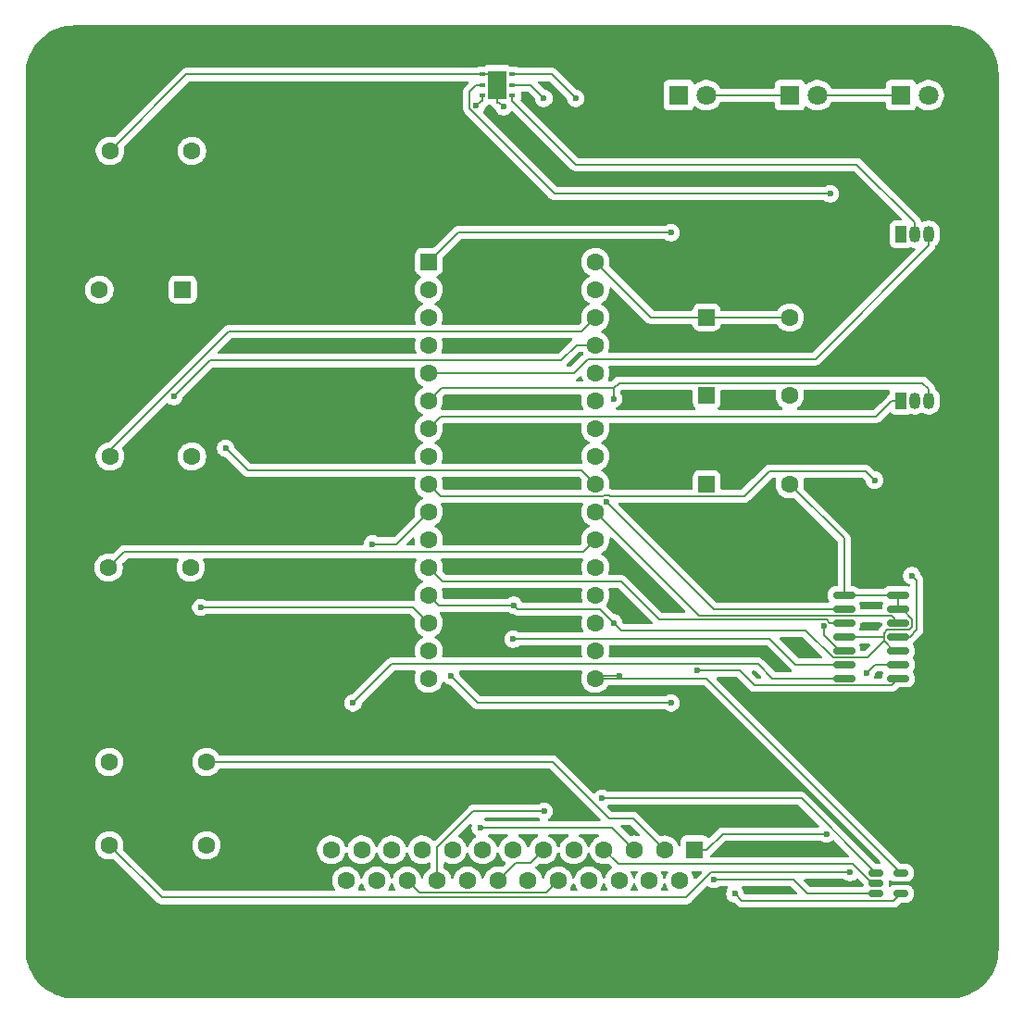
<source format=gbr>
%TF.GenerationSoftware,KiCad,Pcbnew,9.0.3-1.fc42*%
%TF.CreationDate,2025-08-02T14:35:42+08:00*%
%TF.ProjectId,art-coffee-coaster,6172742d-636f-4666-9665-652d636f6173,rev?*%
%TF.SameCoordinates,Original*%
%TF.FileFunction,Copper,L1,Top*%
%TF.FilePolarity,Positive*%
%FSLAX46Y46*%
G04 Gerber Fmt 4.6, Leading zero omitted, Abs format (unit mm)*
G04 Created by KiCad (PCBNEW 9.0.3-1.fc42) date 2025-08-02 14:35:42*
%MOMM*%
%LPD*%
G01*
G04 APERTURE LIST*
G04 Aperture macros list*
%AMRoundRect*
0 Rectangle with rounded corners*
0 $1 Rounding radius*
0 $2 $3 $4 $5 $6 $7 $8 $9 X,Y pos of 4 corners*
0 Add a 4 corners polygon primitive as box body*
4,1,4,$2,$3,$4,$5,$6,$7,$8,$9,$2,$3,0*
0 Add four circle primitives for the rounded corners*
1,1,$1+$1,$2,$3*
1,1,$1+$1,$4,$5*
1,1,$1+$1,$6,$7*
1,1,$1+$1,$8,$9*
0 Add four rect primitives between the rounded corners*
20,1,$1+$1,$2,$3,$4,$5,0*
20,1,$1+$1,$4,$5,$6,$7,0*
20,1,$1+$1,$6,$7,$8,$9,0*
20,1,$1+$1,$8,$9,$2,$3,0*%
G04 Aperture macros list end*
%TA.AperFunction,ComponentPad*%
%ADD10RoundRect,0.250000X-0.550000X-0.550000X0.550000X-0.550000X0.550000X0.550000X-0.550000X0.550000X0*%
%TD*%
%TA.AperFunction,ComponentPad*%
%ADD11C,1.600000*%
%TD*%
%TA.AperFunction,ComponentPad*%
%ADD12R,1.800000X1.800000*%
%TD*%
%TA.AperFunction,ComponentPad*%
%ADD13C,1.800000*%
%TD*%
%TA.AperFunction,ComponentPad*%
%ADD14R,1.050000X1.500000*%
%TD*%
%TA.AperFunction,ComponentPad*%
%ADD15O,1.050000X1.500000*%
%TD*%
%TA.AperFunction,ComponentPad*%
%ADD16R,1.600000X1.600000*%
%TD*%
%TA.AperFunction,ComponentPad*%
%ADD17RoundRect,0.250000X0.550000X0.550000X-0.550000X0.550000X-0.550000X-0.550000X0.550000X-0.550000X0*%
%TD*%
%TA.AperFunction,SMDPad,CuDef*%
%ADD18R,0.630000X0.450000*%
%TD*%
%TA.AperFunction,SMDPad,CuDef*%
%ADD19R,1.700000X2.600000*%
%TD*%
%TA.AperFunction,SMDPad,CuDef*%
%ADD20RoundRect,0.150000X-0.512500X-0.150000X0.512500X-0.150000X0.512500X0.150000X-0.512500X0.150000X0*%
%TD*%
%TA.AperFunction,SMDPad,CuDef*%
%ADD21RoundRect,0.150000X0.825000X0.150000X-0.825000X0.150000X-0.825000X-0.150000X0.825000X-0.150000X0*%
%TD*%
%TA.AperFunction,ViaPad*%
%ADD22C,0.600000*%
%TD*%
%TA.AperFunction,Conductor*%
%ADD23C,0.200000*%
%TD*%
G04 APERTURE END LIST*
D10*
X124460000Y-73660000D03*
D11*
X124460000Y-76200000D03*
X124460000Y-78740000D03*
X124460000Y-81280000D03*
X124460000Y-83820000D03*
X124460000Y-86360000D03*
X124460000Y-88900000D03*
X124460000Y-91440000D03*
X124460000Y-93980000D03*
X124460000Y-96520000D03*
X124460000Y-99060000D03*
X124460000Y-101600000D03*
X124460000Y-104140000D03*
X124460000Y-106680000D03*
X124460000Y-109220000D03*
X124460000Y-111760000D03*
X139700000Y-111760000D03*
X139700000Y-109220000D03*
X139700000Y-106680000D03*
X139700000Y-104140000D03*
X139700000Y-101600000D03*
X139700000Y-99060000D03*
X139700000Y-96520000D03*
X139700000Y-93980000D03*
X139700000Y-91440000D03*
X139700000Y-88900000D03*
X139700000Y-86360000D03*
X139700000Y-83820000D03*
X139700000Y-81280000D03*
X139700000Y-78740000D03*
X139700000Y-76200000D03*
X139700000Y-73660000D03*
D10*
X149860000Y-93980000D03*
D11*
X157480000Y-93980000D03*
X95310000Y-91440000D03*
X102810000Y-91440000D03*
D12*
X147320000Y-58420000D03*
D13*
X149860000Y-58420000D03*
D14*
X167640000Y-86360000D03*
D15*
X168910000Y-86360000D03*
X170180000Y-86360000D03*
D14*
X167640000Y-71120000D03*
D15*
X168910000Y-71120000D03*
X170180000Y-71120000D03*
D11*
X95250000Y-127000000D03*
X95250000Y-119380000D03*
D12*
X167640000Y-58420000D03*
D13*
X170180000Y-58420000D03*
D10*
X149860000Y-85859000D03*
D11*
X157480000Y-85859000D03*
X95310000Y-63500000D03*
X102810000Y-63500000D03*
X95190700Y-101600000D03*
X102690700Y-101600000D03*
D10*
X149860000Y-78740000D03*
D11*
X157480000Y-78740000D03*
D16*
X148786700Y-127416800D03*
D11*
X146016700Y-127416800D03*
X143246700Y-127416800D03*
X140476700Y-127416800D03*
X137706700Y-127416800D03*
X134936700Y-127416800D03*
X132166700Y-127416800D03*
X129396700Y-127416800D03*
X126626700Y-127416800D03*
X123856700Y-127416800D03*
X121086700Y-127416800D03*
X118316700Y-127416800D03*
X115546700Y-127416800D03*
X147401700Y-130256800D03*
X144631700Y-130256800D03*
X141861700Y-130256800D03*
X139091700Y-130256800D03*
X136321700Y-130256800D03*
X133551700Y-130256800D03*
X130781700Y-130256800D03*
X128011700Y-130256800D03*
X125241700Y-130256800D03*
X122471700Y-130256800D03*
X119701700Y-130256800D03*
X116931700Y-130256800D03*
X104140000Y-127000000D03*
X104140000Y-119380000D03*
D12*
X157480000Y-58420000D03*
D13*
X160020000Y-58420000D03*
D17*
X101970000Y-76200000D03*
D11*
X94350000Y-76200000D03*
D18*
X129400000Y-56520000D03*
X129400000Y-57470000D03*
X129400000Y-58420000D03*
X132080000Y-58420000D03*
X132080000Y-57470000D03*
X132080000Y-56520000D03*
D19*
X130740000Y-57470000D03*
D20*
X165365000Y-129540000D03*
X165365000Y-130490000D03*
X165365000Y-131440000D03*
X167640000Y-131440000D03*
X167640000Y-129540000D03*
D21*
X167386200Y-111760000D03*
X167386200Y-110490000D03*
X167386200Y-109220000D03*
X167386200Y-107950000D03*
X167386200Y-106680000D03*
X167386200Y-105410000D03*
X167386200Y-104140000D03*
X162436200Y-104140000D03*
X162436200Y-105410000D03*
X162436200Y-106680000D03*
X162436200Y-107950000D03*
X162436200Y-109220000D03*
X162436200Y-110490000D03*
X162436200Y-111760000D03*
D22*
X162996200Y-129480000D03*
X152448300Y-131436000D03*
X160591600Y-106981100D03*
X131302800Y-59459200D03*
X132241000Y-105046300D03*
X141381000Y-106669900D03*
X129170700Y-125389300D03*
X103614500Y-105248700D03*
X168630800Y-102339000D03*
X101163700Y-85970900D03*
X105891500Y-90700200D03*
X134989000Y-58694600D03*
X150514100Y-130127700D03*
X146628900Y-113977800D03*
X160829000Y-125965000D03*
X126487900Y-111527600D03*
X132166700Y-108158400D03*
X165221900Y-93609900D03*
X137899800Y-58693500D03*
X135005900Y-123873100D03*
X149008700Y-111034000D03*
X140318400Y-122706900D03*
X141873300Y-111514400D03*
X141382200Y-86183700D03*
X164476900Y-111239000D03*
X161177400Y-67422600D03*
X128804500Y-59396700D03*
X119294200Y-99454700D03*
X117531900Y-113977800D03*
X140715400Y-95630500D03*
X146628900Y-70977700D03*
D23*
X160020000Y-58420000D02*
X167640000Y-58420000D01*
X162996200Y-129480000D02*
X150311000Y-129480000D01*
X148000400Y-131790600D02*
X100040600Y-131790600D01*
X100040600Y-131790600D02*
X95250000Y-127000000D01*
X150311000Y-129480000D02*
X148000400Y-131790600D01*
X167640000Y-131440000D02*
X166987500Y-132092500D01*
X153104800Y-132092500D02*
X152448300Y-131436000D01*
X166987500Y-132092500D02*
X153104800Y-132092500D01*
X140930000Y-124534100D02*
X143134000Y-124534100D01*
X104140000Y-119380000D02*
X135775900Y-119380000D01*
X162436200Y-109220000D02*
X162037500Y-109220000D01*
X160591600Y-107774100D02*
X160591600Y-106981100D01*
X143134000Y-124534100D02*
X146016700Y-127416800D01*
X139700000Y-73660000D02*
X144780000Y-78740000D01*
X135775900Y-119380000D02*
X140930000Y-124534100D01*
X157480000Y-78740000D02*
X149860000Y-78740000D01*
X162037500Y-109220000D02*
X160591600Y-107774100D01*
X144780000Y-78740000D02*
X149860000Y-78740000D01*
X102290000Y-56520000D02*
X95310000Y-63500000D01*
X142095500Y-107384400D02*
X158939000Y-107384400D01*
X162436200Y-107950000D02*
X166084900Y-107950000D01*
X124460000Y-104140000D02*
X125366300Y-105046300D01*
X162436200Y-104140000D02*
X167386200Y-104140000D01*
X130016700Y-56746700D02*
X130740000Y-57470000D01*
X129400000Y-56520000D02*
X102290000Y-56520000D01*
X130016700Y-56520000D02*
X130016700Y-56746700D01*
X141797300Y-128737400D02*
X163260200Y-128737400D01*
X130740000Y-57470000D02*
X130740000Y-59071700D01*
X125366300Y-105046300D02*
X132241000Y-105046300D01*
X167764300Y-105410000D02*
X168676700Y-106322400D01*
X140476700Y-127416800D02*
X141797300Y-128737400D01*
X166402300Y-107315000D02*
X166084900Y-107632400D01*
X167386200Y-105410000D02*
X167386200Y-104140000D01*
X140121100Y-105410000D02*
X141381000Y-106669900D01*
X166084900Y-107950000D02*
X166084900Y-108325500D01*
X168676700Y-107034800D02*
X168396500Y-107315000D01*
X129708400Y-56520000D02*
X130016700Y-56520000D01*
X130915300Y-59071700D02*
X130740000Y-59071700D01*
X161409600Y-109855000D02*
X164555400Y-109855000D01*
X129708400Y-56520000D02*
X129400000Y-56520000D01*
X168676700Y-106322400D02*
X168676700Y-107034800D01*
X166084900Y-108325500D02*
X166979400Y-109220000D01*
X132604700Y-105410000D02*
X140121100Y-105410000D01*
X164555400Y-109855000D02*
X166084900Y-108325500D01*
X168396500Y-107315000D02*
X166402300Y-107315000D01*
X167386200Y-105410000D02*
X167764300Y-105410000D01*
X132241000Y-105046300D02*
X132604700Y-105410000D01*
X131302800Y-59459200D02*
X130915300Y-59071700D01*
X158939000Y-107384400D02*
X161409600Y-109855000D01*
X157480000Y-93980000D02*
X162436200Y-98936200D01*
X166084900Y-107632400D02*
X166084900Y-107950000D01*
X162436200Y-98936200D02*
X162436200Y-104140000D01*
X166979400Y-109220000D02*
X167386200Y-109220000D01*
X163260200Y-128737400D02*
X165012800Y-130490000D01*
X165012800Y-130490000D02*
X165365000Y-130490000D01*
X141381000Y-106669900D02*
X142095500Y-107384400D01*
X96619600Y-100171100D02*
X95190700Y-101600000D01*
X139700000Y-99060000D02*
X138588900Y-100171100D01*
X138588900Y-100171100D02*
X96619600Y-100171100D01*
X143246700Y-127416800D02*
X141219200Y-125389300D01*
X141219200Y-125389300D02*
X129170700Y-125389300D01*
X103614500Y-105248700D02*
X123028700Y-105248700D01*
X123028700Y-105248700D02*
X124460000Y-106680000D01*
X124460000Y-88900000D02*
X125570300Y-87789700D01*
X169080700Y-102788900D02*
X168630800Y-102339000D01*
X132080000Y-58946700D02*
X137886400Y-64753100D01*
X136321700Y-130256800D02*
X135219000Y-131359500D01*
X168910000Y-71120000D02*
X168910000Y-70068300D01*
X163594800Y-64753100D02*
X168910000Y-70068300D01*
X125570300Y-87789700D02*
X165383600Y-87789700D01*
X137886400Y-64753100D02*
X163594800Y-64753100D01*
X167640000Y-86360000D02*
X166813300Y-86360000D01*
X132080000Y-58420000D02*
X132080000Y-58946700D01*
X167386200Y-107950000D02*
X168443200Y-107950000D01*
X123574400Y-131359500D02*
X122471700Y-130256800D01*
X169080700Y-107312500D02*
X169080700Y-102788900D01*
X165383600Y-87789700D02*
X166813300Y-86360000D01*
X135219000Y-131359500D02*
X123574400Y-131359500D01*
X168443200Y-107950000D02*
X169080700Y-107312500D01*
X101163700Y-85970900D02*
X104455400Y-82679200D01*
X137977800Y-81280000D02*
X139700000Y-81280000D01*
X136578600Y-82679200D02*
X137977800Y-81280000D01*
X104455400Y-82679200D02*
X136578600Y-82679200D01*
X105891500Y-90700200D02*
X107901300Y-92710000D01*
X107901300Y-92710000D02*
X138430000Y-92710000D01*
X138430000Y-92710000D02*
X139700000Y-93980000D01*
X133764400Y-57470000D02*
X134989000Y-58694600D01*
X132080000Y-57470000D02*
X133764400Y-57470000D01*
X159100200Y-131440000D02*
X165365000Y-131440000D01*
X150514100Y-130127700D02*
X157787900Y-130127700D01*
X157787900Y-130127700D02*
X159100200Y-131440000D01*
X128938100Y-113977800D02*
X146628900Y-113977800D01*
X126487900Y-111527600D02*
X128938100Y-113977800D01*
X148786700Y-127416800D02*
X149888400Y-127416800D01*
X160829000Y-125965000D02*
X151340200Y-125965000D01*
X151340200Y-125965000D02*
X149888400Y-127416800D01*
X155632900Y-108106300D02*
X132218800Y-108106300D01*
X132218800Y-108106300D02*
X132166700Y-108158400D01*
X158016600Y-110490000D02*
X155632900Y-108106300D01*
X162436200Y-110490000D02*
X158016600Y-110490000D01*
X166751300Y-106045100D02*
X161074500Y-106045100D01*
X149157700Y-105977700D02*
X139700000Y-96520000D01*
X161074500Y-106045100D02*
X161007100Y-105977700D01*
X161007100Y-105977700D02*
X149157700Y-105977700D01*
X167386200Y-106680000D02*
X166751300Y-106045100D01*
X141025400Y-95089600D02*
X140964600Y-95028800D01*
X164433000Y-92821000D02*
X155571000Y-92821000D01*
X155571000Y-92821000D02*
X153302400Y-95089600D01*
X125569600Y-95089600D02*
X124460000Y-93980000D01*
X165221900Y-93609900D02*
X164433000Y-92821000D01*
X140964600Y-95028800D02*
X140466300Y-95028800D01*
X140466300Y-95028800D02*
X140405500Y-95089600D01*
X153302400Y-95089600D02*
X141025400Y-95089600D01*
X140405500Y-95089600D02*
X125569600Y-95089600D01*
X106190800Y-80010000D02*
X95310000Y-90890800D01*
X138430000Y-80010000D02*
X106190800Y-80010000D01*
X139700000Y-78740000D02*
X138430000Y-80010000D01*
X95310000Y-90890800D02*
X95310000Y-91440000D01*
X125241700Y-130256800D02*
X125241700Y-127180500D01*
X132080000Y-56520000D02*
X135726300Y-56520000D01*
X125241700Y-127180500D02*
X128549100Y-123873100D01*
X135726300Y-56520000D02*
X137899800Y-58693500D01*
X128549100Y-123873100D02*
X135005900Y-123873100D01*
X149008700Y-111034000D02*
X152938000Y-111034000D01*
X154271200Y-112367200D02*
X166779000Y-112367200D01*
X152938000Y-111034000D02*
X154271200Y-112367200D01*
X166779000Y-112367200D02*
X167386200Y-111760000D01*
X124460000Y-83820000D02*
X137728000Y-83820000D01*
X137728000Y-83820000D02*
X138998000Y-82550000D01*
X159801700Y-82550000D02*
X170180000Y-72171700D01*
X170180000Y-71120000D02*
X170180000Y-72171700D01*
X138998000Y-82550000D02*
X159801700Y-82550000D01*
X140318400Y-122706900D02*
X158531900Y-122706900D01*
X158531900Y-122706900D02*
X165365000Y-129540000D01*
X141873300Y-111514400D02*
X139945600Y-111514400D01*
X139700000Y-111760000D02*
X149860000Y-111760000D01*
X139945600Y-111514400D02*
X139700000Y-111760000D01*
X149860000Y-111760000D02*
X167640000Y-129540000D01*
X141862100Y-84736100D02*
X169607800Y-84736100D01*
X141382200Y-85216000D02*
X141862100Y-84736100D01*
X169607800Y-84736100D02*
X170180000Y-85308300D01*
X170180000Y-86360000D02*
X170180000Y-85308300D01*
X125604000Y-85216000D02*
X141382200Y-85216000D01*
X141382200Y-85216000D02*
X141382200Y-86183700D01*
X124460000Y-86360000D02*
X125604000Y-85216000D01*
X129400000Y-57470000D02*
X128783300Y-57470000D01*
X135974100Y-67422600D02*
X161177400Y-67422600D01*
X128202700Y-59651200D02*
X135974100Y-67422600D01*
X165225900Y-110490000D02*
X167386200Y-110490000D01*
X128202700Y-58050600D02*
X128202700Y-59651200D01*
X164476900Y-111239000D02*
X165225900Y-110490000D01*
X128783300Y-57470000D02*
X128202700Y-58050600D01*
X160840800Y-106379400D02*
X145533500Y-106379400D01*
X142024100Y-102870000D02*
X125730000Y-102870000D01*
X145533500Y-106379400D02*
X142024100Y-102870000D01*
X162436200Y-106680000D02*
X161141400Y-106680000D01*
X130781700Y-130256800D02*
X132451200Y-128587300D01*
X133766200Y-128587300D02*
X134936700Y-127416800D01*
X161141400Y-106680000D02*
X160840800Y-106379400D01*
X129400000Y-58420000D02*
X129400000Y-58946700D01*
X125730000Y-102870000D02*
X124460000Y-101600000D01*
X129400000Y-58946700D02*
X129254500Y-58946700D01*
X132451200Y-128587300D02*
X133766200Y-128587300D01*
X129254500Y-58946700D02*
X128804500Y-59396700D01*
X121525300Y-99454700D02*
X119294200Y-99454700D01*
X155891400Y-111760000D02*
X154563700Y-110432300D01*
X154563700Y-110432300D02*
X121077400Y-110432300D01*
X162436200Y-111760000D02*
X155891400Y-111760000D01*
X121077400Y-110432300D02*
X117531900Y-113977800D01*
X124460000Y-96520000D02*
X121525300Y-99454700D01*
X150494900Y-105410000D02*
X162436200Y-105410000D01*
X140715400Y-95630500D02*
X150494900Y-105410000D01*
X146628900Y-70977700D02*
X127142300Y-70977700D01*
X127142300Y-70977700D02*
X124460000Y-73660000D01*
X149860000Y-58420000D02*
X157480000Y-58420000D01*
%TA.AperFunction,NonConductor*%
G36*
X172082702Y-52020617D02*
G01*
X172466771Y-52037386D01*
X172477506Y-52038326D01*
X172855971Y-52088152D01*
X172866597Y-52090025D01*
X173239284Y-52172648D01*
X173249710Y-52175442D01*
X173613765Y-52290227D01*
X173623911Y-52293920D01*
X173976578Y-52440000D01*
X173986369Y-52444566D01*
X174324942Y-52620816D01*
X174334310Y-52626224D01*
X174656244Y-52831318D01*
X174665105Y-52837523D01*
X174967930Y-53069889D01*
X174976217Y-53076843D01*
X175257635Y-53334715D01*
X175265284Y-53342364D01*
X175523156Y-53623782D01*
X175530110Y-53632069D01*
X175762476Y-53934894D01*
X175768681Y-53943755D01*
X175973775Y-54265689D01*
X175979183Y-54275057D01*
X176155430Y-54613623D01*
X176160002Y-54623427D01*
X176306075Y-54976078D01*
X176309775Y-54986244D01*
X176424554Y-55350278D01*
X176427354Y-55360727D01*
X176509971Y-55733389D01*
X176511849Y-55744042D01*
X176561671Y-56122473D01*
X176562614Y-56133249D01*
X176579382Y-56517297D01*
X176579500Y-56522706D01*
X176579500Y-136517293D01*
X176579382Y-136522702D01*
X176562614Y-136906750D01*
X176561671Y-136917526D01*
X176511849Y-137295957D01*
X176509971Y-137306610D01*
X176427354Y-137679272D01*
X176424554Y-137689721D01*
X176309775Y-138053755D01*
X176306075Y-138063921D01*
X176160002Y-138416572D01*
X176155430Y-138426376D01*
X175979183Y-138764942D01*
X175973775Y-138774310D01*
X175768681Y-139096244D01*
X175762476Y-139105105D01*
X175530110Y-139407930D01*
X175523156Y-139416217D01*
X175265284Y-139697635D01*
X175257635Y-139705284D01*
X174976217Y-139963156D01*
X174967930Y-139970110D01*
X174665105Y-140202476D01*
X174656244Y-140208681D01*
X174334310Y-140413775D01*
X174324942Y-140419183D01*
X173986376Y-140595430D01*
X173976572Y-140600002D01*
X173623921Y-140746075D01*
X173613755Y-140749775D01*
X173249721Y-140864554D01*
X173239272Y-140867354D01*
X172866610Y-140949971D01*
X172855957Y-140951849D01*
X172477526Y-141001671D01*
X172466750Y-141002614D01*
X172082703Y-141019382D01*
X172077294Y-141019500D01*
X92082706Y-141019500D01*
X92077297Y-141019382D01*
X91693249Y-141002614D01*
X91682473Y-141001671D01*
X91304042Y-140951849D01*
X91293389Y-140949971D01*
X90920727Y-140867354D01*
X90910278Y-140864554D01*
X90546244Y-140749775D01*
X90536078Y-140746075D01*
X90183427Y-140600002D01*
X90173623Y-140595430D01*
X89835057Y-140419183D01*
X89825689Y-140413775D01*
X89503755Y-140208681D01*
X89494894Y-140202476D01*
X89192069Y-139970110D01*
X89183782Y-139963156D01*
X88902364Y-139705284D01*
X88894715Y-139697635D01*
X88636843Y-139416217D01*
X88629889Y-139407930D01*
X88397523Y-139105105D01*
X88391318Y-139096244D01*
X88186224Y-138774310D01*
X88180816Y-138764942D01*
X88004569Y-138426376D01*
X87999997Y-138416572D01*
X87853924Y-138063921D01*
X87850224Y-138053755D01*
X87735442Y-137689710D01*
X87732648Y-137679284D01*
X87650025Y-137306597D01*
X87648152Y-137295971D01*
X87598326Y-136917506D01*
X87597386Y-136906771D01*
X87580618Y-136522702D01*
X87580500Y-136517293D01*
X87580500Y-119277648D01*
X93949500Y-119277648D01*
X93949500Y-119482351D01*
X93981522Y-119684534D01*
X94044781Y-119879223D01*
X94137715Y-120061613D01*
X94258028Y-120227213D01*
X94402786Y-120371971D01*
X94557749Y-120484556D01*
X94568390Y-120492287D01*
X94684607Y-120551503D01*
X94750776Y-120585218D01*
X94750778Y-120585218D01*
X94750781Y-120585220D01*
X94855137Y-120619127D01*
X94945465Y-120648477D01*
X95046557Y-120664488D01*
X95147648Y-120680500D01*
X95147649Y-120680500D01*
X95352351Y-120680500D01*
X95352352Y-120680500D01*
X95554534Y-120648477D01*
X95749219Y-120585220D01*
X95931610Y-120492287D01*
X96024590Y-120424732D01*
X96097213Y-120371971D01*
X96097215Y-120371968D01*
X96097219Y-120371966D01*
X96241966Y-120227219D01*
X96241968Y-120227215D01*
X96241971Y-120227213D01*
X96294732Y-120154590D01*
X96362287Y-120061610D01*
X96455220Y-119879219D01*
X96518477Y-119684534D01*
X96550500Y-119482352D01*
X96550500Y-119277648D01*
X96518477Y-119075466D01*
X96455220Y-118880781D01*
X96455218Y-118880778D01*
X96455218Y-118880776D01*
X96421503Y-118814607D01*
X96362287Y-118698390D01*
X96354556Y-118687749D01*
X96241971Y-118532786D01*
X96097213Y-118388028D01*
X95931613Y-118267715D01*
X95931612Y-118267714D01*
X95931610Y-118267713D01*
X95874653Y-118238691D01*
X95749223Y-118174781D01*
X95554534Y-118111522D01*
X95379995Y-118083878D01*
X95352352Y-118079500D01*
X95147648Y-118079500D01*
X95123329Y-118083351D01*
X94945465Y-118111522D01*
X94750776Y-118174781D01*
X94568386Y-118267715D01*
X94402786Y-118388028D01*
X94258028Y-118532786D01*
X94137715Y-118698386D01*
X94044781Y-118880776D01*
X93981522Y-119075465D01*
X93949500Y-119277648D01*
X87580500Y-119277648D01*
X87580500Y-101497648D01*
X93890200Y-101497648D01*
X93890200Y-101702352D01*
X93892554Y-101717213D01*
X93922222Y-101904534D01*
X93985481Y-102099223D01*
X94078415Y-102281613D01*
X94198728Y-102447213D01*
X94343486Y-102591971D01*
X94498449Y-102704556D01*
X94509090Y-102712287D01*
X94601780Y-102759515D01*
X94691476Y-102805218D01*
X94691478Y-102805218D01*
X94691481Y-102805220D01*
X94795837Y-102839127D01*
X94886165Y-102868477D01*
X94905397Y-102871523D01*
X95088348Y-102900500D01*
X95088349Y-102900500D01*
X95293051Y-102900500D01*
X95293052Y-102900500D01*
X95495234Y-102868477D01*
X95689919Y-102805220D01*
X95872310Y-102712287D01*
X95965290Y-102644732D01*
X96037913Y-102591971D01*
X96037915Y-102591968D01*
X96037919Y-102591966D01*
X96182666Y-102447219D01*
X96182668Y-102447215D01*
X96182671Y-102447213D01*
X96235432Y-102374590D01*
X96302987Y-102281610D01*
X96395920Y-102099219D01*
X96459177Y-101904534D01*
X96491200Y-101702352D01*
X96491200Y-101497648D01*
X96459177Y-101295466D01*
X96454526Y-101281154D01*
X96452532Y-101211315D01*
X96484775Y-101155159D01*
X96832017Y-100807919D01*
X96893340Y-100774434D01*
X96919698Y-100771600D01*
X101450856Y-100771600D01*
X101517895Y-100791285D01*
X101563650Y-100844089D01*
X101573594Y-100913247D01*
X101561341Y-100951895D01*
X101485481Y-101100776D01*
X101422222Y-101295465D01*
X101390200Y-101497648D01*
X101390200Y-101702352D01*
X101392554Y-101717213D01*
X101422222Y-101904534D01*
X101485481Y-102099223D01*
X101578415Y-102281613D01*
X101698728Y-102447213D01*
X101843486Y-102591971D01*
X101998449Y-102704556D01*
X102009090Y-102712287D01*
X102101780Y-102759515D01*
X102191476Y-102805218D01*
X102191478Y-102805218D01*
X102191481Y-102805220D01*
X102295837Y-102839127D01*
X102386165Y-102868477D01*
X102405397Y-102871523D01*
X102588348Y-102900500D01*
X102588349Y-102900500D01*
X102793051Y-102900500D01*
X102793052Y-102900500D01*
X102995234Y-102868477D01*
X103189919Y-102805220D01*
X103372310Y-102712287D01*
X103465290Y-102644732D01*
X103537913Y-102591971D01*
X103537915Y-102591968D01*
X103537919Y-102591966D01*
X103682666Y-102447219D01*
X103682668Y-102447215D01*
X103682671Y-102447213D01*
X103735432Y-102374590D01*
X103802987Y-102281610D01*
X103895920Y-102099219D01*
X103959177Y-101904534D01*
X103991200Y-101702352D01*
X103991200Y-101497648D01*
X103959177Y-101295465D01*
X103895918Y-101100776D01*
X103820059Y-100951895D01*
X103807163Y-100883226D01*
X103833439Y-100818485D01*
X103890546Y-100778228D01*
X103930544Y-100771600D01*
X123220156Y-100771600D01*
X123287195Y-100791285D01*
X123332950Y-100844089D01*
X123342894Y-100913247D01*
X123330641Y-100951895D01*
X123254781Y-101100776D01*
X123191522Y-101295465D01*
X123159500Y-101497648D01*
X123159500Y-101702352D01*
X123161854Y-101717213D01*
X123191522Y-101904534D01*
X123254781Y-102099223D01*
X123347715Y-102281613D01*
X123468028Y-102447213D01*
X123612786Y-102591971D01*
X123767749Y-102704556D01*
X123778390Y-102712287D01*
X123869840Y-102758883D01*
X123871080Y-102759515D01*
X123921876Y-102807490D01*
X123938671Y-102875311D01*
X123916134Y-102941446D01*
X123871080Y-102980485D01*
X123778386Y-103027715D01*
X123612786Y-103148028D01*
X123468028Y-103292786D01*
X123347715Y-103458386D01*
X123254781Y-103640776D01*
X123191522Y-103835465D01*
X123159500Y-104037648D01*
X123159500Y-104242351D01*
X123191522Y-104444534D01*
X123204957Y-104485880D01*
X123205760Y-104513999D01*
X123209764Y-104541845D01*
X123206744Y-104548457D01*
X123206952Y-104555722D01*
X123192426Y-104579810D01*
X123180740Y-104605401D01*
X123174625Y-104609330D01*
X123170872Y-104615555D01*
X123145627Y-104627967D01*
X123121962Y-104643176D01*
X123111689Y-104644652D01*
X123108171Y-104646383D01*
X123087027Y-104648199D01*
X122949643Y-104648199D01*
X122949639Y-104648199D01*
X122942032Y-104648200D01*
X122942031Y-104648199D01*
X122942031Y-104648200D01*
X104194266Y-104648200D01*
X104127227Y-104628515D01*
X104125375Y-104627302D01*
X103993685Y-104539309D01*
X103993672Y-104539302D01*
X103848001Y-104478964D01*
X103847989Y-104478961D01*
X103693345Y-104448200D01*
X103693342Y-104448200D01*
X103535658Y-104448200D01*
X103535655Y-104448200D01*
X103381010Y-104478961D01*
X103380998Y-104478964D01*
X103235327Y-104539302D01*
X103235314Y-104539309D01*
X103104211Y-104626910D01*
X103104207Y-104626913D01*
X102992713Y-104738407D01*
X102992710Y-104738411D01*
X102905109Y-104869514D01*
X102905102Y-104869527D01*
X102844764Y-105015198D01*
X102844761Y-105015210D01*
X102814000Y-105169853D01*
X102814000Y-105327546D01*
X102844761Y-105482189D01*
X102844764Y-105482201D01*
X102905102Y-105627872D01*
X102905109Y-105627885D01*
X102992710Y-105758988D01*
X102992713Y-105758992D01*
X103104207Y-105870486D01*
X103104211Y-105870489D01*
X103235314Y-105958090D01*
X103235327Y-105958097D01*
X103361839Y-106010499D01*
X103381003Y-106018437D01*
X103530178Y-106048110D01*
X103535653Y-106049199D01*
X103535656Y-106049200D01*
X103535658Y-106049200D01*
X103693344Y-106049200D01*
X103693345Y-106049199D01*
X103847997Y-106018437D01*
X103993679Y-105958094D01*
X103993685Y-105958090D01*
X104125375Y-105870098D01*
X104192053Y-105849220D01*
X104194266Y-105849200D01*
X122728603Y-105849200D01*
X122795642Y-105868885D01*
X122816284Y-105885519D01*
X123165922Y-106235157D01*
X123199407Y-106296480D01*
X123196173Y-106361155D01*
X123191522Y-106375468D01*
X123159500Y-106577648D01*
X123159500Y-106782351D01*
X123191522Y-106984534D01*
X123254781Y-107179223D01*
X123347715Y-107361613D01*
X123468028Y-107527213D01*
X123612786Y-107671971D01*
X123760396Y-107779214D01*
X123778390Y-107792287D01*
X123869840Y-107838883D01*
X123871080Y-107839515D01*
X123921876Y-107887490D01*
X123938671Y-107955311D01*
X123916134Y-108021446D01*
X123871080Y-108060485D01*
X123778386Y-108107715D01*
X123612786Y-108228028D01*
X123468028Y-108372786D01*
X123347715Y-108538386D01*
X123254781Y-108720776D01*
X123191522Y-108915465D01*
X123159500Y-109117648D01*
X123159500Y-109322351D01*
X123191522Y-109524534D01*
X123216868Y-109602540D01*
X123238620Y-109669483D01*
X123240615Y-109739322D01*
X123204535Y-109799155D01*
X123141835Y-109829984D01*
X123120689Y-109831800D01*
X120998343Y-109831800D01*
X120845614Y-109872723D01*
X120816557Y-109889500D01*
X120816556Y-109889500D01*
X120708687Y-109951777D01*
X120708682Y-109951781D01*
X117517239Y-113143225D01*
X117455916Y-113176710D01*
X117453750Y-113177161D01*
X117298408Y-113208061D01*
X117298398Y-113208064D01*
X117152727Y-113268402D01*
X117152714Y-113268409D01*
X117021611Y-113356010D01*
X117021607Y-113356013D01*
X116910113Y-113467507D01*
X116910110Y-113467511D01*
X116822509Y-113598614D01*
X116822502Y-113598627D01*
X116762164Y-113744298D01*
X116762161Y-113744310D01*
X116731400Y-113898953D01*
X116731400Y-114056646D01*
X116762161Y-114211289D01*
X116762164Y-114211301D01*
X116822502Y-114356972D01*
X116822509Y-114356985D01*
X116910110Y-114488088D01*
X116910113Y-114488092D01*
X117021607Y-114599586D01*
X117021611Y-114599589D01*
X117152714Y-114687190D01*
X117152727Y-114687197D01*
X117298398Y-114747535D01*
X117298403Y-114747537D01*
X117453053Y-114778299D01*
X117453056Y-114778300D01*
X117453058Y-114778300D01*
X117610744Y-114778300D01*
X117610745Y-114778299D01*
X117765397Y-114747537D01*
X117911079Y-114687194D01*
X118042189Y-114599589D01*
X118153689Y-114488089D01*
X118241294Y-114356979D01*
X118301637Y-114211297D01*
X118321013Y-114113885D01*
X118332538Y-114055950D01*
X118364923Y-113994039D01*
X118366418Y-113992516D01*
X121289816Y-111069119D01*
X121351139Y-111035634D01*
X121377497Y-111032800D01*
X123168592Y-111032800D01*
X123235631Y-111052485D01*
X123281386Y-111105289D01*
X123291330Y-111174447D01*
X123279077Y-111213095D01*
X123254782Y-111260776D01*
X123254781Y-111260778D01*
X123254780Y-111260781D01*
X123246022Y-111287735D01*
X123191522Y-111455465D01*
X123160048Y-111654185D01*
X123159500Y-111657648D01*
X123159500Y-111862352D01*
X123163878Y-111889995D01*
X123191522Y-112064534D01*
X123254781Y-112259223D01*
X123347715Y-112441613D01*
X123468028Y-112607213D01*
X123612786Y-112751971D01*
X123767749Y-112864556D01*
X123778390Y-112872287D01*
X123894607Y-112931503D01*
X123960776Y-112965218D01*
X123960778Y-112965218D01*
X123960781Y-112965220D01*
X124065137Y-112999127D01*
X124155465Y-113028477D01*
X124256557Y-113044488D01*
X124357648Y-113060500D01*
X124357649Y-113060500D01*
X124562351Y-113060500D01*
X124562352Y-113060500D01*
X124764534Y-113028477D01*
X124959219Y-112965220D01*
X125141610Y-112872287D01*
X125234590Y-112804732D01*
X125307213Y-112751971D01*
X125307215Y-112751968D01*
X125307219Y-112751966D01*
X125451966Y-112607219D01*
X125451968Y-112607215D01*
X125451971Y-112607213D01*
X125521332Y-112511744D01*
X125572287Y-112441610D01*
X125665220Y-112259219D01*
X125706235Y-112132985D01*
X125745671Y-112075313D01*
X125810030Y-112048114D01*
X125878876Y-112060028D01*
X125911846Y-112083625D01*
X125977607Y-112149386D01*
X125977611Y-112149389D01*
X126108714Y-112236990D01*
X126108727Y-112236997D01*
X126254398Y-112297335D01*
X126254403Y-112297337D01*
X126319047Y-112310195D01*
X126409749Y-112328238D01*
X126471660Y-112360623D01*
X126473239Y-112362174D01*
X128453239Y-114342174D01*
X128453249Y-114342185D01*
X128457579Y-114346515D01*
X128457580Y-114346516D01*
X128569384Y-114458320D01*
X128620945Y-114488088D01*
X128656195Y-114508439D01*
X128656197Y-114508441D01*
X128694251Y-114530411D01*
X128706315Y-114537377D01*
X128859043Y-114578300D01*
X129017157Y-114578300D01*
X146049134Y-114578300D01*
X146116173Y-114597985D01*
X146118025Y-114599198D01*
X146249714Y-114687190D01*
X146249727Y-114687197D01*
X146395398Y-114747535D01*
X146395403Y-114747537D01*
X146550053Y-114778299D01*
X146550056Y-114778300D01*
X146550058Y-114778300D01*
X146707744Y-114778300D01*
X146707745Y-114778299D01*
X146862397Y-114747537D01*
X147008079Y-114687194D01*
X147139189Y-114599589D01*
X147250689Y-114488089D01*
X147338294Y-114356979D01*
X147398637Y-114211297D01*
X147429400Y-114056642D01*
X147429400Y-113898958D01*
X147429400Y-113898955D01*
X147429399Y-113898953D01*
X147398638Y-113744310D01*
X147398637Y-113744303D01*
X147398635Y-113744298D01*
X147338297Y-113598627D01*
X147338290Y-113598614D01*
X147250689Y-113467511D01*
X147250686Y-113467507D01*
X147139192Y-113356013D01*
X147139188Y-113356010D01*
X147008085Y-113268409D01*
X147008072Y-113268402D01*
X146862401Y-113208064D01*
X146862389Y-113208061D01*
X146707745Y-113177300D01*
X146707742Y-113177300D01*
X146550058Y-113177300D01*
X146550055Y-113177300D01*
X146395410Y-113208061D01*
X146395398Y-113208064D01*
X146249727Y-113268402D01*
X146249714Y-113268409D01*
X146118025Y-113356402D01*
X146051347Y-113377280D01*
X146049134Y-113377300D01*
X129238197Y-113377300D01*
X129171158Y-113357615D01*
X129150516Y-113340981D01*
X127322474Y-111512939D01*
X127288989Y-111451616D01*
X127288538Y-111449449D01*
X127268677Y-111349603D01*
X127257637Y-111294103D01*
X127220420Y-111204252D01*
X127212951Y-111134783D01*
X127244226Y-111072304D01*
X127304315Y-111036652D01*
X127334981Y-111032800D01*
X138408592Y-111032800D01*
X138475631Y-111052485D01*
X138521386Y-111105289D01*
X138531330Y-111174447D01*
X138519077Y-111213095D01*
X138494782Y-111260776D01*
X138494781Y-111260778D01*
X138494780Y-111260781D01*
X138486022Y-111287735D01*
X138431522Y-111455465D01*
X138400048Y-111654185D01*
X138399500Y-111657648D01*
X138399500Y-111862352D01*
X138403878Y-111889995D01*
X138431522Y-112064534D01*
X138494781Y-112259223D01*
X138587715Y-112441613D01*
X138708028Y-112607213D01*
X138852786Y-112751971D01*
X139007749Y-112864556D01*
X139018390Y-112872287D01*
X139134607Y-112931503D01*
X139200776Y-112965218D01*
X139200778Y-112965218D01*
X139200781Y-112965220D01*
X139305137Y-112999127D01*
X139395465Y-113028477D01*
X139496557Y-113044488D01*
X139597648Y-113060500D01*
X139597649Y-113060500D01*
X139802351Y-113060500D01*
X139802352Y-113060500D01*
X140004534Y-113028477D01*
X140199219Y-112965220D01*
X140381610Y-112872287D01*
X140474590Y-112804732D01*
X140547213Y-112751971D01*
X140547215Y-112751968D01*
X140547219Y-112751966D01*
X140691966Y-112607219D01*
X140691968Y-112607215D01*
X140691971Y-112607213D01*
X140812284Y-112441614D01*
X140812285Y-112441613D01*
X140812287Y-112441610D01*
X140819117Y-112428204D01*
X140867091Y-112377409D01*
X140929602Y-112360500D01*
X149559903Y-112360500D01*
X149626942Y-112380185D01*
X149647584Y-112396819D01*
X165778584Y-128527819D01*
X165789196Y-128547255D01*
X165803697Y-128563989D01*
X165805613Y-128577320D01*
X165812069Y-128589142D01*
X165810489Y-128611228D01*
X165813641Y-128633147D01*
X165808045Y-128645398D01*
X165807085Y-128658834D01*
X165793814Y-128676560D01*
X165784616Y-128696703D01*
X165773284Y-128703985D01*
X165765213Y-128714767D01*
X165744467Y-128722504D01*
X165725838Y-128734477D01*
X165703919Y-128737628D01*
X165699749Y-128739184D01*
X165690903Y-128739500D01*
X165465098Y-128739500D01*
X165398059Y-128719815D01*
X165377417Y-128703181D01*
X159019490Y-122345255D01*
X159019488Y-122345252D01*
X158900617Y-122226381D01*
X158900616Y-122226380D01*
X158813804Y-122176260D01*
X158813804Y-122176259D01*
X158813800Y-122176258D01*
X158763685Y-122147323D01*
X158610957Y-122106399D01*
X158452843Y-122106399D01*
X158445247Y-122106399D01*
X158445231Y-122106400D01*
X140898166Y-122106400D01*
X140831127Y-122086715D01*
X140829275Y-122085502D01*
X140697585Y-121997509D01*
X140697572Y-121997502D01*
X140551901Y-121937164D01*
X140551889Y-121937161D01*
X140397245Y-121906400D01*
X140397242Y-121906400D01*
X140239558Y-121906400D01*
X140239555Y-121906400D01*
X140084910Y-121937161D01*
X140084898Y-121937164D01*
X139939227Y-121997502D01*
X139939214Y-121997509D01*
X139808111Y-122085110D01*
X139808107Y-122085113D01*
X139696613Y-122196607D01*
X139696608Y-122196613D01*
X139678468Y-122223762D01*
X139624855Y-122268566D01*
X139555530Y-122277273D01*
X139492503Y-122247118D01*
X139487686Y-122242551D01*
X136263490Y-119018355D01*
X136263488Y-119018352D01*
X136144617Y-118899481D01*
X136144616Y-118899480D01*
X136057804Y-118849360D01*
X136057804Y-118849359D01*
X136057800Y-118849358D01*
X136007685Y-118820423D01*
X135854957Y-118779499D01*
X135696843Y-118779499D01*
X135689247Y-118779499D01*
X135689231Y-118779500D01*
X105369602Y-118779500D01*
X105302563Y-118759815D01*
X105259117Y-118711795D01*
X105252284Y-118698385D01*
X105131971Y-118532786D01*
X104987213Y-118388028D01*
X104821613Y-118267715D01*
X104821612Y-118267714D01*
X104821610Y-118267713D01*
X104764653Y-118238691D01*
X104639223Y-118174781D01*
X104444534Y-118111522D01*
X104269995Y-118083878D01*
X104242352Y-118079500D01*
X104037648Y-118079500D01*
X104013329Y-118083351D01*
X103835465Y-118111522D01*
X103640776Y-118174781D01*
X103458386Y-118267715D01*
X103292786Y-118388028D01*
X103148028Y-118532786D01*
X103027715Y-118698386D01*
X102934781Y-118880776D01*
X102871522Y-119075465D01*
X102839500Y-119277648D01*
X102839500Y-119482351D01*
X102871522Y-119684534D01*
X102934781Y-119879223D01*
X103027715Y-120061613D01*
X103148028Y-120227213D01*
X103292786Y-120371971D01*
X103447749Y-120484556D01*
X103458390Y-120492287D01*
X103574607Y-120551503D01*
X103640776Y-120585218D01*
X103640778Y-120585218D01*
X103640781Y-120585220D01*
X103745137Y-120619127D01*
X103835465Y-120648477D01*
X103936557Y-120664488D01*
X104037648Y-120680500D01*
X104037649Y-120680500D01*
X104242351Y-120680500D01*
X104242352Y-120680500D01*
X104444534Y-120648477D01*
X104639219Y-120585220D01*
X104821610Y-120492287D01*
X104914590Y-120424732D01*
X104987213Y-120371971D01*
X104987215Y-120371968D01*
X104987219Y-120371966D01*
X105131966Y-120227219D01*
X105131968Y-120227215D01*
X105131971Y-120227213D01*
X105252284Y-120061614D01*
X105252285Y-120061613D01*
X105252287Y-120061610D01*
X105259117Y-120048204D01*
X105307091Y-119997409D01*
X105369602Y-119980500D01*
X135475803Y-119980500D01*
X135542842Y-120000185D01*
X135563484Y-120016819D01*
X140123784Y-124577119D01*
X140157269Y-124638442D01*
X140152285Y-124708134D01*
X140110413Y-124764067D01*
X140044949Y-124788484D01*
X140036103Y-124788800D01*
X135485094Y-124788800D01*
X135418055Y-124769115D01*
X135372300Y-124716311D01*
X135362356Y-124647153D01*
X135391381Y-124583597D01*
X135416203Y-124561698D01*
X135454531Y-124536087D01*
X135516189Y-124494889D01*
X135627689Y-124383389D01*
X135715294Y-124252279D01*
X135775637Y-124106597D01*
X135806400Y-123951942D01*
X135806400Y-123794258D01*
X135806400Y-123794255D01*
X135806399Y-123794253D01*
X135775638Y-123639610D01*
X135775637Y-123639603D01*
X135733392Y-123537613D01*
X135715297Y-123493927D01*
X135715290Y-123493914D01*
X135627689Y-123362811D01*
X135627686Y-123362807D01*
X135516192Y-123251313D01*
X135516188Y-123251310D01*
X135385085Y-123163709D01*
X135385072Y-123163702D01*
X135239401Y-123103364D01*
X135239389Y-123103361D01*
X135084745Y-123072600D01*
X135084742Y-123072600D01*
X134927058Y-123072600D01*
X134927055Y-123072600D01*
X134772410Y-123103361D01*
X134772398Y-123103364D01*
X134626727Y-123163702D01*
X134626714Y-123163709D01*
X134495025Y-123251702D01*
X134428347Y-123272580D01*
X134426134Y-123272600D01*
X128635769Y-123272600D01*
X128635753Y-123272599D01*
X128628157Y-123272599D01*
X128470043Y-123272599D01*
X128393679Y-123293061D01*
X128317312Y-123313523D01*
X128317311Y-123313524D01*
X128291046Y-123328689D01*
X128180387Y-123392577D01*
X128180382Y-123392581D01*
X128068578Y-123504386D01*
X125013705Y-126559258D01*
X124952382Y-126592743D01*
X124882690Y-126587759D01*
X124838343Y-126559258D01*
X124703913Y-126424828D01*
X124538313Y-126304515D01*
X124538312Y-126304514D01*
X124538310Y-126304513D01*
X124464222Y-126266763D01*
X124355923Y-126211581D01*
X124161234Y-126148322D01*
X123986695Y-126120678D01*
X123959052Y-126116300D01*
X123754348Y-126116300D01*
X123730029Y-126120151D01*
X123552165Y-126148322D01*
X123357476Y-126211581D01*
X123175086Y-126304515D01*
X123009486Y-126424828D01*
X122864728Y-126569586D01*
X122744415Y-126735186D01*
X122651481Y-126917576D01*
X122589631Y-127107931D01*
X122550193Y-127165606D01*
X122485834Y-127192804D01*
X122416988Y-127180889D01*
X122365512Y-127133645D01*
X122353769Y-127107931D01*
X122314269Y-126986365D01*
X122291920Y-126917581D01*
X122291918Y-126917578D01*
X122291918Y-126917576D01*
X122258203Y-126851407D01*
X122198987Y-126735190D01*
X122170126Y-126695466D01*
X122078671Y-126569586D01*
X121933913Y-126424828D01*
X121768313Y-126304515D01*
X121768312Y-126304514D01*
X121768310Y-126304513D01*
X121694222Y-126266763D01*
X121585923Y-126211581D01*
X121391234Y-126148322D01*
X121216695Y-126120678D01*
X121189052Y-126116300D01*
X120984348Y-126116300D01*
X120960029Y-126120151D01*
X120782165Y-126148322D01*
X120587476Y-126211581D01*
X120405086Y-126304515D01*
X120239486Y-126424828D01*
X120094728Y-126569586D01*
X119974415Y-126735186D01*
X119881481Y-126917576D01*
X119819631Y-127107931D01*
X119780193Y-127165606D01*
X119715834Y-127192804D01*
X119646988Y-127180889D01*
X119595512Y-127133645D01*
X119583769Y-127107931D01*
X119544269Y-126986365D01*
X119521920Y-126917581D01*
X119521918Y-126917578D01*
X119521918Y-126917576D01*
X119488203Y-126851407D01*
X119428987Y-126735190D01*
X119400126Y-126695466D01*
X119308671Y-126569586D01*
X119163913Y-126424828D01*
X118998313Y-126304515D01*
X118998312Y-126304514D01*
X118998310Y-126304513D01*
X118924222Y-126266763D01*
X118815923Y-126211581D01*
X118621234Y-126148322D01*
X118446695Y-126120678D01*
X118419052Y-126116300D01*
X118214348Y-126116300D01*
X118190029Y-126120151D01*
X118012165Y-126148322D01*
X117817476Y-126211581D01*
X117635086Y-126304515D01*
X117469486Y-126424828D01*
X117324728Y-126569586D01*
X117204415Y-126735186D01*
X117111481Y-126917576D01*
X117049631Y-127107931D01*
X117010193Y-127165606D01*
X116945834Y-127192804D01*
X116876988Y-127180889D01*
X116825512Y-127133645D01*
X116813769Y-127107931D01*
X116774269Y-126986365D01*
X116751920Y-126917581D01*
X116751918Y-126917578D01*
X116751918Y-126917576D01*
X116718203Y-126851407D01*
X116658987Y-126735190D01*
X116630126Y-126695466D01*
X116538671Y-126569586D01*
X116393913Y-126424828D01*
X116228313Y-126304515D01*
X116228312Y-126304514D01*
X116228310Y-126304513D01*
X116154222Y-126266763D01*
X116045923Y-126211581D01*
X115851234Y-126148322D01*
X115676695Y-126120678D01*
X115649052Y-126116300D01*
X115444348Y-126116300D01*
X115420029Y-126120151D01*
X115242165Y-126148322D01*
X115047476Y-126211581D01*
X114865086Y-126304515D01*
X114699486Y-126424828D01*
X114554728Y-126569586D01*
X114434415Y-126735186D01*
X114341481Y-126917576D01*
X114278222Y-127112265D01*
X114246200Y-127314448D01*
X114246200Y-127519151D01*
X114278222Y-127721334D01*
X114341481Y-127916023D01*
X114434415Y-128098413D01*
X114554728Y-128264013D01*
X114699486Y-128408771D01*
X114849040Y-128517426D01*
X114865090Y-128529087D01*
X114968753Y-128581906D01*
X115047476Y-128622018D01*
X115047478Y-128622018D01*
X115047481Y-128622020D01*
X115110109Y-128642369D01*
X115242165Y-128685277D01*
X115343257Y-128701288D01*
X115444348Y-128717300D01*
X115444349Y-128717300D01*
X115649051Y-128717300D01*
X115649052Y-128717300D01*
X115851234Y-128685277D01*
X116045919Y-128622020D01*
X116228310Y-128529087D01*
X116331201Y-128454333D01*
X116393913Y-128408771D01*
X116393915Y-128408768D01*
X116393919Y-128408766D01*
X116538666Y-128264019D01*
X116538668Y-128264015D01*
X116538671Y-128264013D01*
X116591432Y-128191390D01*
X116658987Y-128098410D01*
X116751920Y-127916019D01*
X116813769Y-127725668D01*
X116853207Y-127667993D01*
X116917566Y-127640795D01*
X116986412Y-127652710D01*
X117037888Y-127699954D01*
X117049631Y-127725668D01*
X117111481Y-127916023D01*
X117204415Y-128098413D01*
X117324728Y-128264013D01*
X117469486Y-128408771D01*
X117619040Y-128517426D01*
X117635090Y-128529087D01*
X117738753Y-128581906D01*
X117817476Y-128622018D01*
X117817478Y-128622018D01*
X117817481Y-128622020D01*
X117880109Y-128642369D01*
X118012165Y-128685277D01*
X118113257Y-128701288D01*
X118214348Y-128717300D01*
X118214349Y-128717300D01*
X118419051Y-128717300D01*
X118419052Y-128717300D01*
X118621234Y-128685277D01*
X118815919Y-128622020D01*
X118998310Y-128529087D01*
X119101201Y-128454333D01*
X119163913Y-128408771D01*
X119163915Y-128408768D01*
X119163919Y-128408766D01*
X119308666Y-128264019D01*
X119308668Y-128264015D01*
X119308671Y-128264013D01*
X119361432Y-128191390D01*
X119428987Y-128098410D01*
X119521920Y-127916019D01*
X119583769Y-127725668D01*
X119623207Y-127667993D01*
X119687566Y-127640795D01*
X119756412Y-127652710D01*
X119807888Y-127699954D01*
X119819631Y-127725668D01*
X119881481Y-127916023D01*
X119974415Y-128098413D01*
X120094728Y-128264013D01*
X120239486Y-128408771D01*
X120389040Y-128517426D01*
X120405090Y-128529087D01*
X120508753Y-128581906D01*
X120587476Y-128622018D01*
X120587478Y-128622018D01*
X120587481Y-128622020D01*
X120650109Y-128642369D01*
X120782165Y-128685277D01*
X120883257Y-128701288D01*
X120984348Y-128717300D01*
X120984349Y-128717300D01*
X121189051Y-128717300D01*
X121189052Y-128717300D01*
X121391234Y-128685277D01*
X121585919Y-128622020D01*
X121768310Y-128529087D01*
X121871201Y-128454333D01*
X121933913Y-128408771D01*
X121933915Y-128408768D01*
X121933919Y-128408766D01*
X122078666Y-128264019D01*
X122078668Y-128264015D01*
X122078671Y-128264013D01*
X122131432Y-128191390D01*
X122198987Y-128098410D01*
X122291920Y-127916019D01*
X122353769Y-127725668D01*
X122393207Y-127667993D01*
X122457566Y-127640795D01*
X122526412Y-127652710D01*
X122577888Y-127699954D01*
X122589631Y-127725668D01*
X122651481Y-127916023D01*
X122744415Y-128098413D01*
X122864728Y-128264013D01*
X123009486Y-128408771D01*
X123159040Y-128517426D01*
X123175090Y-128529087D01*
X123278753Y-128581906D01*
X123357476Y-128622018D01*
X123357478Y-128622018D01*
X123357481Y-128622020D01*
X123420109Y-128642369D01*
X123552165Y-128685277D01*
X123653257Y-128701288D01*
X123754348Y-128717300D01*
X123754349Y-128717300D01*
X123959051Y-128717300D01*
X123959052Y-128717300D01*
X124161234Y-128685277D01*
X124355919Y-128622020D01*
X124460905Y-128568526D01*
X124529573Y-128555630D01*
X124594314Y-128581906D01*
X124634571Y-128639012D01*
X124641200Y-128679011D01*
X124641200Y-129027197D01*
X124621515Y-129094236D01*
X124573500Y-129137679D01*
X124560089Y-129144512D01*
X124394486Y-129264828D01*
X124249728Y-129409586D01*
X124129415Y-129575186D01*
X124036481Y-129757576D01*
X123974631Y-129947931D01*
X123935193Y-130005606D01*
X123870834Y-130032804D01*
X123801988Y-130020889D01*
X123750512Y-129973645D01*
X123738769Y-129947931D01*
X123702645Y-129836756D01*
X123676920Y-129757581D01*
X123676918Y-129757578D01*
X123676918Y-129757576D01*
X123643203Y-129691407D01*
X123583987Y-129575190D01*
X123560675Y-129543103D01*
X123463671Y-129409586D01*
X123318913Y-129264828D01*
X123153313Y-129144515D01*
X123153312Y-129144514D01*
X123153310Y-129144513D01*
X123093965Y-129114275D01*
X122970923Y-129051581D01*
X122776234Y-128988322D01*
X122601695Y-128960678D01*
X122574052Y-128956300D01*
X122369348Y-128956300D01*
X122345029Y-128960151D01*
X122167165Y-128988322D01*
X121972476Y-129051581D01*
X121790086Y-129144515D01*
X121624486Y-129264828D01*
X121479728Y-129409586D01*
X121359415Y-129575186D01*
X121266481Y-129757576D01*
X121204631Y-129947931D01*
X121165193Y-130005606D01*
X121100834Y-130032804D01*
X121031988Y-130020889D01*
X120980512Y-129973645D01*
X120968769Y-129947931D01*
X120932645Y-129836756D01*
X120906920Y-129757581D01*
X120906918Y-129757578D01*
X120906918Y-129757576D01*
X120873203Y-129691407D01*
X120813987Y-129575190D01*
X120790675Y-129543103D01*
X120693671Y-129409586D01*
X120548913Y-129264828D01*
X120383313Y-129144515D01*
X120383312Y-129144514D01*
X120383310Y-129144513D01*
X120323965Y-129114275D01*
X120200923Y-129051581D01*
X120006234Y-128988322D01*
X119831695Y-128960678D01*
X119804052Y-128956300D01*
X119599348Y-128956300D01*
X119575029Y-128960151D01*
X119397165Y-128988322D01*
X119202476Y-129051581D01*
X119020086Y-129144515D01*
X118854486Y-129264828D01*
X118709728Y-129409586D01*
X118589415Y-129575186D01*
X118496481Y-129757576D01*
X118434631Y-129947931D01*
X118395193Y-130005606D01*
X118330834Y-130032804D01*
X118261988Y-130020889D01*
X118210512Y-129973645D01*
X118198769Y-129947931D01*
X118162645Y-129836756D01*
X118136920Y-129757581D01*
X118136918Y-129757578D01*
X118136918Y-129757576D01*
X118103203Y-129691407D01*
X118043987Y-129575190D01*
X118020675Y-129543103D01*
X117923671Y-129409586D01*
X117778913Y-129264828D01*
X117613313Y-129144515D01*
X117613312Y-129144514D01*
X117613310Y-129144513D01*
X117553965Y-129114275D01*
X117430923Y-129051581D01*
X117236234Y-128988322D01*
X117061695Y-128960678D01*
X117034052Y-128956300D01*
X116829348Y-128956300D01*
X116805029Y-128960151D01*
X116627165Y-128988322D01*
X116432476Y-129051581D01*
X116250086Y-129144515D01*
X116084486Y-129264828D01*
X115939728Y-129409586D01*
X115819415Y-129575186D01*
X115726481Y-129757576D01*
X115663222Y-129952265D01*
X115631200Y-130154448D01*
X115631200Y-130359151D01*
X115663222Y-130561334D01*
X115726481Y-130756023D01*
X115776615Y-130854414D01*
X115814210Y-130928199D01*
X115819415Y-130938413D01*
X115859230Y-130993215D01*
X115882710Y-131059022D01*
X115866884Y-131127075D01*
X115816778Y-131175770D01*
X115758912Y-131190100D01*
X100340697Y-131190100D01*
X100273658Y-131170415D01*
X100253016Y-131153781D01*
X96544077Y-127444842D01*
X96510592Y-127383519D01*
X96513828Y-127318841D01*
X96518477Y-127304534D01*
X96550500Y-127102352D01*
X96550500Y-126897648D01*
X102839500Y-126897648D01*
X102839500Y-127102351D01*
X102871522Y-127304534D01*
X102934781Y-127499223D01*
X103027715Y-127681613D01*
X103148028Y-127847213D01*
X103292786Y-127991971D01*
X103439290Y-128098410D01*
X103458390Y-128112287D01*
X103574607Y-128171503D01*
X103640776Y-128205218D01*
X103640778Y-128205218D01*
X103640781Y-128205220D01*
X103745137Y-128239127D01*
X103835465Y-128268477D01*
X103936557Y-128284488D01*
X104037648Y-128300500D01*
X104037649Y-128300500D01*
X104242351Y-128300500D01*
X104242352Y-128300500D01*
X104444534Y-128268477D01*
X104639219Y-128205220D01*
X104821610Y-128112287D01*
X104914590Y-128044732D01*
X104987213Y-127991971D01*
X104987215Y-127991968D01*
X104987219Y-127991966D01*
X105131966Y-127847219D01*
X105131968Y-127847215D01*
X105131971Y-127847213D01*
X105238959Y-127699954D01*
X105252287Y-127681610D01*
X105345220Y-127499219D01*
X105408477Y-127304534D01*
X105440500Y-127102352D01*
X105440500Y-126897648D01*
X105408477Y-126695465D01*
X105373039Y-126586398D01*
X105345220Y-126500781D01*
X105345218Y-126500778D01*
X105345218Y-126500776D01*
X105299787Y-126411614D01*
X105252287Y-126318390D01*
X105211171Y-126261798D01*
X105131971Y-126152786D01*
X104987213Y-126008028D01*
X104821613Y-125887715D01*
X104821612Y-125887714D01*
X104821610Y-125887713D01*
X104764653Y-125858691D01*
X104639223Y-125794781D01*
X104444534Y-125731522D01*
X104269995Y-125703878D01*
X104242352Y-125699500D01*
X104037648Y-125699500D01*
X104013329Y-125703351D01*
X103835465Y-125731522D01*
X103640776Y-125794781D01*
X103458386Y-125887715D01*
X103292786Y-126008028D01*
X103148028Y-126152786D01*
X103027715Y-126318386D01*
X102934781Y-126500776D01*
X102871522Y-126695465D01*
X102839500Y-126897648D01*
X96550500Y-126897648D01*
X96518477Y-126695465D01*
X96483039Y-126586398D01*
X96455220Y-126500781D01*
X96455218Y-126500778D01*
X96455218Y-126500776D01*
X96409787Y-126411614D01*
X96362287Y-126318390D01*
X96321171Y-126261798D01*
X96241971Y-126152786D01*
X96097213Y-126008028D01*
X95931613Y-125887715D01*
X95931612Y-125887714D01*
X95931610Y-125887713D01*
X95874653Y-125858691D01*
X95749223Y-125794781D01*
X95554534Y-125731522D01*
X95379995Y-125703878D01*
X95352352Y-125699500D01*
X95147648Y-125699500D01*
X95123329Y-125703351D01*
X94945465Y-125731522D01*
X94750776Y-125794781D01*
X94568386Y-125887715D01*
X94402786Y-126008028D01*
X94258028Y-126152786D01*
X94137715Y-126318386D01*
X94044781Y-126500776D01*
X93981522Y-126695465D01*
X93949500Y-126897648D01*
X93949500Y-127102351D01*
X93981522Y-127304534D01*
X94044781Y-127499223D01*
X94137715Y-127681613D01*
X94258028Y-127847213D01*
X94402786Y-127991971D01*
X94549290Y-128098410D01*
X94568390Y-128112287D01*
X94684607Y-128171503D01*
X94750776Y-128205218D01*
X94750778Y-128205218D01*
X94750781Y-128205220D01*
X94855137Y-128239127D01*
X94945465Y-128268477D01*
X95046557Y-128284488D01*
X95147648Y-128300500D01*
X95147649Y-128300500D01*
X95352351Y-128300500D01*
X95352352Y-128300500D01*
X95554534Y-128268477D01*
X95568842Y-128263827D01*
X95638682Y-128261831D01*
X95694842Y-128294077D01*
X99555739Y-132154974D01*
X99555749Y-132154985D01*
X99560079Y-132159315D01*
X99560080Y-132159316D01*
X99671884Y-132271120D01*
X99671886Y-132271121D01*
X99671890Y-132271124D01*
X99808809Y-132350173D01*
X99808816Y-132350177D01*
X99920619Y-132380134D01*
X99961542Y-132391100D01*
X99961543Y-132391100D01*
X147913731Y-132391100D01*
X147913747Y-132391101D01*
X147921343Y-132391101D01*
X148079454Y-132391101D01*
X148079457Y-132391101D01*
X148232185Y-132350177D01*
X148282304Y-132321239D01*
X148369116Y-132271120D01*
X148480920Y-132159316D01*
X148480920Y-132159314D01*
X148491128Y-132149107D01*
X148491130Y-132149104D01*
X149864076Y-130776157D01*
X149925397Y-130742674D01*
X149995089Y-130747658D01*
X150020646Y-130760738D01*
X150134914Y-130837090D01*
X150134927Y-130837097D01*
X150280598Y-130897435D01*
X150280603Y-130897437D01*
X150399519Y-130921091D01*
X150435253Y-130928199D01*
X150435256Y-130928200D01*
X150435258Y-130928200D01*
X150592944Y-130928200D01*
X150592945Y-130928199D01*
X150747597Y-130897437D01*
X150860266Y-130850767D01*
X150893272Y-130837097D01*
X150893272Y-130837096D01*
X150893279Y-130837094D01*
X150927526Y-130814211D01*
X151024975Y-130749098D01*
X151091653Y-130728220D01*
X151093866Y-130728200D01*
X151726496Y-130728200D01*
X151793535Y-130747885D01*
X151839290Y-130800689D01*
X151849234Y-130869847D01*
X151829598Y-130921091D01*
X151738909Y-131056814D01*
X151738902Y-131056827D01*
X151678564Y-131202498D01*
X151678561Y-131202510D01*
X151647800Y-131357153D01*
X151647800Y-131514846D01*
X151678561Y-131669489D01*
X151678564Y-131669501D01*
X151738902Y-131815172D01*
X151738909Y-131815185D01*
X151826510Y-131946288D01*
X151826513Y-131946292D01*
X151938007Y-132057786D01*
X151938011Y-132057789D01*
X152069114Y-132145390D01*
X152069127Y-132145397D01*
X152181023Y-132191745D01*
X152214803Y-132205737D01*
X152279447Y-132218595D01*
X152370149Y-132236638D01*
X152432060Y-132269023D01*
X152433639Y-132270574D01*
X152619939Y-132456874D01*
X152619949Y-132456885D01*
X152624279Y-132461215D01*
X152624280Y-132461216D01*
X152736084Y-132573020D01*
X152822895Y-132623139D01*
X152822897Y-132623141D01*
X152873013Y-132652076D01*
X152873015Y-132652077D01*
X153025742Y-132693000D01*
X153025743Y-132693000D01*
X166900831Y-132693000D01*
X166900847Y-132693001D01*
X166908443Y-132693001D01*
X167066554Y-132693001D01*
X167066557Y-132693001D01*
X167219285Y-132652077D01*
X167269404Y-132623139D01*
X167356216Y-132573020D01*
X167468020Y-132461216D01*
X167468021Y-132461213D01*
X167652417Y-132276816D01*
X167713740Y-132243334D01*
X167740097Y-132240500D01*
X168218186Y-132240500D01*
X168218194Y-132240500D01*
X168255069Y-132237598D01*
X168255071Y-132237597D01*
X168255073Y-132237597D01*
X168296691Y-132225505D01*
X168412898Y-132191744D01*
X168554365Y-132108081D01*
X168670581Y-131991865D01*
X168754244Y-131850398D01*
X168800098Y-131692569D01*
X168803000Y-131655694D01*
X168803000Y-131224306D01*
X168800098Y-131187431D01*
X168796710Y-131175770D01*
X168754245Y-131029606D01*
X168754244Y-131029603D01*
X168754244Y-131029602D01*
X168670581Y-130888135D01*
X168670579Y-130888133D01*
X168670576Y-130888129D01*
X168554370Y-130771923D01*
X168554362Y-130771917D01*
X168476181Y-130725681D01*
X168412898Y-130688256D01*
X168412897Y-130688255D01*
X168412896Y-130688255D01*
X168412893Y-130688254D01*
X168255073Y-130642402D01*
X168255067Y-130642401D01*
X168218201Y-130639500D01*
X168218194Y-130639500D01*
X167061806Y-130639500D01*
X167061798Y-130639500D01*
X167024932Y-130642401D01*
X167024926Y-130642402D01*
X166867106Y-130688254D01*
X166867103Y-130688255D01*
X166718920Y-130775890D01*
X166717845Y-130774073D01*
X166662948Y-130795620D01*
X166594432Y-130781931D01*
X166544194Y-130733373D01*
X166528000Y-130672104D01*
X166528000Y-130307895D01*
X166547685Y-130240856D01*
X166600489Y-130195101D01*
X166669647Y-130185157D01*
X166717996Y-130205671D01*
X166718920Y-130204110D01*
X166759534Y-130228128D01*
X166867102Y-130291744D01*
X166908724Y-130303836D01*
X167024926Y-130337597D01*
X167024929Y-130337597D01*
X167024931Y-130337598D01*
X167061806Y-130340500D01*
X167061814Y-130340500D01*
X168218186Y-130340500D01*
X168218194Y-130340500D01*
X168255069Y-130337598D01*
X168255071Y-130337597D01*
X168255073Y-130337597D01*
X168357306Y-130307895D01*
X168412898Y-130291744D01*
X168554365Y-130208081D01*
X168670581Y-130091865D01*
X168754244Y-129950398D01*
X168800098Y-129792569D01*
X168803000Y-129755694D01*
X168803000Y-129324306D01*
X168800098Y-129287431D01*
X168793532Y-129264832D01*
X168757663Y-129141369D01*
X168754244Y-129129602D01*
X168670581Y-128988135D01*
X168670579Y-128988133D01*
X168670576Y-128988129D01*
X168554370Y-128871923D01*
X168554362Y-128871917D01*
X168412896Y-128788255D01*
X168412893Y-128788254D01*
X168255073Y-128742402D01*
X168255067Y-128742401D01*
X168218201Y-128739500D01*
X168218194Y-128739500D01*
X167740097Y-128739500D01*
X167673058Y-128719815D01*
X167652416Y-128703181D01*
X150795416Y-111846181D01*
X150761931Y-111784858D01*
X150766915Y-111715166D01*
X150808787Y-111659233D01*
X150874251Y-111634816D01*
X150883097Y-111634500D01*
X152637903Y-111634500D01*
X152704942Y-111654185D01*
X152725583Y-111670818D01*
X153902484Y-112847720D01*
X153902486Y-112847721D01*
X153902490Y-112847724D01*
X154039409Y-112926773D01*
X154039416Y-112926777D01*
X154192143Y-112967701D01*
X154192145Y-112967701D01*
X154357854Y-112967701D01*
X154357870Y-112967700D01*
X166692331Y-112967700D01*
X166692347Y-112967701D01*
X166699943Y-112967701D01*
X166858054Y-112967701D01*
X166858057Y-112967701D01*
X167010785Y-112926777D01*
X167060904Y-112897839D01*
X167147716Y-112847720D01*
X167259520Y-112735916D01*
X167259521Y-112735913D01*
X167398617Y-112596817D01*
X167459940Y-112563334D01*
X167486297Y-112560500D01*
X168276886Y-112560500D01*
X168276894Y-112560500D01*
X168313769Y-112557598D01*
X168313771Y-112557597D01*
X168313773Y-112557597D01*
X168355391Y-112545505D01*
X168471598Y-112511744D01*
X168613065Y-112428081D01*
X168729281Y-112311865D01*
X168812944Y-112170398D01*
X168858798Y-112012569D01*
X168861700Y-111975694D01*
X168861700Y-111544306D01*
X168858798Y-111507431D01*
X168848646Y-111472489D01*
X168812945Y-111349606D01*
X168812944Y-111349603D01*
X168812944Y-111349602D01*
X168729281Y-111208135D01*
X168729278Y-111208132D01*
X168724498Y-111201969D01*
X168726950Y-111200066D01*
X168700355Y-111151421D01*
X168705304Y-111081726D01*
X168726140Y-111049304D01*
X168724498Y-111048031D01*
X168729275Y-111041870D01*
X168729281Y-111041865D01*
X168812944Y-110900398D01*
X168858798Y-110742569D01*
X168861700Y-110705694D01*
X168861700Y-110274306D01*
X168858798Y-110237431D01*
X168812944Y-110079602D01*
X168729281Y-109938135D01*
X168729278Y-109938132D01*
X168724498Y-109931969D01*
X168726950Y-109930066D01*
X168700355Y-109881421D01*
X168705304Y-109811726D01*
X168726140Y-109779304D01*
X168724498Y-109778031D01*
X168729275Y-109771870D01*
X168729281Y-109771865D01*
X168812944Y-109630398D01*
X168858798Y-109472569D01*
X168861700Y-109435694D01*
X168861700Y-109004306D01*
X168858798Y-108967431D01*
X168856319Y-108958900D01*
X168812945Y-108809606D01*
X168812944Y-108809603D01*
X168812944Y-108809602D01*
X168729281Y-108668135D01*
X168729278Y-108668132D01*
X168724498Y-108661969D01*
X168726942Y-108660072D01*
X168700342Y-108611357D01*
X168705326Y-108541665D01*
X168719306Y-108514780D01*
X168725760Y-108505385D01*
X168729281Y-108501865D01*
X168736089Y-108490351D01*
X168738477Y-108486877D01*
X168753376Y-108474748D01*
X168778681Y-108449708D01*
X168796281Y-108439546D01*
X168811916Y-108430520D01*
X168923720Y-108318716D01*
X168923720Y-108318714D01*
X168933924Y-108308511D01*
X168933928Y-108308506D01*
X169439206Y-107803228D01*
X169439211Y-107803224D01*
X169449414Y-107793020D01*
X169449416Y-107793020D01*
X169561220Y-107681216D01*
X169611356Y-107594377D01*
X169640277Y-107544285D01*
X169681200Y-107391557D01*
X169681200Y-107233443D01*
X169681200Y-102877960D01*
X169681201Y-102877947D01*
X169681201Y-102709844D01*
X169681201Y-102709843D01*
X169640277Y-102557116D01*
X169612125Y-102508355D01*
X169561224Y-102420190D01*
X169561218Y-102420182D01*
X169465373Y-102324337D01*
X169431888Y-102263014D01*
X169431437Y-102260847D01*
X169412872Y-102167514D01*
X169400537Y-102105503D01*
X169350010Y-101983519D01*
X169340197Y-101959827D01*
X169340190Y-101959814D01*
X169252589Y-101828711D01*
X169252586Y-101828707D01*
X169141092Y-101717213D01*
X169141088Y-101717210D01*
X169009985Y-101629609D01*
X169009972Y-101629602D01*
X168864301Y-101569264D01*
X168864289Y-101569261D01*
X168709645Y-101538500D01*
X168709642Y-101538500D01*
X168551958Y-101538500D01*
X168551955Y-101538500D01*
X168397310Y-101569261D01*
X168397298Y-101569264D01*
X168251627Y-101629602D01*
X168251614Y-101629609D01*
X168120511Y-101717210D01*
X168120507Y-101717213D01*
X168009013Y-101828707D01*
X168009010Y-101828711D01*
X167921409Y-101959814D01*
X167921402Y-101959827D01*
X167861064Y-102105498D01*
X167861061Y-102105510D01*
X167830300Y-102260153D01*
X167830300Y-102417846D01*
X167861061Y-102572489D01*
X167861064Y-102572501D01*
X167921402Y-102718172D01*
X167921409Y-102718185D01*
X168009010Y-102849288D01*
X168009013Y-102849292D01*
X168120507Y-102960786D01*
X168120511Y-102960789D01*
X168251614Y-103048390D01*
X168251618Y-103048392D01*
X168251621Y-103048394D01*
X168397303Y-103108737D01*
X168397310Y-103108738D01*
X168401020Y-103110275D01*
X168455424Y-103154116D01*
X168477489Y-103220410D01*
X168460210Y-103288109D01*
X168409074Y-103335720D01*
X168340314Y-103348127D01*
X168318978Y-103343915D01*
X168313770Y-103342402D01*
X168313767Y-103342401D01*
X168276901Y-103339500D01*
X168276894Y-103339500D01*
X166495506Y-103339500D01*
X166495498Y-103339500D01*
X166458632Y-103342401D01*
X166458626Y-103342402D01*
X166300806Y-103388254D01*
X166300803Y-103388255D01*
X166159337Y-103471917D01*
X166159329Y-103471923D01*
X166128074Y-103503180D01*
X166066752Y-103536666D01*
X166040392Y-103539500D01*
X163782008Y-103539500D01*
X163714969Y-103519815D01*
X163694326Y-103503180D01*
X163663070Y-103471923D01*
X163663062Y-103471917D01*
X163584881Y-103425681D01*
X163521598Y-103388256D01*
X163521597Y-103388255D01*
X163521596Y-103388255D01*
X163521593Y-103388254D01*
X163363773Y-103342402D01*
X163363767Y-103342401D01*
X163326901Y-103339500D01*
X163326894Y-103339500D01*
X163160700Y-103339500D01*
X163093661Y-103319815D01*
X163047906Y-103267011D01*
X163036700Y-103215500D01*
X163036700Y-98857143D01*
X163035915Y-98854211D01*
X163030208Y-98832913D01*
X162995777Y-98704415D01*
X162954807Y-98633453D01*
X162916720Y-98567484D01*
X162804916Y-98455680D01*
X162804915Y-98455679D01*
X162800585Y-98451349D01*
X162800574Y-98451339D01*
X158774077Y-94424842D01*
X158740592Y-94363519D01*
X158743828Y-94298841D01*
X158746913Y-94289346D01*
X158748477Y-94284534D01*
X158780500Y-94082352D01*
X158780500Y-93877648D01*
X158775074Y-93843389D01*
X158748477Y-93675465D01*
X158718699Y-93583819D01*
X158716704Y-93513977D01*
X158752784Y-93454144D01*
X158815485Y-93423316D01*
X158836630Y-93421500D01*
X164132903Y-93421500D01*
X164162343Y-93430144D01*
X164192330Y-93436668D01*
X164197345Y-93440422D01*
X164199942Y-93441185D01*
X164220584Y-93457819D01*
X164387325Y-93624560D01*
X164420810Y-93685883D01*
X164421261Y-93688049D01*
X164452161Y-93843391D01*
X164452164Y-93843401D01*
X164512502Y-93989072D01*
X164512509Y-93989085D01*
X164600110Y-94120188D01*
X164600113Y-94120192D01*
X164711607Y-94231686D01*
X164711611Y-94231689D01*
X164842714Y-94319290D01*
X164842727Y-94319297D01*
X164949490Y-94363519D01*
X164988403Y-94379637D01*
X165143053Y-94410399D01*
X165143056Y-94410400D01*
X165143058Y-94410400D01*
X165300744Y-94410400D01*
X165300745Y-94410399D01*
X165455397Y-94379637D01*
X165574513Y-94330298D01*
X165601072Y-94319297D01*
X165601072Y-94319296D01*
X165601079Y-94319294D01*
X165732189Y-94231689D01*
X165843689Y-94120189D01*
X165931294Y-93989079D01*
X165991637Y-93843397D01*
X166022400Y-93688742D01*
X166022400Y-93531058D01*
X166022400Y-93531055D01*
X166022399Y-93531053D01*
X166007101Y-93454144D01*
X165991637Y-93376403D01*
X165965935Y-93314352D01*
X165931297Y-93230727D01*
X165931290Y-93230714D01*
X165843689Y-93099611D01*
X165843686Y-93099607D01*
X165732192Y-92988113D01*
X165732188Y-92988110D01*
X165601085Y-92900509D01*
X165601072Y-92900502D01*
X165455401Y-92840164D01*
X165455391Y-92840161D01*
X165300049Y-92809261D01*
X165238138Y-92776876D01*
X165236560Y-92775325D01*
X164920590Y-92459355D01*
X164920588Y-92459352D01*
X164801717Y-92340481D01*
X164801716Y-92340480D01*
X164714904Y-92290360D01*
X164714904Y-92290359D01*
X164714900Y-92290358D01*
X164664785Y-92261423D01*
X164512057Y-92220499D01*
X164353943Y-92220499D01*
X164346347Y-92220499D01*
X164346331Y-92220500D01*
X155657669Y-92220500D01*
X155657653Y-92220499D01*
X155650057Y-92220499D01*
X155491943Y-92220499D01*
X155384587Y-92249265D01*
X155339210Y-92261424D01*
X155339209Y-92261425D01*
X155289096Y-92290359D01*
X155289095Y-92290360D01*
X155245689Y-92315420D01*
X155202285Y-92340479D01*
X155202282Y-92340481D01*
X155110798Y-92431966D01*
X155090480Y-92452284D01*
X155090478Y-92452286D01*
X154080326Y-93462439D01*
X153089984Y-94452781D01*
X153028661Y-94486266D01*
X153002303Y-94489100D01*
X151284500Y-94489100D01*
X151217461Y-94469415D01*
X151171706Y-94416611D01*
X151160500Y-94365100D01*
X151160499Y-93379998D01*
X151160498Y-93379980D01*
X151149999Y-93277203D01*
X151149998Y-93277200D01*
X151121275Y-93190520D01*
X151094814Y-93110666D01*
X151002712Y-92961344D01*
X150878656Y-92837288D01*
X150729334Y-92745186D01*
X150562797Y-92690001D01*
X150562795Y-92690000D01*
X150460010Y-92679500D01*
X149259998Y-92679500D01*
X149259981Y-92679501D01*
X149157203Y-92690000D01*
X149157200Y-92690001D01*
X148990668Y-92745185D01*
X148990663Y-92745187D01*
X148841342Y-92837289D01*
X148717289Y-92961342D01*
X148625187Y-93110663D01*
X148625186Y-93110666D01*
X148570001Y-93277203D01*
X148570001Y-93277204D01*
X148570000Y-93277204D01*
X148559500Y-93379983D01*
X148559500Y-93379991D01*
X148559500Y-93877648D01*
X148559501Y-94365100D01*
X148539817Y-94432139D01*
X148487013Y-94477894D01*
X148435501Y-94489100D01*
X141264039Y-94489100D01*
X141228080Y-94483772D01*
X141214410Y-94479629D01*
X141196385Y-94469223D01*
X141055325Y-94431425D01*
X141053406Y-94430844D01*
X141025794Y-94412760D01*
X140997610Y-94395581D01*
X140996698Y-94393705D01*
X140994956Y-94392564D01*
X140981506Y-94362429D01*
X140967082Y-94332734D01*
X140967166Y-94330298D01*
X140966480Y-94328761D01*
X140967435Y-94322500D01*
X140968574Y-94289482D01*
X140967715Y-94289346D01*
X141000500Y-94082351D01*
X141000500Y-93877648D01*
X140968477Y-93675465D01*
X140916006Y-93513977D01*
X140905220Y-93480781D01*
X140905218Y-93480778D01*
X140905218Y-93480776D01*
X140853865Y-93379991D01*
X140812287Y-93298390D01*
X140791353Y-93269576D01*
X140691971Y-93132786D01*
X140547213Y-92988028D01*
X140381614Y-92867715D01*
X140327536Y-92840161D01*
X140288917Y-92820483D01*
X140238123Y-92772511D01*
X140221328Y-92704690D01*
X140243865Y-92638555D01*
X140288917Y-92599516D01*
X140381610Y-92552287D01*
X140402770Y-92536913D01*
X140547213Y-92431971D01*
X140547215Y-92431968D01*
X140547219Y-92431966D01*
X140691966Y-92287219D01*
X140691968Y-92287215D01*
X140691971Y-92287213D01*
X140744732Y-92214590D01*
X140812287Y-92121610D01*
X140905220Y-91939219D01*
X140968477Y-91744534D01*
X141000500Y-91542352D01*
X141000500Y-91337648D01*
X140968477Y-91135466D01*
X140905220Y-90940781D01*
X140905218Y-90940778D01*
X140905218Y-90940776D01*
X140871503Y-90874607D01*
X140812287Y-90758390D01*
X140804556Y-90747749D01*
X140691971Y-90592786D01*
X140547213Y-90448028D01*
X140381614Y-90327715D01*
X140368462Y-90321014D01*
X140288917Y-90280483D01*
X140238123Y-90232511D01*
X140221328Y-90164690D01*
X140243865Y-90098555D01*
X140288917Y-90059516D01*
X140381610Y-90012287D01*
X140494231Y-89930464D01*
X140547213Y-89891971D01*
X140547215Y-89891968D01*
X140547219Y-89891966D01*
X140691966Y-89747219D01*
X140691968Y-89747215D01*
X140691971Y-89747213D01*
X140744732Y-89674590D01*
X140812287Y-89581610D01*
X140905220Y-89399219D01*
X140968477Y-89204534D01*
X141000500Y-89002352D01*
X141000500Y-88797648D01*
X140968477Y-88595466D01*
X140968476Y-88595462D01*
X140968476Y-88595461D01*
X140954523Y-88552518D01*
X140952528Y-88482677D01*
X140988608Y-88422844D01*
X141051309Y-88392016D01*
X141072454Y-88390200D01*
X165296931Y-88390200D01*
X165296947Y-88390201D01*
X165304543Y-88390201D01*
X165462654Y-88390201D01*
X165462657Y-88390201D01*
X165615385Y-88349277D01*
X165665504Y-88320339D01*
X165752316Y-88270220D01*
X165864120Y-88158416D01*
X165864120Y-88158414D01*
X165874328Y-88148207D01*
X165874330Y-88148204D01*
X166569588Y-87452945D01*
X166630909Y-87419462D01*
X166700601Y-87424446D01*
X166750591Y-87461866D01*
X166751183Y-87461275D01*
X166755297Y-87465389D01*
X166756530Y-87466312D01*
X166757453Y-87467545D01*
X166757455Y-87467547D01*
X166872664Y-87553793D01*
X166872671Y-87553797D01*
X167007517Y-87604091D01*
X167007516Y-87604091D01*
X167014444Y-87604835D01*
X167067127Y-87610500D01*
X168212872Y-87610499D01*
X168272483Y-87604091D01*
X168407331Y-87553796D01*
X168408430Y-87552972D01*
X168409717Y-87552492D01*
X168415112Y-87549547D01*
X168415535Y-87550322D01*
X168473887Y-87528552D01*
X168530198Y-87537673D01*
X168610873Y-87571091D01*
X168776777Y-87604091D01*
X168808992Y-87610499D01*
X168808996Y-87610500D01*
X168808997Y-87610500D01*
X169011004Y-87610500D01*
X169011005Y-87610499D01*
X169209127Y-87571091D01*
X169395756Y-87493786D01*
X169476110Y-87440094D01*
X169542786Y-87419217D01*
X169610166Y-87437701D01*
X169613865Y-87440078D01*
X169694244Y-87493786D01*
X169880873Y-87571091D01*
X170046777Y-87604091D01*
X170078992Y-87610499D01*
X170078996Y-87610500D01*
X170078997Y-87610500D01*
X170281004Y-87610500D01*
X170281005Y-87610499D01*
X170479127Y-87571091D01*
X170665756Y-87493786D01*
X170833718Y-87381558D01*
X170976558Y-87238718D01*
X171088786Y-87070756D01*
X171166091Y-86884127D01*
X171205500Y-86686003D01*
X171205500Y-86033997D01*
X171166091Y-85835873D01*
X171088786Y-85649244D01*
X171088784Y-85649241D01*
X171088782Y-85649237D01*
X170976558Y-85481281D01*
X170833725Y-85338448D01*
X170829016Y-85334584D01*
X170830159Y-85333190D01*
X170790796Y-85286072D01*
X170780501Y-85236604D01*
X170780501Y-85229245D01*
X170780501Y-85229243D01*
X170739577Y-85076515D01*
X170710639Y-85026395D01*
X170660520Y-84939584D01*
X170548716Y-84827780D01*
X170548715Y-84827779D01*
X170544385Y-84823449D01*
X170544374Y-84823439D01*
X170095390Y-84374455D01*
X170095388Y-84374452D01*
X169976517Y-84255581D01*
X169976516Y-84255580D01*
X169889704Y-84205460D01*
X169889704Y-84205459D01*
X169889700Y-84205458D01*
X169839585Y-84176523D01*
X169686857Y-84135599D01*
X169528743Y-84135599D01*
X169521147Y-84135599D01*
X169521131Y-84135600D01*
X141941157Y-84135600D01*
X141783043Y-84135600D01*
X141630315Y-84176523D01*
X141630314Y-84176523D01*
X141630312Y-84176524D01*
X141630309Y-84176525D01*
X141580196Y-84205459D01*
X141580195Y-84205460D01*
X141536789Y-84230520D01*
X141493385Y-84255579D01*
X141493382Y-84255581D01*
X141429745Y-84319219D01*
X141381580Y-84367384D01*
X141381578Y-84367386D01*
X141275112Y-84473853D01*
X141169784Y-84579181D01*
X141142856Y-84593884D01*
X141117038Y-84610477D01*
X141110837Y-84611368D01*
X141108461Y-84612666D01*
X141082103Y-84615500D01*
X140956607Y-84615500D01*
X140889568Y-84595815D01*
X140843813Y-84543011D01*
X140833869Y-84473853D01*
X140846122Y-84435205D01*
X140860132Y-84407710D01*
X140905220Y-84319219D01*
X140968477Y-84124534D01*
X141000500Y-83922352D01*
X141000500Y-83717648D01*
X140968477Y-83515466D01*
X140968476Y-83515464D01*
X140915425Y-83352189D01*
X140905220Y-83320781D01*
X140905218Y-83320777D01*
X140903714Y-83316148D01*
X140905035Y-83315718D01*
X140898236Y-83252486D01*
X140929509Y-83190006D01*
X140989597Y-83154352D01*
X141020266Y-83150500D01*
X159715031Y-83150500D01*
X159715047Y-83150501D01*
X159722643Y-83150501D01*
X159880754Y-83150501D01*
X159880757Y-83150501D01*
X160033485Y-83109577D01*
X160083604Y-83080639D01*
X160170416Y-83030520D01*
X160282220Y-82918716D01*
X160282220Y-82918714D01*
X160292428Y-82908507D01*
X160292429Y-82908504D01*
X170660520Y-72540416D01*
X170739577Y-72403484D01*
X170780501Y-72250757D01*
X170780501Y-72243395D01*
X170800186Y-72176356D01*
X170829726Y-72146286D01*
X170829014Y-72145418D01*
X170833712Y-72141561D01*
X170833718Y-72141558D01*
X170976558Y-71998718D01*
X171088786Y-71830756D01*
X171166091Y-71644127D01*
X171205500Y-71446003D01*
X171205500Y-70793997D01*
X171166091Y-70595873D01*
X171088786Y-70409244D01*
X171088784Y-70409241D01*
X171088782Y-70409237D01*
X170976558Y-70241281D01*
X170833718Y-70098441D01*
X170665762Y-69986217D01*
X170665752Y-69986212D01*
X170479127Y-69908909D01*
X170479119Y-69908907D01*
X170281007Y-69869500D01*
X170281003Y-69869500D01*
X170078997Y-69869500D01*
X170078992Y-69869500D01*
X169880880Y-69908907D01*
X169880872Y-69908909D01*
X169694245Y-69986212D01*
X169681592Y-69994668D01*
X169660133Y-70001386D01*
X169640531Y-70012402D01*
X169627434Y-70011625D01*
X169614915Y-70015545D01*
X169593231Y-70009596D01*
X169570784Y-70008265D01*
X169560186Y-70000530D01*
X169547535Y-69997060D01*
X169532509Y-69980332D01*
X169514345Y-69967076D01*
X169506722Y-69951624D01*
X169500845Y-69945081D01*
X169497055Y-69936307D01*
X169494653Y-69930098D01*
X169469577Y-69836515D01*
X169440639Y-69786395D01*
X169390520Y-69699584D01*
X169278716Y-69587780D01*
X169278715Y-69587779D01*
X169274385Y-69583449D01*
X169274374Y-69583439D01*
X164082390Y-64391455D01*
X164082388Y-64391452D01*
X163963517Y-64272581D01*
X163963516Y-64272580D01*
X163876704Y-64222460D01*
X163876704Y-64222459D01*
X163876700Y-64222458D01*
X163826585Y-64193523D01*
X163673857Y-64152599D01*
X163515743Y-64152599D01*
X163508147Y-64152599D01*
X163508131Y-64152600D01*
X138186498Y-64152600D01*
X138119459Y-64132915D01*
X138098817Y-64116281D01*
X132903585Y-58921050D01*
X132870100Y-58859727D01*
X132875083Y-58790037D01*
X132889091Y-58752483D01*
X132895500Y-58692873D01*
X132895499Y-58194499D01*
X132915183Y-58127461D01*
X132967987Y-58081706D01*
X133019499Y-58070500D01*
X133464303Y-58070500D01*
X133531342Y-58090185D01*
X133551984Y-58106819D01*
X134154425Y-58709260D01*
X134187910Y-58770583D01*
X134188361Y-58772749D01*
X134219261Y-58928091D01*
X134219264Y-58928101D01*
X134279602Y-59073772D01*
X134279609Y-59073785D01*
X134367210Y-59204888D01*
X134367213Y-59204892D01*
X134478707Y-59316386D01*
X134478711Y-59316389D01*
X134609814Y-59403990D01*
X134609827Y-59403997D01*
X134752847Y-59463237D01*
X134755503Y-59464337D01*
X134875681Y-59488242D01*
X134910153Y-59495099D01*
X134910156Y-59495100D01*
X134910158Y-59495100D01*
X135067844Y-59495100D01*
X135067845Y-59495099D01*
X135222497Y-59464337D01*
X135368179Y-59403994D01*
X135499289Y-59316389D01*
X135610789Y-59204889D01*
X135698394Y-59073779D01*
X135758737Y-58928097D01*
X135789500Y-58773442D01*
X135789500Y-58615758D01*
X135789500Y-58615755D01*
X135789499Y-58615753D01*
X135789280Y-58614653D01*
X135758737Y-58461103D01*
X135758279Y-58459998D01*
X135698397Y-58315427D01*
X135698390Y-58315414D01*
X135610789Y-58184311D01*
X135610786Y-58184307D01*
X135499292Y-58072813D01*
X135499288Y-58072810D01*
X135368185Y-57985209D01*
X135368172Y-57985202D01*
X135222501Y-57924864D01*
X135222491Y-57924861D01*
X135067149Y-57893961D01*
X135005238Y-57861576D01*
X135003660Y-57860025D01*
X134475816Y-57332181D01*
X134442331Y-57270858D01*
X134447315Y-57201166D01*
X134489187Y-57145233D01*
X134554651Y-57120816D01*
X134563497Y-57120500D01*
X135426203Y-57120500D01*
X135493242Y-57140185D01*
X135513884Y-57156819D01*
X137065225Y-58708160D01*
X137098710Y-58769483D01*
X137099161Y-58771649D01*
X137130061Y-58926991D01*
X137130064Y-58927001D01*
X137190402Y-59072672D01*
X137190409Y-59072685D01*
X137278010Y-59203788D01*
X137278013Y-59203792D01*
X137389507Y-59315286D01*
X137389511Y-59315289D01*
X137520614Y-59402890D01*
X137520627Y-59402897D01*
X137611210Y-59440417D01*
X137666303Y-59463237D01*
X137792011Y-59488242D01*
X137820953Y-59493999D01*
X137820956Y-59494000D01*
X137820958Y-59494000D01*
X137978644Y-59494000D01*
X137978645Y-59493999D01*
X138133297Y-59463237D01*
X138276316Y-59403997D01*
X138278972Y-59402897D01*
X138278972Y-59402896D01*
X138278979Y-59402894D01*
X138410089Y-59315289D01*
X138521589Y-59203789D01*
X138609194Y-59072679D01*
X138669537Y-58926997D01*
X138700300Y-58772342D01*
X138700300Y-58614658D01*
X138700300Y-58614655D01*
X138700299Y-58614653D01*
X138669537Y-58460003D01*
X138669535Y-58459998D01*
X138609197Y-58314327D01*
X138609190Y-58314314D01*
X138521589Y-58183211D01*
X138521586Y-58183207D01*
X138410092Y-58071713D01*
X138410088Y-58071710D01*
X138278985Y-57984109D01*
X138278972Y-57984102D01*
X138133301Y-57923764D01*
X138133291Y-57923761D01*
X137977949Y-57892861D01*
X137916038Y-57860476D01*
X137914460Y-57858925D01*
X137527670Y-57472135D01*
X145919500Y-57472135D01*
X145919500Y-59367870D01*
X145919501Y-59367876D01*
X145925908Y-59427483D01*
X145976202Y-59562328D01*
X145976206Y-59562335D01*
X146062452Y-59677544D01*
X146062455Y-59677547D01*
X146177664Y-59763793D01*
X146177671Y-59763797D01*
X146312517Y-59814091D01*
X146312516Y-59814091D01*
X146319444Y-59814835D01*
X146372127Y-59820500D01*
X148267872Y-59820499D01*
X148327483Y-59814091D01*
X148462331Y-59763796D01*
X148577546Y-59677546D01*
X148663796Y-59562331D01*
X148684703Y-59506277D01*
X148693601Y-59482420D01*
X148735471Y-59426486D01*
X148800936Y-59402068D01*
X148869209Y-59416919D01*
X148897464Y-59438071D01*
X148947636Y-59488243D01*
X148947641Y-59488247D01*
X149077839Y-59582840D01*
X149125978Y-59617815D01*
X149254375Y-59683237D01*
X149322393Y-59717895D01*
X149322396Y-59717896D01*
X149427221Y-59751955D01*
X149532049Y-59786015D01*
X149749778Y-59820500D01*
X149749779Y-59820500D01*
X149970221Y-59820500D01*
X149970222Y-59820500D01*
X150187951Y-59786015D01*
X150397606Y-59717895D01*
X150594022Y-59617815D01*
X150772365Y-59488242D01*
X150928242Y-59332365D01*
X151057815Y-59154022D01*
X151074581Y-59121117D01*
X151091352Y-59088204D01*
X151139326Y-59037409D01*
X151201836Y-59020500D01*
X155955501Y-59020500D01*
X156022540Y-59040185D01*
X156068295Y-59092989D01*
X156079501Y-59144500D01*
X156079501Y-59367876D01*
X156085908Y-59427483D01*
X156136202Y-59562328D01*
X156136206Y-59562335D01*
X156222452Y-59677544D01*
X156222455Y-59677547D01*
X156337664Y-59763793D01*
X156337671Y-59763797D01*
X156472517Y-59814091D01*
X156472516Y-59814091D01*
X156479444Y-59814835D01*
X156532127Y-59820500D01*
X158427872Y-59820499D01*
X158487483Y-59814091D01*
X158622331Y-59763796D01*
X158737546Y-59677546D01*
X158823796Y-59562331D01*
X158844703Y-59506277D01*
X158853601Y-59482420D01*
X158895471Y-59426486D01*
X158960936Y-59402068D01*
X159029209Y-59416919D01*
X159057464Y-59438071D01*
X159107636Y-59488243D01*
X159107641Y-59488247D01*
X159237839Y-59582840D01*
X159285978Y-59617815D01*
X159414375Y-59683237D01*
X159482393Y-59717895D01*
X159482396Y-59717896D01*
X159587221Y-59751955D01*
X159692049Y-59786015D01*
X159909778Y-59820500D01*
X159909779Y-59820500D01*
X160130221Y-59820500D01*
X160130222Y-59820500D01*
X160347951Y-59786015D01*
X160557606Y-59717895D01*
X160754022Y-59617815D01*
X160932365Y-59488242D01*
X161088242Y-59332365D01*
X161217815Y-59154022D01*
X161234581Y-59121117D01*
X161251352Y-59088204D01*
X161299326Y-59037409D01*
X161361836Y-59020500D01*
X166115501Y-59020500D01*
X166182540Y-59040185D01*
X166228295Y-59092989D01*
X166239501Y-59144500D01*
X166239501Y-59367876D01*
X166245908Y-59427483D01*
X166296202Y-59562328D01*
X166296206Y-59562335D01*
X166382452Y-59677544D01*
X166382455Y-59677547D01*
X166497664Y-59763793D01*
X166497671Y-59763797D01*
X166632517Y-59814091D01*
X166632516Y-59814091D01*
X166639444Y-59814835D01*
X166692127Y-59820500D01*
X168587872Y-59820499D01*
X168647483Y-59814091D01*
X168782331Y-59763796D01*
X168897546Y-59677546D01*
X168983796Y-59562331D01*
X169004703Y-59506277D01*
X169013601Y-59482420D01*
X169055471Y-59426486D01*
X169120936Y-59402068D01*
X169189209Y-59416919D01*
X169217464Y-59438071D01*
X169267636Y-59488243D01*
X169267641Y-59488247D01*
X169397839Y-59582840D01*
X169445978Y-59617815D01*
X169574375Y-59683237D01*
X169642393Y-59717895D01*
X169642396Y-59717896D01*
X169747221Y-59751955D01*
X169852049Y-59786015D01*
X170069778Y-59820500D01*
X170069779Y-59820500D01*
X170290221Y-59820500D01*
X170290222Y-59820500D01*
X170507951Y-59786015D01*
X170717606Y-59717895D01*
X170914022Y-59617815D01*
X171092365Y-59488242D01*
X171248242Y-59332365D01*
X171377815Y-59154022D01*
X171477895Y-58957606D01*
X171546015Y-58747951D01*
X171580500Y-58530222D01*
X171580500Y-58309778D01*
X171546015Y-58092049D01*
X171510941Y-57984102D01*
X171477896Y-57882396D01*
X171477895Y-57882393D01*
X171411351Y-57751796D01*
X171377815Y-57685978D01*
X171293611Y-57570080D01*
X171248247Y-57507641D01*
X171248243Y-57507636D01*
X171092363Y-57351756D01*
X171092358Y-57351752D01*
X170914025Y-57222187D01*
X170914024Y-57222186D01*
X170914022Y-57222185D01*
X170796791Y-57162452D01*
X170717606Y-57122104D01*
X170717603Y-57122103D01*
X170507952Y-57053985D01*
X170399086Y-57036742D01*
X170290222Y-57019500D01*
X170069778Y-57019500D01*
X169997201Y-57030995D01*
X169852047Y-57053985D01*
X169642396Y-57122103D01*
X169642393Y-57122104D01*
X169445974Y-57222187D01*
X169267641Y-57351752D01*
X169267636Y-57351756D01*
X169217463Y-57401929D01*
X169156140Y-57435413D01*
X169086448Y-57430428D01*
X169030515Y-57388557D01*
X169013601Y-57357580D01*
X168983797Y-57277671D01*
X168983793Y-57277664D01*
X168897547Y-57162455D01*
X168897544Y-57162452D01*
X168782335Y-57076206D01*
X168782328Y-57076202D01*
X168647482Y-57025908D01*
X168647483Y-57025908D01*
X168587883Y-57019501D01*
X168587881Y-57019500D01*
X168587873Y-57019500D01*
X168587864Y-57019500D01*
X166692129Y-57019500D01*
X166692123Y-57019501D01*
X166632516Y-57025908D01*
X166497671Y-57076202D01*
X166497664Y-57076206D01*
X166382455Y-57162452D01*
X166382452Y-57162455D01*
X166296206Y-57277664D01*
X166296202Y-57277671D01*
X166245908Y-57412517D01*
X166239501Y-57472116D01*
X166239500Y-57472135D01*
X166239500Y-57695500D01*
X166219815Y-57762539D01*
X166167011Y-57808294D01*
X166115500Y-57819500D01*
X161361836Y-57819500D01*
X161294797Y-57799815D01*
X161251352Y-57751796D01*
X161217814Y-57685976D01*
X161088247Y-57507641D01*
X161088243Y-57507636D01*
X160932363Y-57351756D01*
X160932358Y-57351752D01*
X160754025Y-57222187D01*
X160754024Y-57222186D01*
X160754022Y-57222185D01*
X160636791Y-57162452D01*
X160557606Y-57122104D01*
X160557603Y-57122103D01*
X160347952Y-57053985D01*
X160239086Y-57036742D01*
X160130222Y-57019500D01*
X159909778Y-57019500D01*
X159837201Y-57030995D01*
X159692047Y-57053985D01*
X159482396Y-57122103D01*
X159482393Y-57122104D01*
X159285974Y-57222187D01*
X159107641Y-57351752D01*
X159107636Y-57351756D01*
X159057463Y-57401929D01*
X158996140Y-57435413D01*
X158926448Y-57430428D01*
X158870515Y-57388557D01*
X158853601Y-57357580D01*
X158823797Y-57277671D01*
X158823793Y-57277664D01*
X158737547Y-57162455D01*
X158737544Y-57162452D01*
X158622335Y-57076206D01*
X158622328Y-57076202D01*
X158487482Y-57025908D01*
X158487483Y-57025908D01*
X158427883Y-57019501D01*
X158427881Y-57019500D01*
X158427873Y-57019500D01*
X158427864Y-57019500D01*
X156532129Y-57019500D01*
X156532123Y-57019501D01*
X156472516Y-57025908D01*
X156337671Y-57076202D01*
X156337664Y-57076206D01*
X156222455Y-57162452D01*
X156222452Y-57162455D01*
X156136206Y-57277664D01*
X156136202Y-57277671D01*
X156085908Y-57412517D01*
X156079501Y-57472116D01*
X156079500Y-57472135D01*
X156079500Y-57695500D01*
X156059815Y-57762539D01*
X156007011Y-57808294D01*
X155955500Y-57819500D01*
X151201836Y-57819500D01*
X151134797Y-57799815D01*
X151091352Y-57751796D01*
X151057814Y-57685976D01*
X150928247Y-57507641D01*
X150928243Y-57507636D01*
X150772363Y-57351756D01*
X150772358Y-57351752D01*
X150594025Y-57222187D01*
X150594024Y-57222186D01*
X150594022Y-57222185D01*
X150476791Y-57162452D01*
X150397606Y-57122104D01*
X150397603Y-57122103D01*
X150187952Y-57053985D01*
X150079086Y-57036742D01*
X149970222Y-57019500D01*
X149749778Y-57019500D01*
X149677201Y-57030995D01*
X149532047Y-57053985D01*
X149322396Y-57122103D01*
X149322393Y-57122104D01*
X149125974Y-57222187D01*
X148947641Y-57351752D01*
X148947636Y-57351756D01*
X148897463Y-57401929D01*
X148836140Y-57435413D01*
X148766448Y-57430428D01*
X148710515Y-57388557D01*
X148693601Y-57357580D01*
X148663797Y-57277671D01*
X148663793Y-57277664D01*
X148577547Y-57162455D01*
X148577544Y-57162452D01*
X148462335Y-57076206D01*
X148462328Y-57076202D01*
X148327482Y-57025908D01*
X148327483Y-57025908D01*
X148267883Y-57019501D01*
X148267881Y-57019500D01*
X148267873Y-57019500D01*
X148267864Y-57019500D01*
X146372129Y-57019500D01*
X146372123Y-57019501D01*
X146312516Y-57025908D01*
X146177671Y-57076202D01*
X146177664Y-57076206D01*
X146062455Y-57162452D01*
X146062452Y-57162455D01*
X145976206Y-57277664D01*
X145976202Y-57277671D01*
X145925908Y-57412517D01*
X145919501Y-57472116D01*
X145919500Y-57472135D01*
X137527670Y-57472135D01*
X136213890Y-56158355D01*
X136213888Y-56158352D01*
X136095017Y-56039481D01*
X136095016Y-56039480D01*
X136008204Y-55989360D01*
X136008204Y-55989359D01*
X136008200Y-55989358D01*
X135958085Y-55960423D01*
X135805357Y-55919499D01*
X135647243Y-55919499D01*
X135639647Y-55919499D01*
X135639631Y-55919500D01*
X132769835Y-55919500D01*
X132702796Y-55899815D01*
X132695524Y-55894767D01*
X132637331Y-55851204D01*
X132637328Y-55851202D01*
X132502482Y-55800908D01*
X132502483Y-55800908D01*
X132442883Y-55794501D01*
X132442881Y-55794500D01*
X132442873Y-55794500D01*
X132442865Y-55794500D01*
X131964835Y-55794500D01*
X131897796Y-55774815D01*
X131890524Y-55769767D01*
X131832331Y-55726204D01*
X131832328Y-55726202D01*
X131697482Y-55675908D01*
X131697483Y-55675908D01*
X131637883Y-55669501D01*
X131637881Y-55669500D01*
X131637873Y-55669500D01*
X131637864Y-55669500D01*
X129842129Y-55669500D01*
X129842123Y-55669501D01*
X129782516Y-55675908D01*
X129647671Y-55726202D01*
X129647668Y-55726204D01*
X129589476Y-55769767D01*
X129524011Y-55794184D01*
X129515165Y-55794500D01*
X129037129Y-55794500D01*
X129037123Y-55794501D01*
X128977516Y-55800908D01*
X128842671Y-55851202D01*
X128842668Y-55851204D01*
X128784476Y-55894767D01*
X128719011Y-55919184D01*
X128710165Y-55919500D01*
X102376670Y-55919500D01*
X102376654Y-55919499D01*
X102369058Y-55919499D01*
X102210943Y-55919499D01*
X102134579Y-55939961D01*
X102058214Y-55960423D01*
X102058209Y-55960426D01*
X101921290Y-56039475D01*
X101921282Y-56039481D01*
X95754842Y-62205921D01*
X95693519Y-62239406D01*
X95628848Y-62236173D01*
X95614534Y-62231522D01*
X95439995Y-62203878D01*
X95412352Y-62199500D01*
X95207648Y-62199500D01*
X95183329Y-62203351D01*
X95005465Y-62231522D01*
X94810776Y-62294781D01*
X94628386Y-62387715D01*
X94462786Y-62508028D01*
X94318028Y-62652786D01*
X94197715Y-62818386D01*
X94104781Y-63000776D01*
X94041522Y-63195465D01*
X94009500Y-63397648D01*
X94009500Y-63602351D01*
X94041522Y-63804534D01*
X94104781Y-63999223D01*
X94197715Y-64181613D01*
X94318028Y-64347213D01*
X94462786Y-64491971D01*
X94617749Y-64604556D01*
X94628390Y-64612287D01*
X94744607Y-64671503D01*
X94810776Y-64705218D01*
X94810778Y-64705218D01*
X94810781Y-64705220D01*
X94915137Y-64739127D01*
X95005465Y-64768477D01*
X95106557Y-64784488D01*
X95207648Y-64800500D01*
X95207649Y-64800500D01*
X95412351Y-64800500D01*
X95412352Y-64800500D01*
X95614534Y-64768477D01*
X95809219Y-64705220D01*
X95991610Y-64612287D01*
X96084590Y-64544732D01*
X96157213Y-64491971D01*
X96157215Y-64491968D01*
X96157219Y-64491966D01*
X96301966Y-64347219D01*
X96301968Y-64347215D01*
X96301971Y-64347213D01*
X96392608Y-64222460D01*
X96422287Y-64181610D01*
X96515220Y-63999219D01*
X96578477Y-63804534D01*
X96610500Y-63602352D01*
X96610500Y-63397648D01*
X101509500Y-63397648D01*
X101509500Y-63602351D01*
X101541522Y-63804534D01*
X101604781Y-63999223D01*
X101697715Y-64181613D01*
X101818028Y-64347213D01*
X101962786Y-64491971D01*
X102117749Y-64604556D01*
X102128390Y-64612287D01*
X102244607Y-64671503D01*
X102310776Y-64705218D01*
X102310778Y-64705218D01*
X102310781Y-64705220D01*
X102415137Y-64739127D01*
X102505465Y-64768477D01*
X102606557Y-64784488D01*
X102707648Y-64800500D01*
X102707649Y-64800500D01*
X102912351Y-64800500D01*
X102912352Y-64800500D01*
X103114534Y-64768477D01*
X103309219Y-64705220D01*
X103491610Y-64612287D01*
X103584590Y-64544732D01*
X103657213Y-64491971D01*
X103657215Y-64491968D01*
X103657219Y-64491966D01*
X103801966Y-64347219D01*
X103801968Y-64347215D01*
X103801971Y-64347213D01*
X103892608Y-64222460D01*
X103922287Y-64181610D01*
X104015220Y-63999219D01*
X104078477Y-63804534D01*
X104110500Y-63602352D01*
X104110500Y-63397648D01*
X104078477Y-63195466D01*
X104015220Y-63000781D01*
X104015218Y-63000778D01*
X104015218Y-63000776D01*
X103981503Y-62934607D01*
X103922287Y-62818390D01*
X103914556Y-62807749D01*
X103801971Y-62652786D01*
X103657213Y-62508028D01*
X103491613Y-62387715D01*
X103491612Y-62387714D01*
X103491610Y-62387713D01*
X103434653Y-62358691D01*
X103309223Y-62294781D01*
X103114534Y-62231522D01*
X102939995Y-62203878D01*
X102912352Y-62199500D01*
X102707648Y-62199500D01*
X102683329Y-62203351D01*
X102505465Y-62231522D01*
X102310776Y-62294781D01*
X102128386Y-62387715D01*
X101962786Y-62508028D01*
X101818028Y-62652786D01*
X101697715Y-62818386D01*
X101604781Y-63000776D01*
X101541522Y-63195465D01*
X101509500Y-63397648D01*
X96610500Y-63397648D01*
X96578477Y-63195466D01*
X96573825Y-63181151D01*
X96571832Y-63111312D01*
X96604075Y-63055158D01*
X102502417Y-57156819D01*
X102563740Y-57123334D01*
X102590098Y-57120500D01*
X127984203Y-57120500D01*
X128051242Y-57140185D01*
X128096997Y-57192989D01*
X128106941Y-57262147D01*
X128077916Y-57325703D01*
X128071890Y-57332174D01*
X127931948Y-57472116D01*
X127833986Y-57570078D01*
X127722181Y-57681882D01*
X127722179Y-57681885D01*
X127719817Y-57685976D01*
X127675615Y-57762539D01*
X127672061Y-57768694D01*
X127672059Y-57768696D01*
X127643125Y-57818809D01*
X127643124Y-57818810D01*
X127643123Y-57818815D01*
X127602199Y-57971543D01*
X127602199Y-57971545D01*
X127602199Y-58139646D01*
X127602200Y-58139659D01*
X127602200Y-59564530D01*
X127602199Y-59564548D01*
X127602199Y-59730254D01*
X127602198Y-59730254D01*
X127643123Y-59882985D01*
X127654088Y-59901976D01*
X127654089Y-59901979D01*
X127722175Y-60019909D01*
X127722181Y-60019917D01*
X127841049Y-60138785D01*
X127841055Y-60138790D01*
X135489239Y-67786974D01*
X135489249Y-67786985D01*
X135493579Y-67791315D01*
X135493580Y-67791316D01*
X135605384Y-67903120D01*
X135656945Y-67932888D01*
X135692195Y-67953239D01*
X135692197Y-67953241D01*
X135742313Y-67982176D01*
X135742315Y-67982177D01*
X135895042Y-68023100D01*
X135895043Y-68023100D01*
X160597634Y-68023100D01*
X160664673Y-68042785D01*
X160666525Y-68043998D01*
X160798214Y-68131990D01*
X160798227Y-68131997D01*
X160943898Y-68192335D01*
X160943903Y-68192337D01*
X161098553Y-68223099D01*
X161098556Y-68223100D01*
X161098558Y-68223100D01*
X161256244Y-68223100D01*
X161256245Y-68223099D01*
X161410897Y-68192337D01*
X161556579Y-68131994D01*
X161687689Y-68044389D01*
X161799189Y-67932889D01*
X161886794Y-67801779D01*
X161947137Y-67656097D01*
X161977900Y-67501442D01*
X161977900Y-67343758D01*
X161977900Y-67343755D01*
X161977899Y-67343753D01*
X161947138Y-67189110D01*
X161947137Y-67189103D01*
X161947135Y-67189098D01*
X161886797Y-67043427D01*
X161886790Y-67043414D01*
X161799189Y-66912311D01*
X161799186Y-66912307D01*
X161687692Y-66800813D01*
X161687688Y-66800810D01*
X161556585Y-66713209D01*
X161556572Y-66713202D01*
X161410901Y-66652864D01*
X161410889Y-66652861D01*
X161256245Y-66622100D01*
X161256242Y-66622100D01*
X161098558Y-66622100D01*
X161098555Y-66622100D01*
X160943910Y-66652861D01*
X160943898Y-66652864D01*
X160798227Y-66713202D01*
X160798214Y-66713209D01*
X160666525Y-66801202D01*
X160599847Y-66822080D01*
X160597634Y-66822100D01*
X136274197Y-66822100D01*
X136207158Y-66802415D01*
X136186516Y-66785781D01*
X129450756Y-60050021D01*
X129417271Y-59988698D01*
X129422255Y-59919006D01*
X129435333Y-59893453D01*
X129490548Y-59810817D01*
X129513889Y-59775887D01*
X129513890Y-59775884D01*
X129513894Y-59775879D01*
X129518899Y-59763797D01*
X129537911Y-59717896D01*
X129574237Y-59630197D01*
X129583657Y-59582837D01*
X129616041Y-59520929D01*
X129643271Y-59499644D01*
X129768716Y-59427220D01*
X129880520Y-59315416D01*
X129880521Y-59315413D01*
X129882240Y-59313695D01*
X129882423Y-59313296D01*
X129883030Y-59312905D01*
X129886267Y-59309669D01*
X129886971Y-59310373D01*
X129908841Y-59296317D01*
X129934197Y-59277807D01*
X129938928Y-59276982D01*
X129941201Y-59275522D01*
X129976136Y-59270499D01*
X130089787Y-59270499D01*
X130156826Y-59290184D01*
X130197174Y-59332499D01*
X130259477Y-59440412D01*
X130259479Y-59440415D01*
X130259480Y-59440416D01*
X130371284Y-59552220D01*
X130473828Y-59611423D01*
X130522042Y-59661988D01*
X130530789Y-59687015D01*
X130531293Y-59686863D01*
X130533063Y-59692699D01*
X130593402Y-59838372D01*
X130593409Y-59838385D01*
X130681010Y-59969488D01*
X130681013Y-59969492D01*
X130792507Y-60080986D01*
X130792511Y-60080989D01*
X130923614Y-60168590D01*
X130923627Y-60168597D01*
X131069298Y-60228935D01*
X131069303Y-60228937D01*
X131223953Y-60259699D01*
X131223956Y-60259700D01*
X131223958Y-60259700D01*
X131381644Y-60259700D01*
X131381645Y-60259699D01*
X131536297Y-60228937D01*
X131681979Y-60168594D01*
X131813089Y-60080989D01*
X131924589Y-59969489D01*
X131972411Y-59897918D01*
X132026020Y-59853114D01*
X132095345Y-59844405D01*
X132158373Y-59874559D01*
X132163192Y-59879127D01*
X137517684Y-65233620D01*
X137517686Y-65233621D01*
X137517690Y-65233624D01*
X137654609Y-65312673D01*
X137654616Y-65312677D01*
X137807343Y-65353601D01*
X137807345Y-65353601D01*
X137973054Y-65353601D01*
X137973070Y-65353600D01*
X163294703Y-65353600D01*
X163361742Y-65373285D01*
X163382384Y-65389919D01*
X167650284Y-69657819D01*
X167683769Y-69719142D01*
X167678785Y-69788834D01*
X167636913Y-69844767D01*
X167571449Y-69869184D01*
X167562603Y-69869500D01*
X167067129Y-69869500D01*
X167067123Y-69869501D01*
X167007516Y-69875908D01*
X166872671Y-69926202D01*
X166872664Y-69926206D01*
X166757455Y-70012452D01*
X166757452Y-70012455D01*
X166671206Y-70127664D01*
X166671202Y-70127671D01*
X166620908Y-70262517D01*
X166614501Y-70322116D01*
X166614500Y-70322135D01*
X166614500Y-71917870D01*
X166614501Y-71917876D01*
X166620908Y-71977483D01*
X166671202Y-72112328D01*
X166671206Y-72112335D01*
X166757452Y-72227544D01*
X166757455Y-72227547D01*
X166872664Y-72313793D01*
X166872671Y-72313797D01*
X167007517Y-72364091D01*
X167007516Y-72364091D01*
X167014444Y-72364835D01*
X167067127Y-72370500D01*
X168212872Y-72370499D01*
X168272483Y-72364091D01*
X168407331Y-72313796D01*
X168408430Y-72312972D01*
X168409717Y-72312492D01*
X168415112Y-72309547D01*
X168415535Y-72310322D01*
X168473887Y-72288552D01*
X168530198Y-72297673D01*
X168610873Y-72331091D01*
X168753696Y-72359500D01*
X168808992Y-72370499D01*
X168808996Y-72370500D01*
X168832601Y-72370500D01*
X168899640Y-72390185D01*
X168945395Y-72442989D01*
X168955339Y-72512147D01*
X168926314Y-72575703D01*
X168920282Y-72582181D01*
X159589284Y-81913181D01*
X159527961Y-81946666D01*
X159501603Y-81949500D01*
X141020266Y-81949500D01*
X140953227Y-81929815D01*
X140907472Y-81877011D01*
X140897528Y-81807853D01*
X140904080Y-81783970D01*
X140903714Y-81783852D01*
X140905218Y-81779222D01*
X140905220Y-81779219D01*
X140968477Y-81584534D01*
X141000500Y-81382352D01*
X141000500Y-81177648D01*
X140968477Y-80975466D01*
X140905220Y-80780781D01*
X140905218Y-80780778D01*
X140905218Y-80780776D01*
X140855392Y-80682989D01*
X140812287Y-80598390D01*
X140804198Y-80587257D01*
X140691971Y-80432786D01*
X140547213Y-80288028D01*
X140381614Y-80167715D01*
X140375006Y-80164348D01*
X140288917Y-80120483D01*
X140238123Y-80072511D01*
X140221328Y-80004690D01*
X140243865Y-79938555D01*
X140288917Y-79899516D01*
X140381610Y-79852287D01*
X140510482Y-79758657D01*
X140547213Y-79731971D01*
X140547215Y-79731968D01*
X140547219Y-79731966D01*
X140691966Y-79587219D01*
X140691968Y-79587215D01*
X140691971Y-79587213D01*
X140744732Y-79514590D01*
X140812287Y-79421610D01*
X140905220Y-79239219D01*
X140968477Y-79044534D01*
X141000500Y-78842352D01*
X141000500Y-78637648D01*
X140968477Y-78435466D01*
X140905220Y-78240781D01*
X140905218Y-78240778D01*
X140905218Y-78240776D01*
X140871503Y-78174607D01*
X140812287Y-78058390D01*
X140796894Y-78037203D01*
X140691971Y-77892786D01*
X140547213Y-77748028D01*
X140381614Y-77627715D01*
X140375006Y-77624348D01*
X140288917Y-77580483D01*
X140238123Y-77532511D01*
X140221328Y-77464690D01*
X140243865Y-77398555D01*
X140288917Y-77359516D01*
X140381610Y-77312287D01*
X140510482Y-77218657D01*
X140547213Y-77191971D01*
X140547215Y-77191968D01*
X140547219Y-77191966D01*
X140691966Y-77047219D01*
X140691968Y-77047215D01*
X140691971Y-77047213D01*
X140796892Y-76902799D01*
X140812287Y-76881610D01*
X140905220Y-76699219D01*
X140968477Y-76504534D01*
X141000500Y-76302352D01*
X141000500Y-76109097D01*
X141020185Y-76042058D01*
X141072989Y-75996303D01*
X141142147Y-75986359D01*
X141205703Y-76015384D01*
X141212181Y-76021416D01*
X144295139Y-79104374D01*
X144295149Y-79104385D01*
X144299479Y-79108715D01*
X144299480Y-79108716D01*
X144411284Y-79220520D01*
X144493269Y-79267853D01*
X144498095Y-79270639D01*
X144498097Y-79270641D01*
X144536151Y-79292611D01*
X144548215Y-79299577D01*
X144700943Y-79340501D01*
X144700946Y-79340501D01*
X144866653Y-79340501D01*
X144866669Y-79340500D01*
X148447837Y-79340500D01*
X148514876Y-79360185D01*
X148560631Y-79412989D01*
X148569089Y-79438541D01*
X148569999Y-79442792D01*
X148598725Y-79529480D01*
X148625186Y-79609334D01*
X148717288Y-79758656D01*
X148841344Y-79882712D01*
X148990666Y-79974814D01*
X149157203Y-80029999D01*
X149259991Y-80040500D01*
X150460008Y-80040499D01*
X150562797Y-80029999D01*
X150729334Y-79974814D01*
X150878656Y-79882712D01*
X151002712Y-79758656D01*
X151094814Y-79609334D01*
X151149999Y-79442797D01*
X151150000Y-79442792D01*
X151150912Y-79438533D01*
X151184199Y-79377102D01*
X151245414Y-79343419D01*
X151272163Y-79340500D01*
X156250398Y-79340500D01*
X156317437Y-79360185D01*
X156360883Y-79408205D01*
X156367715Y-79421614D01*
X156488028Y-79587213D01*
X156632786Y-79731971D01*
X156787749Y-79844556D01*
X156798390Y-79852287D01*
X156891080Y-79899515D01*
X156980776Y-79945218D01*
X156980778Y-79945218D01*
X156980781Y-79945220D01*
X157071856Y-79974812D01*
X157175465Y-80008477D01*
X157194697Y-80011523D01*
X157377648Y-80040500D01*
X157377649Y-80040500D01*
X157582351Y-80040500D01*
X157582352Y-80040500D01*
X157784534Y-80008477D01*
X157979219Y-79945220D01*
X158161610Y-79852287D01*
X158290482Y-79758657D01*
X158327213Y-79731971D01*
X158327215Y-79731968D01*
X158327219Y-79731966D01*
X158471966Y-79587219D01*
X158471968Y-79587215D01*
X158471971Y-79587213D01*
X158524732Y-79514590D01*
X158592287Y-79421610D01*
X158685220Y-79239219D01*
X158748477Y-79044534D01*
X158780500Y-78842352D01*
X158780500Y-78637648D01*
X158748477Y-78435466D01*
X158685220Y-78240781D01*
X158685218Y-78240778D01*
X158685218Y-78240776D01*
X158651503Y-78174607D01*
X158592287Y-78058390D01*
X158576894Y-78037203D01*
X158471971Y-77892786D01*
X158327213Y-77748028D01*
X158161613Y-77627715D01*
X158161612Y-77627714D01*
X158161610Y-77627713D01*
X158101898Y-77597288D01*
X157979223Y-77534781D01*
X157784534Y-77471522D01*
X157609995Y-77443878D01*
X157582352Y-77439500D01*
X157377648Y-77439500D01*
X157353329Y-77443351D01*
X157175465Y-77471522D01*
X156980776Y-77534781D01*
X156798386Y-77627715D01*
X156632786Y-77748028D01*
X156488028Y-77892786D01*
X156367715Y-78058385D01*
X156360883Y-78071795D01*
X156312909Y-78122591D01*
X156250398Y-78139500D01*
X151272163Y-78139500D01*
X151205124Y-78119815D01*
X151159369Y-78067011D01*
X151150911Y-78041459D01*
X151150000Y-78037207D01*
X151149999Y-78037203D01*
X151094814Y-77870666D01*
X151002712Y-77721344D01*
X150878656Y-77597288D01*
X150729334Y-77505186D01*
X150562797Y-77450001D01*
X150562795Y-77450000D01*
X150460010Y-77439500D01*
X149259998Y-77439500D01*
X149259981Y-77439501D01*
X149157203Y-77450000D01*
X149157200Y-77450001D01*
X148990668Y-77505185D01*
X148990663Y-77505187D01*
X148841342Y-77597289D01*
X148717289Y-77721342D01*
X148625187Y-77870663D01*
X148625185Y-77870668D01*
X148570000Y-78037204D01*
X148569088Y-78041467D01*
X148535801Y-78102898D01*
X148474586Y-78136581D01*
X148447837Y-78139500D01*
X145080097Y-78139500D01*
X145013058Y-78119815D01*
X144992416Y-78103181D01*
X140994077Y-74104842D01*
X140960592Y-74043519D01*
X140963828Y-73978841D01*
X140968477Y-73964534D01*
X141000500Y-73762352D01*
X141000500Y-73557648D01*
X140968477Y-73355466D01*
X140905220Y-73160781D01*
X140905218Y-73160778D01*
X140905218Y-73160776D01*
X140853865Y-73059991D01*
X140812287Y-72978390D01*
X140796894Y-72957203D01*
X140691971Y-72812786D01*
X140547213Y-72668028D01*
X140381613Y-72547715D01*
X140381612Y-72547714D01*
X140381610Y-72547713D01*
X140311808Y-72512147D01*
X140199223Y-72454781D01*
X140004534Y-72391522D01*
X139829995Y-72363878D01*
X139802352Y-72359500D01*
X139597648Y-72359500D01*
X139573329Y-72363351D01*
X139395465Y-72391522D01*
X139200776Y-72454781D01*
X139018386Y-72547715D01*
X138852786Y-72668028D01*
X138708028Y-72812786D01*
X138587715Y-72978386D01*
X138494781Y-73160776D01*
X138431522Y-73355465D01*
X138399500Y-73557648D01*
X138399500Y-73762351D01*
X138431522Y-73964534D01*
X138494781Y-74159223D01*
X138587715Y-74341613D01*
X138708028Y-74507213D01*
X138852786Y-74651971D01*
X139007749Y-74764556D01*
X139018390Y-74772287D01*
X139109840Y-74818883D01*
X139111080Y-74819515D01*
X139161876Y-74867490D01*
X139178671Y-74935311D01*
X139156134Y-75001446D01*
X139111080Y-75040485D01*
X139018386Y-75087715D01*
X138852786Y-75208028D01*
X138708028Y-75352786D01*
X138587715Y-75518386D01*
X138494781Y-75700776D01*
X138431522Y-75895465D01*
X138399500Y-76097648D01*
X138399500Y-76302351D01*
X138431522Y-76504534D01*
X138494781Y-76699223D01*
X138587715Y-76881613D01*
X138708028Y-77047213D01*
X138852786Y-77191971D01*
X139007749Y-77304556D01*
X139018390Y-77312287D01*
X139109840Y-77358883D01*
X139111080Y-77359515D01*
X139161876Y-77407490D01*
X139178671Y-77475311D01*
X139156134Y-77541446D01*
X139111080Y-77580485D01*
X139018386Y-77627715D01*
X138852786Y-77748028D01*
X138708028Y-77892786D01*
X138587715Y-78058386D01*
X138494781Y-78240776D01*
X138431522Y-78435465D01*
X138399500Y-78637648D01*
X138399500Y-78842351D01*
X138431523Y-79044534D01*
X138436172Y-79058843D01*
X138438167Y-79128684D01*
X138405922Y-79184842D01*
X138217584Y-79373181D01*
X138156261Y-79406666D01*
X138129903Y-79409500D01*
X125780266Y-79409500D01*
X125713227Y-79389815D01*
X125667472Y-79337011D01*
X125657528Y-79267853D01*
X125664080Y-79243970D01*
X125663714Y-79243852D01*
X125665218Y-79239222D01*
X125665220Y-79239219D01*
X125728477Y-79044534D01*
X125760500Y-78842352D01*
X125760500Y-78637648D01*
X125728477Y-78435466D01*
X125665220Y-78240781D01*
X125665218Y-78240778D01*
X125665218Y-78240776D01*
X125631503Y-78174607D01*
X125572287Y-78058390D01*
X125556894Y-78037203D01*
X125451971Y-77892786D01*
X125307213Y-77748028D01*
X125141614Y-77627715D01*
X125135006Y-77624348D01*
X125048917Y-77580483D01*
X124998123Y-77532511D01*
X124981328Y-77464690D01*
X125003865Y-77398555D01*
X125048917Y-77359516D01*
X125141610Y-77312287D01*
X125270482Y-77218657D01*
X125307213Y-77191971D01*
X125307215Y-77191968D01*
X125307219Y-77191966D01*
X125451966Y-77047219D01*
X125451968Y-77047215D01*
X125451971Y-77047213D01*
X125556892Y-76902799D01*
X125572287Y-76881610D01*
X125665220Y-76699219D01*
X125728477Y-76504534D01*
X125760500Y-76302352D01*
X125760500Y-76097648D01*
X125748426Y-76021416D01*
X125728477Y-75895465D01*
X125665218Y-75700776D01*
X125613865Y-75599991D01*
X125572287Y-75518390D01*
X125556892Y-75497200D01*
X125451971Y-75352786D01*
X125307219Y-75208034D01*
X125270480Y-75181342D01*
X125213547Y-75139978D01*
X125170882Y-75084649D01*
X125164903Y-75015036D01*
X125197508Y-74953240D01*
X125247426Y-74921955D01*
X125329334Y-74894814D01*
X125478656Y-74802712D01*
X125602712Y-74678656D01*
X125694814Y-74529334D01*
X125749999Y-74362797D01*
X125760500Y-74260009D01*
X125760499Y-73260095D01*
X125780183Y-73193057D01*
X125796813Y-73172420D01*
X127354716Y-71614519D01*
X127416039Y-71581034D01*
X127442397Y-71578200D01*
X146049134Y-71578200D01*
X146116173Y-71597885D01*
X146118025Y-71599098D01*
X146249714Y-71687090D01*
X146249727Y-71687097D01*
X146395398Y-71747435D01*
X146395403Y-71747437D01*
X146550053Y-71778199D01*
X146550056Y-71778200D01*
X146550058Y-71778200D01*
X146707744Y-71778200D01*
X146707745Y-71778199D01*
X146862397Y-71747437D01*
X147008079Y-71687094D01*
X147139189Y-71599489D01*
X147250689Y-71487989D01*
X147338294Y-71356879D01*
X147398637Y-71211197D01*
X147429400Y-71056542D01*
X147429400Y-70898858D01*
X147429400Y-70898855D01*
X147429399Y-70898853D01*
X147398637Y-70744203D01*
X147342628Y-70608984D01*
X147338297Y-70598527D01*
X147338290Y-70598514D01*
X147250689Y-70467411D01*
X147250686Y-70467407D01*
X147139192Y-70355913D01*
X147139188Y-70355910D01*
X147008085Y-70268309D01*
X147008072Y-70268302D01*
X146862401Y-70207964D01*
X146862389Y-70207961D01*
X146707745Y-70177200D01*
X146707742Y-70177200D01*
X146550058Y-70177200D01*
X146550055Y-70177200D01*
X146395410Y-70207961D01*
X146395398Y-70207964D01*
X146249727Y-70268302D01*
X146249714Y-70268309D01*
X146118025Y-70356302D01*
X146051347Y-70377180D01*
X146049134Y-70377200D01*
X127228969Y-70377200D01*
X127228953Y-70377199D01*
X127221357Y-70377199D01*
X127063243Y-70377199D01*
X126955887Y-70405965D01*
X126910510Y-70418124D01*
X126910509Y-70418125D01*
X126860396Y-70447059D01*
X126860395Y-70447060D01*
X126825153Y-70467407D01*
X126773585Y-70497179D01*
X126773582Y-70497181D01*
X126661778Y-70608986D01*
X124947582Y-72323181D01*
X124886259Y-72356666D01*
X124859901Y-72359500D01*
X123859998Y-72359500D01*
X123859980Y-72359501D01*
X123757203Y-72370000D01*
X123757200Y-72370001D01*
X123590668Y-72425185D01*
X123590663Y-72425187D01*
X123441342Y-72517289D01*
X123317289Y-72641342D01*
X123225187Y-72790663D01*
X123225186Y-72790666D01*
X123170001Y-72957203D01*
X123170001Y-72957204D01*
X123170000Y-72957204D01*
X123159500Y-73059983D01*
X123159500Y-74260001D01*
X123159501Y-74260018D01*
X123170000Y-74362796D01*
X123170001Y-74362799D01*
X123217856Y-74507213D01*
X123225186Y-74529334D01*
X123317288Y-74678656D01*
X123441344Y-74802712D01*
X123590666Y-74894814D01*
X123672570Y-74921954D01*
X123730015Y-74961727D01*
X123756838Y-75026243D01*
X123744523Y-75095018D01*
X123706451Y-75139978D01*
X123612787Y-75208028D01*
X123612782Y-75208032D01*
X123468028Y-75352786D01*
X123347715Y-75518386D01*
X123254781Y-75700776D01*
X123191522Y-75895465D01*
X123159500Y-76097648D01*
X123159500Y-76302351D01*
X123191522Y-76504534D01*
X123254781Y-76699223D01*
X123347715Y-76881613D01*
X123468028Y-77047213D01*
X123612786Y-77191971D01*
X123767749Y-77304556D01*
X123778390Y-77312287D01*
X123869840Y-77358883D01*
X123871080Y-77359515D01*
X123921876Y-77407490D01*
X123938671Y-77475311D01*
X123916134Y-77541446D01*
X123871080Y-77580485D01*
X123778386Y-77627715D01*
X123612786Y-77748028D01*
X123468028Y-77892786D01*
X123347715Y-78058386D01*
X123254781Y-78240776D01*
X123191522Y-78435465D01*
X123159500Y-78637648D01*
X123159500Y-78842351D01*
X123191522Y-79044534D01*
X123230848Y-79165564D01*
X123254780Y-79239219D01*
X123254781Y-79239222D01*
X123256286Y-79243852D01*
X123254964Y-79244281D01*
X123261764Y-79307514D01*
X123230491Y-79369994D01*
X123170403Y-79405648D01*
X123139734Y-79409500D01*
X106277469Y-79409500D01*
X106277453Y-79409499D01*
X106269857Y-79409499D01*
X106111743Y-79409499D01*
X106004387Y-79438265D01*
X105959010Y-79450424D01*
X105959009Y-79450425D01*
X105908896Y-79479359D01*
X105908895Y-79479360D01*
X105865489Y-79504420D01*
X105822085Y-79529479D01*
X105822082Y-79529481D01*
X95241385Y-90110179D01*
X95180062Y-90143664D01*
X95173103Y-90144971D01*
X95005464Y-90171523D01*
X94810776Y-90234781D01*
X94628386Y-90327715D01*
X94462786Y-90448028D01*
X94318028Y-90592786D01*
X94197715Y-90758386D01*
X94104781Y-90940776D01*
X94041522Y-91135465D01*
X94009500Y-91337648D01*
X94009500Y-91542351D01*
X94041522Y-91744534D01*
X94104781Y-91939223D01*
X94168691Y-92064653D01*
X94189581Y-92105651D01*
X94197715Y-92121613D01*
X94318028Y-92287213D01*
X94462786Y-92431971D01*
X94617749Y-92544556D01*
X94628390Y-92552287D01*
X94721080Y-92599515D01*
X94810776Y-92645218D01*
X94810778Y-92645218D01*
X94810781Y-92645220D01*
X94915137Y-92679127D01*
X95005465Y-92708477D01*
X95024697Y-92711523D01*
X95207648Y-92740500D01*
X95207649Y-92740500D01*
X95412351Y-92740500D01*
X95412352Y-92740500D01*
X95614534Y-92708477D01*
X95809219Y-92645220D01*
X95991610Y-92552287D01*
X96119521Y-92459355D01*
X96157213Y-92431971D01*
X96157215Y-92431968D01*
X96157219Y-92431966D01*
X96301966Y-92287219D01*
X96301968Y-92287215D01*
X96301971Y-92287213D01*
X96354732Y-92214590D01*
X96422287Y-92121610D01*
X96515220Y-91939219D01*
X96578477Y-91744534D01*
X96610500Y-91542352D01*
X96610500Y-91337648D01*
X101509500Y-91337648D01*
X101509500Y-91542351D01*
X101541522Y-91744534D01*
X101604781Y-91939223D01*
X101668691Y-92064653D01*
X101689581Y-92105651D01*
X101697715Y-92121613D01*
X101818028Y-92287213D01*
X101962786Y-92431971D01*
X102117749Y-92544556D01*
X102128390Y-92552287D01*
X102221080Y-92599515D01*
X102310776Y-92645218D01*
X102310778Y-92645218D01*
X102310781Y-92645220D01*
X102415137Y-92679127D01*
X102505465Y-92708477D01*
X102524697Y-92711523D01*
X102707648Y-92740500D01*
X102707649Y-92740500D01*
X102912351Y-92740500D01*
X102912352Y-92740500D01*
X103114534Y-92708477D01*
X103309219Y-92645220D01*
X103491610Y-92552287D01*
X103619521Y-92459355D01*
X103657213Y-92431971D01*
X103657215Y-92431968D01*
X103657219Y-92431966D01*
X103801966Y-92287219D01*
X103801968Y-92287215D01*
X103801971Y-92287213D01*
X103854732Y-92214590D01*
X103922287Y-92121610D01*
X104015220Y-91939219D01*
X104078477Y-91744534D01*
X104110500Y-91542352D01*
X104110500Y-91337648D01*
X104078477Y-91135466D01*
X104015220Y-90940781D01*
X104015218Y-90940778D01*
X104015218Y-90940776D01*
X103981503Y-90874607D01*
X103922287Y-90758390D01*
X103914556Y-90747749D01*
X103801971Y-90592786D01*
X103657213Y-90448028D01*
X103491613Y-90327715D01*
X103491612Y-90327714D01*
X103491610Y-90327713D01*
X103434653Y-90298691D01*
X103309223Y-90234781D01*
X103114534Y-90171522D01*
X102938642Y-90143664D01*
X102912352Y-90139500D01*
X102707648Y-90139500D01*
X102683329Y-90143351D01*
X102505465Y-90171522D01*
X102310776Y-90234781D01*
X102128386Y-90327715D01*
X101962786Y-90448028D01*
X101818028Y-90592786D01*
X101697715Y-90758386D01*
X101604781Y-90940776D01*
X101541522Y-91135465D01*
X101509500Y-91337648D01*
X96610500Y-91337648D01*
X96578477Y-91135466D01*
X96515220Y-90940781D01*
X96515218Y-90940778D01*
X96515218Y-90940776D01*
X96420075Y-90754049D01*
X96421690Y-90753225D01*
X96405480Y-90693280D01*
X96426600Y-90626679D01*
X96441765Y-90608268D01*
X100467698Y-86582335D01*
X100529019Y-86548852D01*
X100598711Y-86553836D01*
X100643058Y-86582337D01*
X100653407Y-86592686D01*
X100653411Y-86592689D01*
X100784514Y-86680290D01*
X100784527Y-86680297D01*
X100930198Y-86740635D01*
X100930203Y-86740637D01*
X101084853Y-86771399D01*
X101084856Y-86771400D01*
X101084858Y-86771400D01*
X101242544Y-86771400D01*
X101242545Y-86771399D01*
X101397197Y-86740637D01*
X101509866Y-86693967D01*
X101542872Y-86680297D01*
X101542872Y-86680296D01*
X101542879Y-86680294D01*
X101673989Y-86592689D01*
X101785489Y-86481189D01*
X101873094Y-86350079D01*
X101933437Y-86204397D01*
X101963061Y-86055469D01*
X101964338Y-86049050D01*
X101996723Y-85987139D01*
X101998217Y-85985617D01*
X104667817Y-83316019D01*
X104729140Y-83282534D01*
X104755498Y-83279700D01*
X123097456Y-83279700D01*
X123164495Y-83299385D01*
X123210250Y-83352189D01*
X123220194Y-83421347D01*
X123215387Y-83442018D01*
X123191523Y-83515461D01*
X123191523Y-83515464D01*
X123159500Y-83717648D01*
X123159500Y-83922351D01*
X123191522Y-84124534D01*
X123254781Y-84319223D01*
X123347715Y-84501613D01*
X123468028Y-84667213D01*
X123612786Y-84811971D01*
X123767749Y-84924556D01*
X123778390Y-84932287D01*
X123869840Y-84978883D01*
X123871080Y-84979515D01*
X123921876Y-85027490D01*
X123938671Y-85095311D01*
X123916134Y-85161446D01*
X123871080Y-85200485D01*
X123778386Y-85247715D01*
X123612786Y-85368028D01*
X123468028Y-85512786D01*
X123347715Y-85678386D01*
X123254781Y-85860776D01*
X123191522Y-86055465D01*
X123159500Y-86257648D01*
X123159500Y-86462351D01*
X123191522Y-86664534D01*
X123254781Y-86859223D01*
X123347715Y-87041613D01*
X123468028Y-87207213D01*
X123612786Y-87351971D01*
X123763233Y-87461275D01*
X123778390Y-87472287D01*
X123869840Y-87518883D01*
X123871080Y-87519515D01*
X123921876Y-87567490D01*
X123938671Y-87635311D01*
X123916134Y-87701446D01*
X123871080Y-87740485D01*
X123778386Y-87787715D01*
X123612786Y-87908028D01*
X123468028Y-88052786D01*
X123347715Y-88218386D01*
X123254781Y-88400776D01*
X123191522Y-88595465D01*
X123159500Y-88797648D01*
X123159500Y-89002351D01*
X123191522Y-89204534D01*
X123254781Y-89399223D01*
X123347715Y-89581613D01*
X123468028Y-89747213D01*
X123612786Y-89891971D01*
X123748828Y-89990809D01*
X123778390Y-90012287D01*
X123869840Y-90058883D01*
X123871080Y-90059515D01*
X123921876Y-90107490D01*
X123938671Y-90175311D01*
X123916134Y-90241446D01*
X123871080Y-90280485D01*
X123778386Y-90327715D01*
X123612786Y-90448028D01*
X123468028Y-90592786D01*
X123347715Y-90758386D01*
X123254781Y-90940776D01*
X123191522Y-91135465D01*
X123159500Y-91337648D01*
X123159500Y-91542351D01*
X123191522Y-91744534D01*
X123230848Y-91865564D01*
X123254780Y-91939219D01*
X123254781Y-91939222D01*
X123256286Y-91943852D01*
X123254964Y-91944281D01*
X123261764Y-92007514D01*
X123230491Y-92069994D01*
X123170403Y-92105648D01*
X123139734Y-92109500D01*
X108201397Y-92109500D01*
X108134358Y-92089815D01*
X108113716Y-92073181D01*
X106726074Y-90685539D01*
X106692589Y-90624216D01*
X106692138Y-90622049D01*
X106661238Y-90466710D01*
X106661237Y-90466703D01*
X106603666Y-90327713D01*
X106600897Y-90321027D01*
X106600890Y-90321014D01*
X106513289Y-90189911D01*
X106513286Y-90189907D01*
X106401792Y-90078413D01*
X106401788Y-90078410D01*
X106270685Y-89990809D01*
X106270672Y-89990802D01*
X106125001Y-89930464D01*
X106124989Y-89930461D01*
X105970345Y-89899700D01*
X105970342Y-89899700D01*
X105812658Y-89899700D01*
X105812655Y-89899700D01*
X105658010Y-89930461D01*
X105657998Y-89930464D01*
X105512327Y-89990802D01*
X105512314Y-89990809D01*
X105381211Y-90078410D01*
X105381207Y-90078413D01*
X105269713Y-90189907D01*
X105269710Y-90189911D01*
X105182109Y-90321014D01*
X105182102Y-90321027D01*
X105121764Y-90466698D01*
X105121761Y-90466710D01*
X105091000Y-90621353D01*
X105091000Y-90779046D01*
X105121761Y-90933689D01*
X105121764Y-90933701D01*
X105182102Y-91079372D01*
X105182109Y-91079385D01*
X105269710Y-91210488D01*
X105269713Y-91210492D01*
X105381207Y-91321986D01*
X105381211Y-91321989D01*
X105512314Y-91409590D01*
X105512327Y-91409597D01*
X105657998Y-91469935D01*
X105658003Y-91469937D01*
X105722647Y-91482795D01*
X105813349Y-91500838D01*
X105875260Y-91533223D01*
X105876839Y-91534774D01*
X107416439Y-93074374D01*
X107416449Y-93074385D01*
X107420779Y-93078715D01*
X107420780Y-93078716D01*
X107532584Y-93190520D01*
X107532586Y-93190521D01*
X107532590Y-93190524D01*
X107602225Y-93230727D01*
X107669516Y-93269577D01*
X107777048Y-93298390D01*
X107822242Y-93310500D01*
X107822243Y-93310500D01*
X123139734Y-93310500D01*
X123206773Y-93330185D01*
X123252528Y-93382989D01*
X123262472Y-93452147D01*
X123255919Y-93476029D01*
X123256286Y-93476148D01*
X123254781Y-93480777D01*
X123254780Y-93480781D01*
X123243994Y-93513977D01*
X123191522Y-93675465D01*
X123159500Y-93877648D01*
X123159500Y-94082351D01*
X123191522Y-94284534D01*
X123254781Y-94479223D01*
X123347715Y-94661613D01*
X123468028Y-94827213D01*
X123612786Y-94971971D01*
X123767749Y-95084556D01*
X123778390Y-95092287D01*
X123869840Y-95138883D01*
X123871080Y-95139515D01*
X123921876Y-95187490D01*
X123938671Y-95255311D01*
X123916134Y-95321446D01*
X123871080Y-95360485D01*
X123778386Y-95407715D01*
X123612786Y-95528028D01*
X123468028Y-95672786D01*
X123347715Y-95838386D01*
X123254781Y-96020776D01*
X123191522Y-96215465D01*
X123159500Y-96417648D01*
X123159500Y-96622351D01*
X123191523Y-96824535D01*
X123196172Y-96838845D01*
X123198165Y-96908687D01*
X123165921Y-96964841D01*
X121312884Y-98817881D01*
X121251561Y-98851366D01*
X121225203Y-98854200D01*
X119873966Y-98854200D01*
X119806927Y-98834515D01*
X119805075Y-98833302D01*
X119673385Y-98745309D01*
X119673372Y-98745302D01*
X119527701Y-98684964D01*
X119527689Y-98684961D01*
X119373045Y-98654200D01*
X119373042Y-98654200D01*
X119215358Y-98654200D01*
X119215355Y-98654200D01*
X119060710Y-98684961D01*
X119060698Y-98684964D01*
X118915027Y-98745302D01*
X118915014Y-98745309D01*
X118783911Y-98832910D01*
X118783907Y-98832913D01*
X118672413Y-98944407D01*
X118672410Y-98944411D01*
X118584809Y-99075514D01*
X118584802Y-99075527D01*
X118524464Y-99221198D01*
X118524461Y-99221210D01*
X118493700Y-99375853D01*
X118493700Y-99446600D01*
X118474015Y-99513639D01*
X118421211Y-99559394D01*
X118369700Y-99570600D01*
X96706270Y-99570600D01*
X96706254Y-99570599D01*
X96698658Y-99570599D01*
X96540543Y-99570599D01*
X96464179Y-99591061D01*
X96387814Y-99611523D01*
X96387809Y-99611526D01*
X96250890Y-99690575D01*
X96250882Y-99690581D01*
X95635541Y-100305921D01*
X95574218Y-100339406D01*
X95509545Y-100336172D01*
X95495235Y-100331523D01*
X95394143Y-100315511D01*
X95293052Y-100299500D01*
X95088348Y-100299500D01*
X95083007Y-100300346D01*
X94886165Y-100331522D01*
X94691476Y-100394781D01*
X94509086Y-100487715D01*
X94343486Y-100608028D01*
X94198728Y-100752786D01*
X94078415Y-100918386D01*
X93985481Y-101100776D01*
X93922222Y-101295465D01*
X93890200Y-101497648D01*
X87580500Y-101497648D01*
X87580500Y-76097648D01*
X93049500Y-76097648D01*
X93049500Y-76302351D01*
X93081522Y-76504534D01*
X93144781Y-76699223D01*
X93237715Y-76881613D01*
X93358028Y-77047213D01*
X93502786Y-77191971D01*
X93657749Y-77304556D01*
X93668390Y-77312287D01*
X93761080Y-77359515D01*
X93850776Y-77405218D01*
X93850778Y-77405218D01*
X93850781Y-77405220D01*
X93941856Y-77434812D01*
X94045465Y-77468477D01*
X94064697Y-77471523D01*
X94247648Y-77500500D01*
X94247649Y-77500500D01*
X94452351Y-77500500D01*
X94452352Y-77500500D01*
X94654534Y-77468477D01*
X94849219Y-77405220D01*
X95031610Y-77312287D01*
X95160482Y-77218657D01*
X95197213Y-77191971D01*
X95197215Y-77191968D01*
X95197219Y-77191966D01*
X95341966Y-77047219D01*
X95341968Y-77047215D01*
X95341971Y-77047213D01*
X95446892Y-76902799D01*
X95462287Y-76881610D01*
X95555220Y-76699219D01*
X95618477Y-76504534D01*
X95650500Y-76302352D01*
X95650500Y-76097648D01*
X95638426Y-76021416D01*
X95618477Y-75895465D01*
X95555218Y-75700776D01*
X95530940Y-75653129D01*
X95503861Y-75599983D01*
X100669500Y-75599983D01*
X100669500Y-76800001D01*
X100669501Y-76800018D01*
X100680000Y-76902796D01*
X100680001Y-76902799D01*
X100727856Y-77047213D01*
X100735186Y-77069334D01*
X100827288Y-77218656D01*
X100951344Y-77342712D01*
X101100666Y-77434814D01*
X101267203Y-77489999D01*
X101369991Y-77500500D01*
X102570008Y-77500499D01*
X102672797Y-77489999D01*
X102839334Y-77434814D01*
X102988656Y-77342712D01*
X103112712Y-77218656D01*
X103204814Y-77069334D01*
X103259999Y-76902797D01*
X103270500Y-76800009D01*
X103270499Y-75599992D01*
X103259999Y-75497203D01*
X103204814Y-75330666D01*
X103112712Y-75181344D01*
X102988656Y-75057288D01*
X102839334Y-74965186D01*
X102672797Y-74910001D01*
X102672795Y-74910000D01*
X102570010Y-74899500D01*
X101369998Y-74899500D01*
X101369981Y-74899501D01*
X101267203Y-74910000D01*
X101267200Y-74910001D01*
X101100668Y-74965185D01*
X101100663Y-74965187D01*
X100951342Y-75057289D01*
X100827289Y-75181342D01*
X100735187Y-75330663D01*
X100735186Y-75330666D01*
X100680001Y-75497203D01*
X100680001Y-75497204D01*
X100680000Y-75497204D01*
X100669500Y-75599983D01*
X95503861Y-75599983D01*
X95462284Y-75518385D01*
X95341971Y-75352786D01*
X95197213Y-75208028D01*
X95031613Y-75087715D01*
X95031612Y-75087714D01*
X95031610Y-75087713D01*
X94971898Y-75057288D01*
X94849223Y-74994781D01*
X94654534Y-74931522D01*
X94457693Y-74900346D01*
X94452352Y-74899500D01*
X94247648Y-74899500D01*
X94242307Y-74900346D01*
X94045465Y-74931522D01*
X93850776Y-74994781D01*
X93668386Y-75087715D01*
X93502786Y-75208028D01*
X93358028Y-75352786D01*
X93237715Y-75518386D01*
X93144781Y-75700776D01*
X93081522Y-75895465D01*
X93049500Y-76097648D01*
X87580500Y-76097648D01*
X87580500Y-56522706D01*
X87580618Y-56517297D01*
X87583377Y-56454108D01*
X87597386Y-56133226D01*
X87598326Y-56122495D01*
X87648152Y-55744025D01*
X87650025Y-55733405D01*
X87732649Y-55360709D01*
X87735440Y-55350295D01*
X87850230Y-54986227D01*
X87853917Y-54976095D01*
X88000003Y-54623412D01*
X88004561Y-54613638D01*
X88180822Y-54275045D01*
X88186217Y-54265700D01*
X88391325Y-53943744D01*
X88397515Y-53934905D01*
X88629896Y-53632060D01*
X88636834Y-53623791D01*
X88894726Y-53342352D01*
X88902352Y-53334726D01*
X89183791Y-53076834D01*
X89192060Y-53069896D01*
X89494905Y-52837515D01*
X89503744Y-52831325D01*
X89825700Y-52626217D01*
X89835045Y-52620822D01*
X90173638Y-52444561D01*
X90183412Y-52440003D01*
X90536095Y-52293917D01*
X90546227Y-52290230D01*
X90910295Y-52175440D01*
X90920709Y-52172649D01*
X91293405Y-52090025D01*
X91304025Y-52088152D01*
X91682495Y-52038326D01*
X91693226Y-52037386D01*
X92077297Y-52020617D01*
X92082706Y-52020500D01*
X92145892Y-52020500D01*
X172014108Y-52020500D01*
X172077294Y-52020500D01*
X172082702Y-52020617D01*
G37*
%TD.AperFunction*%
%TA.AperFunction,NonConductor*%
G36*
X137565741Y-80630185D02*
G01*
X137611496Y-80682989D01*
X137621440Y-80752147D01*
X137592415Y-80815703D01*
X137586383Y-80822181D01*
X136366184Y-82042381D01*
X136304861Y-82075866D01*
X136278503Y-82078700D01*
X125714977Y-82078700D01*
X125647938Y-82059015D01*
X125602183Y-82006211D01*
X125592239Y-81937053D01*
X125604492Y-81898405D01*
X125665218Y-81779223D01*
X125665218Y-81779222D01*
X125665220Y-81779219D01*
X125728477Y-81584534D01*
X125760500Y-81382352D01*
X125760500Y-81177648D01*
X125728477Y-80975466D01*
X125665220Y-80780781D01*
X125665218Y-80780777D01*
X125663714Y-80776148D01*
X125665035Y-80775718D01*
X125658236Y-80712486D01*
X125689509Y-80650006D01*
X125749597Y-80614352D01*
X125780266Y-80610500D01*
X137498702Y-80610500D01*
X137565741Y-80630185D01*
G37*
%TD.AperFunction*%
%TA.AperFunction,NonConductor*%
G36*
X123206773Y-80630185D02*
G01*
X123252528Y-80682989D01*
X123262472Y-80752147D01*
X123255919Y-80776029D01*
X123256286Y-80776148D01*
X123254781Y-80780777D01*
X123254780Y-80780781D01*
X123235040Y-80841534D01*
X123191522Y-80975465D01*
X123159500Y-81177648D01*
X123159500Y-81382351D01*
X123191522Y-81584534D01*
X123254781Y-81779223D01*
X123315508Y-81898405D01*
X123328404Y-81967074D01*
X123302128Y-82031815D01*
X123245021Y-82072072D01*
X123205023Y-82078700D01*
X105270697Y-82078700D01*
X105203658Y-82059015D01*
X105157903Y-82006211D01*
X105147959Y-81937053D01*
X105176984Y-81873497D01*
X105183016Y-81867019D01*
X106403216Y-80646819D01*
X106464539Y-80613334D01*
X106490897Y-80610500D01*
X123139734Y-80610500D01*
X123206773Y-80630185D01*
G37*
%TD.AperFunction*%
%TA.AperFunction,NonConductor*%
G36*
X138482192Y-81883963D02*
G01*
X138494433Y-81882852D01*
X138515087Y-81893622D01*
X138537437Y-81900185D01*
X138546157Y-81909824D01*
X138556385Y-81915157D01*
X138578073Y-81943001D01*
X138579538Y-81945567D01*
X138587713Y-81961610D01*
X138592335Y-81967971D01*
X138595705Y-81973872D01*
X138602278Y-82001532D01*
X138611828Y-82028305D01*
X138610252Y-82035079D01*
X138611861Y-82041849D01*
X138602436Y-82068673D01*
X138595996Y-82096357D01*
X138591007Y-82101204D01*
X138588701Y-82107768D01*
X138575712Y-82123051D01*
X138517481Y-82181283D01*
X138517478Y-82181286D01*
X137515584Y-83183181D01*
X137454261Y-83216666D01*
X137427903Y-83219500D01*
X137186896Y-83219500D01*
X137119857Y-83199815D01*
X137074102Y-83147011D01*
X137064158Y-83077853D01*
X137093183Y-83014297D01*
X137099215Y-83007819D01*
X138190217Y-81916819D01*
X138251540Y-81883334D01*
X138277898Y-81880500D01*
X138470398Y-81880500D01*
X138482192Y-81883963D01*
G37*
%TD.AperFunction*%
%TA.AperFunction,NonConductor*%
G36*
X138380505Y-84119242D02*
G01*
X138436438Y-84161114D01*
X138455102Y-84197105D01*
X138494781Y-84319222D01*
X138553878Y-84435205D01*
X138566774Y-84503874D01*
X138540498Y-84568615D01*
X138483391Y-84608872D01*
X138443393Y-84615500D01*
X138013607Y-84615500D01*
X138010530Y-84614596D01*
X138007414Y-84615345D01*
X137977231Y-84604818D01*
X137946568Y-84595815D01*
X137944469Y-84593393D01*
X137941441Y-84592337D01*
X137921734Y-84567156D01*
X137900813Y-84543011D01*
X137900356Y-84539838D01*
X137898381Y-84537314D01*
X137895418Y-84505492D01*
X137890869Y-84473853D01*
X137892201Y-84470936D01*
X137891904Y-84467745D01*
X137906612Y-84439378D01*
X137919894Y-84410297D01*
X137923033Y-84407710D01*
X137924067Y-84405718D01*
X137932226Y-84400138D01*
X137951861Y-84383966D01*
X137959259Y-84379717D01*
X137959785Y-84379577D01*
X138009904Y-84350639D01*
X138096716Y-84300520D01*
X138208520Y-84188716D01*
X138208520Y-84188714D01*
X138218728Y-84178507D01*
X138218730Y-84178504D01*
X138249492Y-84147741D01*
X138310813Y-84114258D01*
X138380505Y-84119242D01*
G37*
%TD.AperFunction*%
%TA.AperFunction,NonConductor*%
G36*
X166571238Y-85356285D02*
G01*
X166616993Y-85409089D01*
X166626937Y-85478247D01*
X166622670Y-85494959D01*
X166622693Y-85494965D01*
X166620908Y-85502516D01*
X166614501Y-85562116D01*
X166614500Y-85562135D01*
X166614500Y-85709788D01*
X166611118Y-85721305D01*
X166612259Y-85733255D01*
X166601456Y-85754209D01*
X166594815Y-85776827D01*
X166584944Y-85786239D01*
X166580243Y-85795358D01*
X166552500Y-85817174D01*
X166531395Y-85829360D01*
X166520102Y-85835880D01*
X166444585Y-85879479D01*
X166444582Y-85879481D01*
X166380655Y-85943409D01*
X166332780Y-85991284D01*
X166332778Y-85991286D01*
X165741728Y-86582337D01*
X165171184Y-87152881D01*
X165109861Y-87186366D01*
X165083503Y-87189200D01*
X158243312Y-87189200D01*
X158176273Y-87169515D01*
X158130518Y-87116711D01*
X158120574Y-87047553D01*
X158149599Y-86983997D01*
X158170427Y-86964882D01*
X158327213Y-86850971D01*
X158327215Y-86850968D01*
X158327219Y-86850966D01*
X158471966Y-86706219D01*
X158471968Y-86706215D01*
X158471971Y-86706213D01*
X158524732Y-86633590D01*
X158592287Y-86540610D01*
X158685220Y-86358219D01*
X158748477Y-86163534D01*
X158780500Y-85961352D01*
X158780500Y-85756648D01*
X158748477Y-85554466D01*
X158748476Y-85554462D01*
X158748476Y-85554461D01*
X158730429Y-85498918D01*
X158728434Y-85429077D01*
X158764514Y-85369244D01*
X158827215Y-85338416D01*
X158848360Y-85336600D01*
X166504199Y-85336600D01*
X166571238Y-85356285D01*
G37*
%TD.AperFunction*%
%TA.AperFunction,NonConductor*%
G36*
X156138631Y-85344525D02*
G01*
X156166351Y-85349323D01*
X156171705Y-85354237D01*
X156178679Y-85356285D01*
X156197100Y-85377544D01*
X156217827Y-85396567D01*
X156219674Y-85403596D01*
X156224434Y-85409089D01*
X156228437Y-85436935D01*
X156235589Y-85464141D01*
X156233819Y-85474364D01*
X156234378Y-85478247D01*
X156229571Y-85498918D01*
X156211523Y-85554461D01*
X156211523Y-85554464D01*
X156179500Y-85756648D01*
X156179500Y-85961351D01*
X156211522Y-86163534D01*
X156274781Y-86358223D01*
X156367715Y-86540613D01*
X156488028Y-86706213D01*
X156632786Y-86850971D01*
X156789573Y-86964882D01*
X156832239Y-87020211D01*
X156838218Y-87089825D01*
X156805613Y-87151620D01*
X156744774Y-87185977D01*
X156716688Y-87189200D01*
X150990530Y-87189200D01*
X150923491Y-87169515D01*
X150877736Y-87116711D01*
X150867792Y-87047553D01*
X150896817Y-86983997D01*
X150902849Y-86977519D01*
X150929729Y-86950639D01*
X151002712Y-86877656D01*
X151094814Y-86728334D01*
X151149999Y-86561797D01*
X151160500Y-86459009D01*
X151160499Y-85460599D01*
X151180183Y-85393561D01*
X151232987Y-85347806D01*
X151284499Y-85336600D01*
X156111640Y-85336600D01*
X156138631Y-85344525D01*
G37*
%TD.AperFunction*%
%TA.AperFunction,NonConductor*%
G36*
X148502539Y-85356285D02*
G01*
X148548294Y-85409089D01*
X148559500Y-85460600D01*
X148559500Y-86459001D01*
X148559501Y-86459018D01*
X148570000Y-86561796D01*
X148570001Y-86561799D01*
X148625185Y-86728331D01*
X148625187Y-86728336D01*
X148651749Y-86771400D01*
X148672773Y-86805486D01*
X148717289Y-86877657D01*
X148817151Y-86977519D01*
X148850636Y-87038842D01*
X148845652Y-87108534D01*
X148803780Y-87164467D01*
X148738316Y-87188884D01*
X148729470Y-87189200D01*
X141669905Y-87189200D01*
X141602866Y-87169515D01*
X141557111Y-87116711D01*
X141547167Y-87047553D01*
X141576192Y-86983997D01*
X141622453Y-86950639D01*
X141761372Y-86893097D01*
X141761372Y-86893096D01*
X141761379Y-86893094D01*
X141892489Y-86805489D01*
X142003989Y-86693989D01*
X142091594Y-86562879D01*
X142151937Y-86417197D01*
X142182700Y-86262542D01*
X142182700Y-86104858D01*
X142182700Y-86104855D01*
X142182699Y-86104853D01*
X142168605Y-86033997D01*
X142151937Y-85950203D01*
X142122643Y-85879480D01*
X142091597Y-85804527D01*
X142091590Y-85804514D01*
X142003598Y-85672825D01*
X141997947Y-85654778D01*
X141987723Y-85638869D01*
X141983271Y-85607907D01*
X141982720Y-85606147D01*
X141982700Y-85603934D01*
X141982700Y-85516097D01*
X142002385Y-85449058D01*
X142019019Y-85428416D01*
X142074516Y-85372919D01*
X142135839Y-85339434D01*
X142162197Y-85336600D01*
X148435500Y-85336600D01*
X148502539Y-85356285D01*
G37*
%TD.AperFunction*%
%TA.AperFunction,NonConductor*%
G36*
X138405535Y-85836185D02*
G01*
X138451290Y-85888989D01*
X138461234Y-85958147D01*
X138456427Y-85978818D01*
X138431523Y-86055461D01*
X138431523Y-86055464D01*
X138399500Y-86257648D01*
X138399500Y-86462351D01*
X138431522Y-86664534D01*
X138494781Y-86859223D01*
X138571049Y-87008905D01*
X138583945Y-87077574D01*
X138557669Y-87142315D01*
X138500562Y-87182572D01*
X138460564Y-87189200D01*
X125699436Y-87189200D01*
X125632397Y-87169515D01*
X125586642Y-87116711D01*
X125576698Y-87047553D01*
X125588951Y-87008905D01*
X125665218Y-86859223D01*
X125665218Y-86859222D01*
X125665220Y-86859219D01*
X125728477Y-86664534D01*
X125760500Y-86462352D01*
X125760500Y-86257648D01*
X125728477Y-86055466D01*
X125723826Y-86041154D01*
X125723392Y-86025941D01*
X125718074Y-86011682D01*
X125722415Y-85991727D01*
X125721832Y-85971315D01*
X125729920Y-85957227D01*
X125732927Y-85943409D01*
X125754073Y-85915160D01*
X125816418Y-85852817D01*
X125877742Y-85819333D01*
X125904098Y-85816500D01*
X138338496Y-85816500D01*
X138405535Y-85836185D01*
G37*
%TD.AperFunction*%
%TA.AperFunction,NonConductor*%
G36*
X138394585Y-88409885D02*
G01*
X138440340Y-88462689D01*
X138450284Y-88531847D01*
X138445477Y-88552518D01*
X138431523Y-88595461D01*
X138431523Y-88595464D01*
X138399500Y-88797648D01*
X138399500Y-89002351D01*
X138431522Y-89204534D01*
X138494781Y-89399223D01*
X138587715Y-89581613D01*
X138708028Y-89747213D01*
X138852786Y-89891971D01*
X138988828Y-89990809D01*
X139018390Y-90012287D01*
X139109840Y-90058883D01*
X139111080Y-90059515D01*
X139161876Y-90107490D01*
X139178671Y-90175311D01*
X139156134Y-90241446D01*
X139111080Y-90280485D01*
X139018386Y-90327715D01*
X138852786Y-90448028D01*
X138708028Y-90592786D01*
X138587715Y-90758386D01*
X138494781Y-90940776D01*
X138431522Y-91135465D01*
X138399500Y-91337648D01*
X138399500Y-91542351D01*
X138431522Y-91744534D01*
X138470848Y-91865564D01*
X138494780Y-91939219D01*
X138494781Y-91939222D01*
X138496286Y-91943852D01*
X138494967Y-91944280D01*
X138497802Y-91970677D01*
X138502471Y-92003143D01*
X138501513Y-92005238D01*
X138501760Y-92007531D01*
X138487070Y-92036867D01*
X138473448Y-92066699D01*
X138471509Y-92067944D01*
X138470477Y-92070007D01*
X138442253Y-92086747D01*
X138414671Y-92104475D01*
X138411629Y-92104912D01*
X138410384Y-92105651D01*
X138379736Y-92109499D01*
X138350943Y-92109499D01*
X138350939Y-92109499D01*
X138343334Y-92109500D01*
X138343333Y-92109499D01*
X138343331Y-92109500D01*
X125780266Y-92109500D01*
X125713227Y-92089815D01*
X125667472Y-92037011D01*
X125657528Y-91967853D01*
X125664080Y-91943970D01*
X125663714Y-91943852D01*
X125665218Y-91939222D01*
X125665220Y-91939219D01*
X125728477Y-91744534D01*
X125760500Y-91542352D01*
X125760500Y-91337648D01*
X125728477Y-91135466D01*
X125665220Y-90940781D01*
X125665218Y-90940778D01*
X125665218Y-90940776D01*
X125631503Y-90874607D01*
X125572287Y-90758390D01*
X125564556Y-90747749D01*
X125451971Y-90592786D01*
X125307213Y-90448028D01*
X125141614Y-90327715D01*
X125128462Y-90321014D01*
X125048917Y-90280483D01*
X124998123Y-90232511D01*
X124981328Y-90164690D01*
X125003865Y-90098555D01*
X125048917Y-90059516D01*
X125141610Y-90012287D01*
X125254231Y-89930464D01*
X125307213Y-89891971D01*
X125307215Y-89891968D01*
X125307219Y-89891966D01*
X125451966Y-89747219D01*
X125451968Y-89747215D01*
X125451971Y-89747213D01*
X125504732Y-89674590D01*
X125572287Y-89581610D01*
X125665220Y-89399219D01*
X125728477Y-89204534D01*
X125760500Y-89002352D01*
X125760500Y-88797648D01*
X125728477Y-88595466D01*
X125723827Y-88581157D01*
X125723392Y-88565944D01*
X125718074Y-88551683D01*
X125722414Y-88531730D01*
X125721831Y-88511318D01*
X125729920Y-88497228D01*
X125732927Y-88483410D01*
X125754078Y-88455156D01*
X125782718Y-88426517D01*
X125844042Y-88393033D01*
X125870398Y-88390200D01*
X138327546Y-88390200D01*
X138394585Y-88409885D01*
G37*
%TD.AperFunction*%
%TA.AperFunction,NonConductor*%
G36*
X138196942Y-93330185D02*
G01*
X138217584Y-93346819D01*
X138405922Y-93535157D01*
X138439407Y-93596480D01*
X138436173Y-93661155D01*
X138431522Y-93675468D01*
X138399500Y-93877648D01*
X138399500Y-94082351D01*
X138431522Y-94284534D01*
X138445250Y-94326781D01*
X138447245Y-94396622D01*
X138411165Y-94456455D01*
X138348465Y-94487284D01*
X138327319Y-94489100D01*
X125869697Y-94489100D01*
X125840256Y-94480455D01*
X125810270Y-94473932D01*
X125805254Y-94470177D01*
X125802658Y-94469415D01*
X125782016Y-94452781D01*
X125754077Y-94424842D01*
X125720592Y-94363519D01*
X125723828Y-94298841D01*
X125726913Y-94289346D01*
X125728477Y-94284534D01*
X125760500Y-94082352D01*
X125760500Y-93877648D01*
X125755074Y-93843389D01*
X125728477Y-93675465D01*
X125687399Y-93549041D01*
X125665220Y-93480781D01*
X125665218Y-93480777D01*
X125663714Y-93476148D01*
X125665035Y-93475718D01*
X125658236Y-93412486D01*
X125689509Y-93350006D01*
X125749597Y-93314352D01*
X125780266Y-93310500D01*
X138129903Y-93310500D01*
X138196942Y-93330185D01*
G37*
%TD.AperFunction*%
%TA.AperFunction,NonConductor*%
G36*
X138463561Y-95690875D02*
G01*
X138466232Y-95690214D01*
X138496887Y-95700661D01*
X138527960Y-95709785D01*
X138529761Y-95711864D01*
X138532367Y-95712752D01*
X138552513Y-95738121D01*
X138573715Y-95762589D01*
X138574106Y-95765311D01*
X138575818Y-95767467D01*
X138579049Y-95799687D01*
X138583659Y-95831747D01*
X138582599Y-95835088D01*
X138582790Y-95836988D01*
X138571406Y-95870395D01*
X138494781Y-96020776D01*
X138431522Y-96215465D01*
X138399500Y-96417648D01*
X138399500Y-96622351D01*
X138431522Y-96824534D01*
X138494781Y-97019223D01*
X138587715Y-97201613D01*
X138708028Y-97367213D01*
X138852786Y-97511971D01*
X139007749Y-97624556D01*
X139018390Y-97632287D01*
X139109840Y-97678883D01*
X139111080Y-97679515D01*
X139161876Y-97727490D01*
X139178671Y-97795311D01*
X139156134Y-97861446D01*
X139111080Y-97900485D01*
X139018386Y-97947715D01*
X138852786Y-98068028D01*
X138708028Y-98212786D01*
X138587715Y-98378386D01*
X138494781Y-98560776D01*
X138431522Y-98755465D01*
X138399500Y-98957648D01*
X138399500Y-99162352D01*
X138408821Y-99221203D01*
X138431523Y-99364535D01*
X138436172Y-99378845D01*
X138436605Y-99394053D01*
X138441924Y-99408310D01*
X138437582Y-99428270D01*
X138438165Y-99448687D01*
X138430078Y-99462770D01*
X138427074Y-99476583D01*
X138405924Y-99504838D01*
X138376486Y-99534278D01*
X138315164Y-99567765D01*
X138288802Y-99570600D01*
X125832194Y-99570600D01*
X125765155Y-99550915D01*
X125719400Y-99498111D01*
X125709456Y-99428953D01*
X125714263Y-99408282D01*
X125728476Y-99364538D01*
X125728476Y-99364537D01*
X125728477Y-99364534D01*
X125760500Y-99162352D01*
X125760500Y-98957648D01*
X125748426Y-98881416D01*
X125728477Y-98755465D01*
X125688833Y-98633454D01*
X125665220Y-98560781D01*
X125665218Y-98560778D01*
X125665218Y-98560776D01*
X125611667Y-98455678D01*
X125572287Y-98378390D01*
X125564556Y-98367749D01*
X125451971Y-98212786D01*
X125307213Y-98068028D01*
X125141614Y-97947715D01*
X125135006Y-97944348D01*
X125048917Y-97900483D01*
X124998123Y-97852511D01*
X124981328Y-97784690D01*
X125003865Y-97718555D01*
X125048917Y-97679516D01*
X125141610Y-97632287D01*
X125162770Y-97616913D01*
X125307213Y-97511971D01*
X125307215Y-97511968D01*
X125307219Y-97511966D01*
X125451966Y-97367219D01*
X125451968Y-97367215D01*
X125451971Y-97367213D01*
X125504732Y-97294590D01*
X125572287Y-97201610D01*
X125665220Y-97019219D01*
X125728477Y-96824534D01*
X125760500Y-96622352D01*
X125760500Y-96417648D01*
X125728477Y-96215466D01*
X125665220Y-96020781D01*
X125665218Y-96020778D01*
X125665218Y-96020776D01*
X125588594Y-95870395D01*
X125575698Y-95801726D01*
X125601974Y-95736986D01*
X125659080Y-95696728D01*
X125699079Y-95690100D01*
X138460921Y-95690100D01*
X138463561Y-95690875D01*
G37*
%TD.AperFunction*%
%TA.AperFunction,NonConductor*%
G36*
X123078834Y-98852915D02*
G01*
X123134767Y-98894787D01*
X123159184Y-98960251D01*
X123159500Y-98969097D01*
X123159500Y-99162352D01*
X123168821Y-99221203D01*
X123191523Y-99364535D01*
X123191523Y-99364538D01*
X123205737Y-99408282D01*
X123207732Y-99478123D01*
X123171652Y-99537956D01*
X123108951Y-99568784D01*
X123087806Y-99570600D01*
X122557997Y-99570600D01*
X122490958Y-99550915D01*
X122445203Y-99498111D01*
X122435259Y-99428953D01*
X122464284Y-99365397D01*
X122470316Y-99358919D01*
X122947819Y-98881416D01*
X123009142Y-98847931D01*
X123078834Y-98852915D01*
G37*
%TD.AperFunction*%
%TA.AperFunction,NonConductor*%
G36*
X138527195Y-100791285D02*
G01*
X138572950Y-100844089D01*
X138582894Y-100913247D01*
X138570641Y-100951895D01*
X138494781Y-101100776D01*
X138431522Y-101295465D01*
X138399500Y-101497648D01*
X138399500Y-101702352D01*
X138401854Y-101717213D01*
X138431522Y-101904534D01*
X138470848Y-102025564D01*
X138494780Y-102099219D01*
X138494781Y-102099222D01*
X138496286Y-102103852D01*
X138494964Y-102104281D01*
X138501764Y-102167514D01*
X138470491Y-102229994D01*
X138410403Y-102265648D01*
X138379734Y-102269500D01*
X126030097Y-102269500D01*
X125963058Y-102249815D01*
X125942416Y-102233181D01*
X125754077Y-102044842D01*
X125720592Y-101983519D01*
X125723828Y-101918841D01*
X125728477Y-101904534D01*
X125760500Y-101702352D01*
X125760500Y-101497648D01*
X125728477Y-101295465D01*
X125665218Y-101100776D01*
X125589359Y-100951895D01*
X125576463Y-100883226D01*
X125602739Y-100818485D01*
X125659846Y-100778228D01*
X125699844Y-100771600D01*
X138460156Y-100771600D01*
X138527195Y-100791285D01*
G37*
%TD.AperFunction*%
%TA.AperFunction,NonConductor*%
G36*
X156150360Y-93429425D02*
G01*
X156178082Y-93434223D01*
X156183437Y-93439137D01*
X156190409Y-93441185D01*
X156208826Y-93462439D01*
X156229558Y-93481467D01*
X156231406Y-93488497D01*
X156236164Y-93493989D01*
X156240167Y-93521832D01*
X156247319Y-93549041D01*
X156245549Y-93559265D01*
X156246108Y-93563147D01*
X156241301Y-93583819D01*
X156211522Y-93675465D01*
X156179500Y-93877648D01*
X156179500Y-94082351D01*
X156211522Y-94284534D01*
X156274781Y-94479223D01*
X156367715Y-94661613D01*
X156488028Y-94827213D01*
X156632786Y-94971971D01*
X156787749Y-95084556D01*
X156798390Y-95092287D01*
X156891080Y-95139515D01*
X156980776Y-95185218D01*
X156980778Y-95185218D01*
X156980781Y-95185220D01*
X157085137Y-95219127D01*
X157175465Y-95248477D01*
X157194697Y-95251523D01*
X157377648Y-95280500D01*
X157377649Y-95280500D01*
X157582351Y-95280500D01*
X157582352Y-95280500D01*
X157784534Y-95248477D01*
X157798842Y-95243827D01*
X157868682Y-95241831D01*
X157924842Y-95274077D01*
X161799381Y-99148616D01*
X161832866Y-99209939D01*
X161835700Y-99236297D01*
X161835700Y-103215500D01*
X161816015Y-103282539D01*
X161763211Y-103328294D01*
X161711700Y-103339500D01*
X161545498Y-103339500D01*
X161508632Y-103342401D01*
X161508626Y-103342402D01*
X161350806Y-103388254D01*
X161350803Y-103388255D01*
X161209337Y-103471917D01*
X161209329Y-103471923D01*
X161093123Y-103588129D01*
X161093117Y-103588137D01*
X161009455Y-103729603D01*
X161009454Y-103729606D01*
X160963602Y-103887426D01*
X160963601Y-103887432D01*
X160960700Y-103924298D01*
X160960700Y-104355701D01*
X160963601Y-104392567D01*
X160963602Y-104392573D01*
X161009454Y-104550393D01*
X161009457Y-104550400D01*
X161052025Y-104622380D01*
X161069208Y-104690104D01*
X161047048Y-104756366D01*
X160992581Y-104800129D01*
X160945293Y-104809500D01*
X150794998Y-104809500D01*
X150727959Y-104789815D01*
X150707317Y-104773181D01*
X146273542Y-100339406D01*
X141835915Y-95901780D01*
X141802431Y-95840458D01*
X141807415Y-95770766D01*
X141849287Y-95714833D01*
X141914751Y-95690416D01*
X141923597Y-95690100D01*
X153215731Y-95690100D01*
X153215747Y-95690101D01*
X153223343Y-95690101D01*
X153381454Y-95690101D01*
X153381457Y-95690101D01*
X153534185Y-95649177D01*
X153585587Y-95619500D01*
X153585588Y-95619500D01*
X153671109Y-95570124D01*
X153671108Y-95570124D01*
X153671116Y-95570120D01*
X153782920Y-95458316D01*
X153782920Y-95458314D01*
X153793124Y-95448111D01*
X153793127Y-95448106D01*
X155783416Y-93457819D01*
X155844739Y-93424334D01*
X155871097Y-93421500D01*
X156123370Y-93421500D01*
X156150360Y-93429425D01*
G37*
%TD.AperFunction*%
%TA.AperFunction,NonConductor*%
G36*
X138446773Y-103490185D02*
G01*
X138492528Y-103542989D01*
X138502472Y-103612147D01*
X138495919Y-103636029D01*
X138496286Y-103636148D01*
X138494781Y-103640777D01*
X138494780Y-103640781D01*
X138475040Y-103701534D01*
X138431522Y-103835465D01*
X138399500Y-104037648D01*
X138399500Y-104242351D01*
X138431522Y-104444534D01*
X138465919Y-104550393D01*
X138494780Y-104639219D01*
X138494781Y-104639222D01*
X138496286Y-104643852D01*
X138494964Y-104644281D01*
X138501764Y-104707514D01*
X138470491Y-104769994D01*
X138410403Y-104805648D01*
X138379734Y-104809500D01*
X133092223Y-104809500D01*
X133025184Y-104789815D01*
X132979429Y-104737011D01*
X132977662Y-104732952D01*
X132950397Y-104667126D01*
X132950390Y-104667114D01*
X132862789Y-104536011D01*
X132862786Y-104536007D01*
X132751292Y-104424513D01*
X132751288Y-104424510D01*
X132620185Y-104336909D01*
X132620172Y-104336902D01*
X132474501Y-104276564D01*
X132474489Y-104276561D01*
X132319845Y-104245800D01*
X132319842Y-104245800D01*
X132162158Y-104245800D01*
X132162155Y-104245800D01*
X132007510Y-104276561D01*
X132007498Y-104276564D01*
X131861827Y-104336902D01*
X131861814Y-104336909D01*
X131730125Y-104424902D01*
X131663447Y-104445780D01*
X131661234Y-104445800D01*
X125873462Y-104445800D01*
X125806423Y-104426115D01*
X125760668Y-104373311D01*
X125750724Y-104304153D01*
X125750989Y-104302402D01*
X125760500Y-104242351D01*
X125760500Y-104037648D01*
X125728477Y-103835465D01*
X125694080Y-103729602D01*
X125665220Y-103640781D01*
X125665218Y-103640777D01*
X125663714Y-103636148D01*
X125665035Y-103635718D01*
X125658236Y-103572486D01*
X125689509Y-103510006D01*
X125749597Y-103474352D01*
X125780266Y-103470500D01*
X138379734Y-103470500D01*
X138446773Y-103490185D01*
G37*
%TD.AperFunction*%
%TA.AperFunction,NonConductor*%
G36*
X165901750Y-104742396D02*
G01*
X165908371Y-104741192D01*
X165934850Y-104752115D01*
X165962332Y-104760185D01*
X165966738Y-104765269D01*
X165972961Y-104767837D01*
X165989334Y-104791347D01*
X166008087Y-104812989D01*
X166009044Y-104819649D01*
X166012891Y-104825172D01*
X166013954Y-104853795D01*
X166018031Y-104882147D01*
X166015296Y-104889916D01*
X166015485Y-104894994D01*
X166002025Y-104927620D01*
X165959457Y-104999599D01*
X165959454Y-104999606D01*
X165913602Y-105157426D01*
X165913601Y-105157432D01*
X165910700Y-105194298D01*
X165910700Y-105320600D01*
X165891015Y-105387639D01*
X165838211Y-105433394D01*
X165786700Y-105444600D01*
X164035700Y-105444600D01*
X163968661Y-105424915D01*
X163922906Y-105372111D01*
X163911700Y-105320600D01*
X163911700Y-105194313D01*
X163911699Y-105194298D01*
X163909775Y-105169853D01*
X163908798Y-105157431D01*
X163905403Y-105145747D01*
X163875036Y-105041224D01*
X163862944Y-104999602D01*
X163854071Y-104984598D01*
X163820375Y-104927620D01*
X163803192Y-104859896D01*
X163825352Y-104793634D01*
X163879819Y-104749871D01*
X163927107Y-104740500D01*
X165895293Y-104740500D01*
X165901750Y-104742396D01*
G37*
%TD.AperFunction*%
%TA.AperFunction,NonConductor*%
G36*
X141205703Y-98875384D02*
G01*
X141212180Y-98881415D01*
X144560758Y-102229994D01*
X147897983Y-105567219D01*
X147931468Y-105628542D01*
X147926484Y-105698234D01*
X147884612Y-105754167D01*
X147819148Y-105778584D01*
X147810302Y-105778900D01*
X145833597Y-105778900D01*
X145766558Y-105759215D01*
X145745916Y-105742581D01*
X142511690Y-102508355D01*
X142511688Y-102508352D01*
X142392817Y-102389481D01*
X142392816Y-102389480D01*
X142306004Y-102339360D01*
X142306004Y-102339359D01*
X142306000Y-102339358D01*
X142255885Y-102310423D01*
X142103157Y-102269499D01*
X141945043Y-102269499D01*
X141937447Y-102269499D01*
X141937431Y-102269500D01*
X141020266Y-102269500D01*
X140953227Y-102249815D01*
X140907472Y-102197011D01*
X140897528Y-102127853D01*
X140904080Y-102103970D01*
X140903714Y-102103852D01*
X140905218Y-102099222D01*
X140905220Y-102099219D01*
X140968477Y-101904534D01*
X141000500Y-101702352D01*
X141000500Y-101497648D01*
X140968477Y-101295465D01*
X140905218Y-101100776D01*
X140871503Y-101034607D01*
X140812287Y-100918390D01*
X140758305Y-100844089D01*
X140691971Y-100752786D01*
X140547213Y-100608028D01*
X140381614Y-100487715D01*
X140375006Y-100484348D01*
X140288917Y-100440483D01*
X140238123Y-100392511D01*
X140221328Y-100324690D01*
X140243865Y-100258555D01*
X140288917Y-100219516D01*
X140381610Y-100172287D01*
X140402770Y-100156913D01*
X140547213Y-100051971D01*
X140547215Y-100051968D01*
X140547219Y-100051966D01*
X140691966Y-99907219D01*
X140691968Y-99907215D01*
X140691971Y-99907213D01*
X140744732Y-99834590D01*
X140812287Y-99741610D01*
X140905220Y-99559219D01*
X140968477Y-99364534D01*
X141000500Y-99162352D01*
X141000500Y-98969097D01*
X141020185Y-98902058D01*
X141072989Y-98856303D01*
X141142147Y-98846359D01*
X141205703Y-98875384D01*
G37*
%TD.AperFunction*%
%TA.AperFunction,NonConductor*%
G36*
X141791042Y-103490185D02*
G01*
X141811684Y-103506819D01*
X144877084Y-106572219D01*
X144910569Y-106633542D01*
X144905585Y-106703234D01*
X144863713Y-106759167D01*
X144798249Y-106783584D01*
X144789403Y-106783900D01*
X142395598Y-106783900D01*
X142366157Y-106775255D01*
X142336171Y-106768732D01*
X142331155Y-106764977D01*
X142328559Y-106764215D01*
X142307917Y-106747581D01*
X142215573Y-106655237D01*
X142182088Y-106593914D01*
X142181637Y-106591747D01*
X142181500Y-106591058D01*
X142150737Y-106436403D01*
X142125497Y-106375468D01*
X142090397Y-106290727D01*
X142090390Y-106290714D01*
X142002789Y-106159611D01*
X142002786Y-106159607D01*
X141891292Y-106048113D01*
X141891288Y-106048110D01*
X141760185Y-105960509D01*
X141760172Y-105960502D01*
X141614501Y-105900164D01*
X141614491Y-105900161D01*
X141459151Y-105869262D01*
X141397241Y-105836877D01*
X141395662Y-105835326D01*
X140706083Y-105145747D01*
X140672598Y-105084424D01*
X140677582Y-105014732D01*
X140693442Y-104985187D01*
X140812287Y-104821610D01*
X140905220Y-104639219D01*
X140968477Y-104444534D01*
X141000500Y-104242352D01*
X141000500Y-104037648D01*
X140968477Y-103835466D01*
X140905220Y-103640781D01*
X140905218Y-103640777D01*
X140903714Y-103636148D01*
X140905035Y-103635718D01*
X140898236Y-103572486D01*
X140929509Y-103510006D01*
X140989597Y-103474352D01*
X141020266Y-103470500D01*
X141724003Y-103470500D01*
X141791042Y-103490185D01*
G37*
%TD.AperFunction*%
%TA.AperFunction,NonConductor*%
G36*
X165853739Y-106665285D02*
G01*
X165899494Y-106718089D01*
X165910700Y-106769600D01*
X165910700Y-106895694D01*
X165910836Y-106897422D01*
X165910922Y-106899046D01*
X165903219Y-106931548D01*
X165896341Y-106964270D01*
X165895055Y-106965999D01*
X165894811Y-106967033D01*
X165892967Y-106968809D01*
X165874778Y-106993286D01*
X165716186Y-107151878D01*
X165604381Y-107263682D01*
X165604379Y-107263684D01*
X165590631Y-107287499D01*
X165540065Y-107335715D01*
X165483243Y-107349500D01*
X163927107Y-107349500D01*
X163860068Y-107329815D01*
X163814313Y-107277011D01*
X163804369Y-107207853D01*
X163820375Y-107162380D01*
X163842173Y-107125518D01*
X163862944Y-107090398D01*
X163908798Y-106932569D01*
X163911700Y-106895694D01*
X163911700Y-106769600D01*
X163931385Y-106702561D01*
X163984189Y-106656806D01*
X164035700Y-106645600D01*
X165786700Y-106645600D01*
X165853739Y-106665285D01*
G37*
%TD.AperFunction*%
%TA.AperFunction,NonConductor*%
G36*
X164778341Y-108570185D02*
G01*
X164824096Y-108622989D01*
X164834040Y-108692147D01*
X164805015Y-108755703D01*
X164798983Y-108762181D01*
X164342984Y-109218181D01*
X164316056Y-109232884D01*
X164290238Y-109249477D01*
X164284037Y-109250368D01*
X164281661Y-109251666D01*
X164255303Y-109254500D01*
X164035700Y-109254500D01*
X163968661Y-109234815D01*
X163922906Y-109182011D01*
X163911700Y-109130500D01*
X163911700Y-109004313D01*
X163911699Y-109004298D01*
X163908798Y-108967432D01*
X163908797Y-108967426D01*
X163862945Y-108809606D01*
X163862944Y-108809603D01*
X163862944Y-108809602D01*
X163845549Y-108780189D01*
X163820375Y-108737620D01*
X163803192Y-108669896D01*
X163825352Y-108603634D01*
X163879819Y-108559871D01*
X163927107Y-108550500D01*
X164711302Y-108550500D01*
X164778341Y-108570185D01*
G37*
%TD.AperFunction*%
%TA.AperFunction,NonConductor*%
G36*
X131728273Y-105666485D02*
G01*
X131730125Y-105667698D01*
X131861814Y-105755690D01*
X131861827Y-105755697D01*
X132007498Y-105816035D01*
X132007503Y-105816037D01*
X132162158Y-105846800D01*
X132162847Y-105846937D01*
X132224758Y-105879322D01*
X132226337Y-105880873D01*
X132235984Y-105890520D01*
X132235986Y-105890521D01*
X132235990Y-105890524D01*
X132372909Y-105969573D01*
X132372916Y-105969577D01*
X132480448Y-105998390D01*
X132525642Y-106010500D01*
X132525643Y-106010500D01*
X138379734Y-106010500D01*
X138446773Y-106030185D01*
X138492528Y-106082989D01*
X138502472Y-106152147D01*
X138495919Y-106176029D01*
X138496286Y-106176148D01*
X138494781Y-106180777D01*
X138494780Y-106180781D01*
X138477112Y-106235157D01*
X138431522Y-106375465D01*
X138399500Y-106577648D01*
X138399500Y-106782351D01*
X138431522Y-106984534D01*
X138494781Y-107179223D01*
X138537816Y-107263682D01*
X138552086Y-107291689D01*
X138569317Y-107325505D01*
X138582213Y-107394174D01*
X138555937Y-107458914D01*
X138498831Y-107499172D01*
X138458832Y-107505800D01*
X132668492Y-107505800D01*
X132601453Y-107486115D01*
X132599650Y-107484934D01*
X132545879Y-107449006D01*
X132545872Y-107449002D01*
X132400201Y-107388664D01*
X132400189Y-107388661D01*
X132245545Y-107357900D01*
X132245542Y-107357900D01*
X132087858Y-107357900D01*
X132087855Y-107357900D01*
X131933210Y-107388661D01*
X131933198Y-107388664D01*
X131787527Y-107449002D01*
X131787514Y-107449009D01*
X131656411Y-107536610D01*
X131656407Y-107536613D01*
X131544913Y-107648107D01*
X131544910Y-107648111D01*
X131457309Y-107779214D01*
X131457302Y-107779227D01*
X131396964Y-107924898D01*
X131396961Y-107924910D01*
X131366200Y-108079553D01*
X131366200Y-108237246D01*
X131396961Y-108391889D01*
X131396964Y-108391901D01*
X131457302Y-108537572D01*
X131457309Y-108537585D01*
X131544910Y-108668688D01*
X131544913Y-108668692D01*
X131656407Y-108780186D01*
X131656411Y-108780189D01*
X131787514Y-108867790D01*
X131787527Y-108867797D01*
X131902612Y-108915466D01*
X131933203Y-108928137D01*
X132087853Y-108958899D01*
X132087856Y-108958900D01*
X132087858Y-108958900D01*
X132245544Y-108958900D01*
X132245545Y-108958899D01*
X132400197Y-108928137D01*
X132545879Y-108867794D01*
X132676989Y-108780189D01*
X132714058Y-108743120D01*
X132775380Y-108709634D01*
X132801740Y-108706800D01*
X138328651Y-108706800D01*
X138395690Y-108726485D01*
X138441445Y-108779289D01*
X138451389Y-108848447D01*
X138446582Y-108869119D01*
X138431522Y-108915465D01*
X138399500Y-109117648D01*
X138399500Y-109322351D01*
X138431522Y-109524534D01*
X138456868Y-109602540D01*
X138478620Y-109669483D01*
X138480615Y-109739322D01*
X138444535Y-109799155D01*
X138381835Y-109829984D01*
X138360689Y-109831800D01*
X125799311Y-109831800D01*
X125732272Y-109812115D01*
X125686517Y-109759311D01*
X125676573Y-109690153D01*
X125681377Y-109669490D01*
X125728477Y-109524534D01*
X125760500Y-109322352D01*
X125760500Y-109117648D01*
X125736707Y-108967426D01*
X125728477Y-108915465D01*
X125684230Y-108779289D01*
X125665220Y-108720781D01*
X125665218Y-108720778D01*
X125665218Y-108720776D01*
X125615392Y-108622989D01*
X125572287Y-108538390D01*
X125564556Y-108527749D01*
X125451971Y-108372786D01*
X125307213Y-108228028D01*
X125141614Y-108107715D01*
X125135006Y-108104348D01*
X125048917Y-108060483D01*
X124998123Y-108012511D01*
X124981328Y-107944690D01*
X125003865Y-107878555D01*
X125048917Y-107839516D01*
X125141610Y-107792287D01*
X125162770Y-107776913D01*
X125307213Y-107671971D01*
X125307215Y-107671968D01*
X125307219Y-107671966D01*
X125451966Y-107527219D01*
X125451968Y-107527215D01*
X125451971Y-107527213D01*
X125508791Y-107449006D01*
X125572287Y-107361610D01*
X125665220Y-107179219D01*
X125728477Y-106984534D01*
X125760500Y-106782352D01*
X125760500Y-106577648D01*
X125728477Y-106375466D01*
X125665220Y-106180781D01*
X125665218Y-106180778D01*
X125665218Y-106180776D01*
X125615392Y-106082989D01*
X125572287Y-105998390D01*
X125543013Y-105958097D01*
X125459889Y-105843685D01*
X125436409Y-105777878D01*
X125452235Y-105709825D01*
X125502341Y-105661130D01*
X125560207Y-105646800D01*
X131661234Y-105646800D01*
X131728273Y-105666485D01*
G37*
%TD.AperFunction*%
%TA.AperFunction,NonConductor*%
G36*
X158705942Y-108004585D02*
G01*
X158726584Y-108021219D01*
X160383184Y-109677819D01*
X160416669Y-109739142D01*
X160411685Y-109808834D01*
X160369813Y-109864767D01*
X160304349Y-109889184D01*
X160295503Y-109889500D01*
X158316697Y-109889500D01*
X158249658Y-109869815D01*
X158229016Y-109853181D01*
X156572416Y-108196581D01*
X156538931Y-108135258D01*
X156543915Y-108065566D01*
X156585787Y-108009633D01*
X156651251Y-107985216D01*
X156660097Y-107984900D01*
X158638903Y-107984900D01*
X158705942Y-108004585D01*
G37*
%TD.AperFunction*%
%TA.AperFunction,NonConductor*%
G36*
X155399842Y-108726485D02*
G01*
X155420484Y-108743119D01*
X157531739Y-110854374D01*
X157531749Y-110854385D01*
X157536079Y-110858715D01*
X157536080Y-110858716D01*
X157625184Y-110947820D01*
X157658668Y-111009141D01*
X157653684Y-111078833D01*
X157611813Y-111134767D01*
X157546349Y-111159184D01*
X157537502Y-111159500D01*
X156191497Y-111159500D01*
X156124458Y-111139815D01*
X156103816Y-111123181D01*
X155051290Y-110070655D01*
X155051288Y-110070652D01*
X154932417Y-109951781D01*
X154932416Y-109951780D01*
X154824543Y-109889500D01*
X154824542Y-109889499D01*
X154795483Y-109872722D01*
X154722554Y-109853181D01*
X154642757Y-109831799D01*
X154484643Y-109831799D01*
X154477047Y-109831799D01*
X154477031Y-109831800D01*
X141039311Y-109831800D01*
X140972272Y-109812115D01*
X140926517Y-109759311D01*
X140916573Y-109690153D01*
X140921377Y-109669490D01*
X140968477Y-109524534D01*
X141000500Y-109322352D01*
X141000500Y-109117648D01*
X140976707Y-108967426D01*
X140968477Y-108915465D01*
X140953418Y-108869119D01*
X140951423Y-108799277D01*
X140987503Y-108739444D01*
X141050204Y-108708616D01*
X141071349Y-108706800D01*
X155332803Y-108706800D01*
X155399842Y-108726485D01*
G37*
%TD.AperFunction*%
%TA.AperFunction,NonConductor*%
G36*
X165962332Y-111110185D02*
G01*
X166008087Y-111162989D01*
X166018031Y-111232147D01*
X166002025Y-111277620D01*
X165959457Y-111349599D01*
X165959454Y-111349606D01*
X165913602Y-111507426D01*
X165913601Y-111507432D01*
X165910700Y-111544298D01*
X165910700Y-111642700D01*
X165891015Y-111709739D01*
X165838211Y-111755494D01*
X165786700Y-111766700D01*
X165310354Y-111766700D01*
X165243315Y-111747015D01*
X165197560Y-111694211D01*
X165187616Y-111625053D01*
X165195793Y-111595248D01*
X165246635Y-111472501D01*
X165246637Y-111472497D01*
X165277400Y-111317842D01*
X165277538Y-111317150D01*
X165286302Y-111300393D01*
X165290323Y-111281914D01*
X165309068Y-111256872D01*
X165309923Y-111255239D01*
X165311367Y-111253767D01*
X165438318Y-111126816D01*
X165499639Y-111093334D01*
X165525997Y-111090500D01*
X165895293Y-111090500D01*
X165962332Y-111110185D01*
G37*
%TD.AperFunction*%
%TA.AperFunction,NonConductor*%
G36*
X154330642Y-111052485D02*
G01*
X154351284Y-111069119D01*
X154837184Y-111555019D01*
X154870669Y-111616342D01*
X154865685Y-111686034D01*
X154823813Y-111741967D01*
X154758349Y-111766384D01*
X154749503Y-111766700D01*
X154571298Y-111766700D01*
X154504259Y-111747015D01*
X154483617Y-111730381D01*
X154260662Y-111507426D01*
X153997715Y-111244480D01*
X153987103Y-111225044D01*
X153972603Y-111208311D01*
X153970686Y-111194979D01*
X153964231Y-111183158D01*
X153965810Y-111161071D01*
X153962659Y-111139153D01*
X153968254Y-111126901D01*
X153969215Y-111113467D01*
X153982484Y-111095740D01*
X153991684Y-111075597D01*
X154003014Y-111068315D01*
X154011086Y-111057533D01*
X154031833Y-111049794D01*
X154050462Y-111037823D01*
X154072380Y-111034671D01*
X154076551Y-111033116D01*
X154085397Y-111032800D01*
X154263603Y-111032800D01*
X154330642Y-111052485D01*
G37*
%TD.AperFunction*%
%TA.AperFunction,NonConductor*%
G36*
X134493173Y-124493285D02*
G01*
X134495025Y-124494498D01*
X134595597Y-124561698D01*
X134640402Y-124615310D01*
X134649109Y-124684635D01*
X134618955Y-124747662D01*
X134559512Y-124784382D01*
X134526706Y-124788800D01*
X129750466Y-124788800D01*
X129732322Y-124783472D01*
X129713413Y-124783135D01*
X129685195Y-124769634D01*
X129683427Y-124769115D01*
X129681575Y-124767902D01*
X129581003Y-124700702D01*
X129536198Y-124647090D01*
X129527491Y-124577765D01*
X129557645Y-124514738D01*
X129617088Y-124478018D01*
X129649894Y-124473600D01*
X134426134Y-124473600D01*
X134493173Y-124493285D01*
G37*
%TD.AperFunction*%
%TA.AperFunction,NonConductor*%
G36*
X142900942Y-125154285D02*
G01*
X142921584Y-125170919D01*
X143701144Y-125950479D01*
X143734629Y-126011802D01*
X143729645Y-126081494D01*
X143687773Y-126137427D01*
X143622309Y-126161844D01*
X143575147Y-126156092D01*
X143551235Y-126148323D01*
X143389516Y-126122709D01*
X143349052Y-126116300D01*
X143144348Y-126116300D01*
X143106299Y-126122326D01*
X142942168Y-126148322D01*
X142934028Y-126150967D01*
X142927854Y-126152973D01*
X142858013Y-126154967D01*
X142801857Y-126122722D01*
X142025416Y-125346281D01*
X141991931Y-125284958D01*
X141996915Y-125215266D01*
X142038787Y-125159333D01*
X142104251Y-125134916D01*
X142113097Y-125134600D01*
X142833903Y-125134600D01*
X142900942Y-125154285D01*
G37*
%TD.AperFunction*%
%TA.AperFunction,NonConductor*%
G36*
X158298842Y-123327085D02*
G01*
X158319484Y-123343719D01*
X160128584Y-125152819D01*
X160162069Y-125214142D01*
X160157085Y-125283834D01*
X160115213Y-125339767D01*
X160049749Y-125364184D01*
X160040903Y-125364500D01*
X151419257Y-125364500D01*
X151261142Y-125364500D01*
X151108415Y-125405423D01*
X151108414Y-125405423D01*
X151108412Y-125405424D01*
X151108409Y-125405425D01*
X151058296Y-125434359D01*
X151058295Y-125434360D01*
X151014889Y-125459420D01*
X150971485Y-125484479D01*
X150971482Y-125484481D01*
X150859678Y-125596286D01*
X150153518Y-126302445D01*
X150092195Y-126335930D01*
X150022503Y-126330946D01*
X149966571Y-126289076D01*
X149946150Y-126261798D01*
X149944246Y-126259254D01*
X149944244Y-126259253D01*
X149944244Y-126259252D01*
X149829035Y-126173006D01*
X149829028Y-126173002D01*
X149694182Y-126122708D01*
X149694183Y-126122708D01*
X149634583Y-126116301D01*
X149634581Y-126116300D01*
X149634573Y-126116300D01*
X149634564Y-126116300D01*
X147938829Y-126116300D01*
X147938823Y-126116301D01*
X147879216Y-126122708D01*
X147744371Y-126173002D01*
X147744364Y-126173006D01*
X147629155Y-126259252D01*
X147629152Y-126259255D01*
X147542906Y-126374464D01*
X147542902Y-126374471D01*
X147492608Y-126509317D01*
X147486201Y-126568916D01*
X147486200Y-126568935D01*
X147486200Y-126948046D01*
X147466515Y-127015085D01*
X147413711Y-127060840D01*
X147344553Y-127070784D01*
X147280997Y-127041759D01*
X147244269Y-126986365D01*
X147221920Y-126917581D01*
X147221918Y-126917578D01*
X147221918Y-126917576D01*
X147188203Y-126851407D01*
X147128987Y-126735190D01*
X147100126Y-126695466D01*
X147008671Y-126569586D01*
X146863913Y-126424828D01*
X146698313Y-126304515D01*
X146698312Y-126304514D01*
X146698310Y-126304513D01*
X146624222Y-126266763D01*
X146515923Y-126211581D01*
X146321234Y-126148322D01*
X146146695Y-126120678D01*
X146119052Y-126116300D01*
X145914348Y-126116300D01*
X145876299Y-126122326D01*
X145712168Y-126148322D01*
X145704028Y-126150967D01*
X145697854Y-126152973D01*
X145628013Y-126154967D01*
X145571857Y-126122722D01*
X143621590Y-124172455D01*
X143621588Y-124172452D01*
X143502717Y-124053581D01*
X143502716Y-124053580D01*
X143415904Y-124003460D01*
X143415904Y-124003459D01*
X143415900Y-124003458D01*
X143365785Y-123974523D01*
X143213057Y-123933599D01*
X143054943Y-123933599D01*
X143047347Y-123933599D01*
X143047331Y-123933600D01*
X141230097Y-123933600D01*
X141163058Y-123913915D01*
X141142416Y-123897281D01*
X140782748Y-123537613D01*
X140772650Y-123519121D01*
X140758570Y-123503445D01*
X140756240Y-123489069D01*
X140749263Y-123476290D01*
X140750765Y-123455275D01*
X140747396Y-123434475D01*
X140753208Y-123421123D01*
X140754247Y-123406598D01*
X140766874Y-123389730D01*
X140775284Y-123370412D01*
X140793756Y-123353820D01*
X140796119Y-123350665D01*
X140801542Y-123346828D01*
X140829279Y-123328296D01*
X140895957Y-123307420D01*
X140898166Y-123307400D01*
X158231803Y-123307400D01*
X158298842Y-123327085D01*
G37*
%TD.AperFunction*%
%TA.AperFunction,NonConductor*%
G36*
X139963290Y-126009485D02*
G01*
X140009045Y-126062289D01*
X140018989Y-126131447D01*
X139989964Y-126195003D01*
X139952546Y-126224285D01*
X139795086Y-126304515D01*
X139629486Y-126424828D01*
X139484728Y-126569586D01*
X139364415Y-126735186D01*
X139271481Y-126917576D01*
X139209631Y-127107931D01*
X139170193Y-127165606D01*
X139105834Y-127192804D01*
X139036988Y-127180889D01*
X138985512Y-127133645D01*
X138973769Y-127107931D01*
X138934269Y-126986365D01*
X138911920Y-126917581D01*
X138911918Y-126917578D01*
X138911918Y-126917576D01*
X138878203Y-126851407D01*
X138818987Y-126735190D01*
X138790126Y-126695466D01*
X138698671Y-126569586D01*
X138553913Y-126424828D01*
X138388313Y-126304515D01*
X138388312Y-126304514D01*
X138388310Y-126304513D01*
X138230854Y-126224285D01*
X138180058Y-126176310D01*
X138163263Y-126108489D01*
X138185800Y-126042354D01*
X138240516Y-125998903D01*
X138287149Y-125989800D01*
X139896251Y-125989800D01*
X139963290Y-126009485D01*
G37*
%TD.AperFunction*%
%TA.AperFunction,NonConductor*%
G36*
X137132363Y-125991594D02*
G01*
X137138625Y-125990419D01*
X137165484Y-126001320D01*
X137193290Y-126009485D01*
X137197460Y-126014298D01*
X137203366Y-126016695D01*
X137220070Y-126040391D01*
X137239045Y-126062289D01*
X137239951Y-126068593D01*
X137243623Y-126073802D01*
X137244864Y-126102760D01*
X137248989Y-126131447D01*
X137246342Y-126137242D01*
X137246615Y-126143607D01*
X137232005Y-126168636D01*
X137219964Y-126195003D01*
X137213798Y-126199827D01*
X137211393Y-126203949D01*
X137182546Y-126224285D01*
X137025086Y-126304515D01*
X136859486Y-126424828D01*
X136714728Y-126569586D01*
X136594415Y-126735186D01*
X136501481Y-126917576D01*
X136439631Y-127107931D01*
X136400193Y-127165606D01*
X136335834Y-127192804D01*
X136266988Y-127180889D01*
X136215512Y-127133645D01*
X136203769Y-127107931D01*
X136164269Y-126986365D01*
X136141920Y-126917581D01*
X136141918Y-126917578D01*
X136141918Y-126917576D01*
X136108203Y-126851407D01*
X136048987Y-126735190D01*
X136020126Y-126695466D01*
X135928671Y-126569586D01*
X135783913Y-126424828D01*
X135618313Y-126304515D01*
X135618312Y-126304514D01*
X135618310Y-126304513D01*
X135460854Y-126224285D01*
X135410058Y-126176310D01*
X135393263Y-126108489D01*
X135415800Y-126042354D01*
X135470516Y-125998903D01*
X135517149Y-125989800D01*
X137126251Y-125989800D01*
X137132363Y-125991594D01*
G37*
%TD.AperFunction*%
%TA.AperFunction,NonConductor*%
G36*
X134423290Y-126009485D02*
G01*
X134469045Y-126062289D01*
X134478989Y-126131447D01*
X134449964Y-126195003D01*
X134412546Y-126224285D01*
X134255086Y-126304515D01*
X134089486Y-126424828D01*
X133944728Y-126569586D01*
X133824415Y-126735186D01*
X133731481Y-126917576D01*
X133669631Y-127107931D01*
X133630193Y-127165606D01*
X133565834Y-127192804D01*
X133496988Y-127180889D01*
X133445512Y-127133645D01*
X133433769Y-127107931D01*
X133394269Y-126986365D01*
X133371920Y-126917581D01*
X133371918Y-126917578D01*
X133371918Y-126917576D01*
X133338203Y-126851407D01*
X133278987Y-126735190D01*
X133250126Y-126695466D01*
X133158671Y-126569586D01*
X133013913Y-126424828D01*
X132848313Y-126304515D01*
X132848312Y-126304514D01*
X132848310Y-126304513D01*
X132690854Y-126224285D01*
X132640058Y-126176310D01*
X132623263Y-126108489D01*
X132645800Y-126042354D01*
X132700516Y-125998903D01*
X132747149Y-125989800D01*
X134356251Y-125989800D01*
X134423290Y-126009485D01*
G37*
%TD.AperFunction*%
%TA.AperFunction,NonConductor*%
G36*
X131592363Y-125991594D02*
G01*
X131598625Y-125990419D01*
X131625484Y-126001320D01*
X131653290Y-126009485D01*
X131657460Y-126014298D01*
X131663366Y-126016695D01*
X131680070Y-126040391D01*
X131699045Y-126062289D01*
X131699951Y-126068593D01*
X131703623Y-126073802D01*
X131704864Y-126102760D01*
X131708989Y-126131447D01*
X131706342Y-126137242D01*
X131706615Y-126143607D01*
X131692005Y-126168636D01*
X131679964Y-126195003D01*
X131673798Y-126199827D01*
X131671393Y-126203949D01*
X131642546Y-126224285D01*
X131485086Y-126304515D01*
X131319486Y-126424828D01*
X131174728Y-126569586D01*
X131054415Y-126735186D01*
X130961481Y-126917576D01*
X130899631Y-127107931D01*
X130860193Y-127165606D01*
X130795834Y-127192804D01*
X130726988Y-127180889D01*
X130675512Y-127133645D01*
X130663769Y-127107931D01*
X130624269Y-126986365D01*
X130601920Y-126917581D01*
X130601918Y-126917578D01*
X130601918Y-126917576D01*
X130568203Y-126851407D01*
X130508987Y-126735190D01*
X130480126Y-126695466D01*
X130388671Y-126569586D01*
X130243913Y-126424828D01*
X130078313Y-126304515D01*
X130078312Y-126304514D01*
X130078310Y-126304513D01*
X129920854Y-126224285D01*
X129870058Y-126176310D01*
X129853263Y-126108489D01*
X129875800Y-126042354D01*
X129930516Y-125998903D01*
X129977149Y-125989800D01*
X131586251Y-125989800D01*
X131592363Y-125991594D01*
G37*
%TD.AperFunction*%
%TA.AperFunction,NonConductor*%
G36*
X128313780Y-125060168D02*
G01*
X128369713Y-125102040D01*
X128394130Y-125167504D01*
X128392063Y-125200541D01*
X128370200Y-125310453D01*
X128370200Y-125468146D01*
X128400961Y-125622789D01*
X128400964Y-125622801D01*
X128461302Y-125768472D01*
X128461309Y-125768485D01*
X128548910Y-125899588D01*
X128548913Y-125899592D01*
X128660407Y-126011086D01*
X128660411Y-126011089D01*
X128757306Y-126075833D01*
X128802111Y-126129445D01*
X128810818Y-126198770D01*
X128780663Y-126261798D01*
X128744712Y-126289418D01*
X128715092Y-126304510D01*
X128715089Y-126304512D01*
X128549486Y-126424828D01*
X128404728Y-126569586D01*
X128284415Y-126735186D01*
X128191481Y-126917576D01*
X128129631Y-127107931D01*
X128090193Y-127165606D01*
X128025834Y-127192804D01*
X127956988Y-127180889D01*
X127905512Y-127133645D01*
X127893769Y-127107931D01*
X127854269Y-126986365D01*
X127831920Y-126917581D01*
X127831918Y-126917578D01*
X127831918Y-126917576D01*
X127798203Y-126851407D01*
X127738987Y-126735190D01*
X127710126Y-126695466D01*
X127618671Y-126569586D01*
X127473913Y-126424828D01*
X127308313Y-126304515D01*
X127308312Y-126304514D01*
X127308310Y-126304513D01*
X127234222Y-126266763D01*
X127183426Y-126218788D01*
X127166631Y-126150967D01*
X127189169Y-126084832D01*
X127202830Y-126068603D01*
X128182766Y-125088668D01*
X128244088Y-125055184D01*
X128313780Y-125060168D01*
G37*
%TD.AperFunction*%
%TA.AperFunction,NonConductor*%
G36*
X161494253Y-126534336D02*
G01*
X161538602Y-126562838D01*
X162900983Y-127925219D01*
X162934468Y-127986542D01*
X162929484Y-128056234D01*
X162887612Y-128112167D01*
X162822148Y-128136584D01*
X162813302Y-128136900D01*
X150304924Y-128136900D01*
X150237885Y-128117215D01*
X150192130Y-128064411D01*
X150182186Y-127995253D01*
X150211211Y-127931697D01*
X150220671Y-127921919D01*
X150230874Y-127912469D01*
X150257116Y-127897320D01*
X150368920Y-127785516D01*
X150368921Y-127785513D01*
X151552616Y-126601819D01*
X151613939Y-126568334D01*
X151640297Y-126565500D01*
X160249234Y-126565500D01*
X160316273Y-126585185D01*
X160318125Y-126586398D01*
X160449814Y-126674390D01*
X160449827Y-126674397D01*
X160595498Y-126734735D01*
X160595503Y-126734737D01*
X160750153Y-126765499D01*
X160750156Y-126765500D01*
X160750158Y-126765500D01*
X160907844Y-126765500D01*
X160907845Y-126765499D01*
X161062497Y-126734737D01*
X161208179Y-126674394D01*
X161339289Y-126586789D01*
X161363240Y-126562837D01*
X161424561Y-126529353D01*
X161494253Y-126534336D01*
G37*
%TD.AperFunction*%
%TA.AperFunction,NonConductor*%
G36*
X146285489Y-129357585D02*
G01*
X146331244Y-129410389D01*
X146341188Y-129479547D01*
X146318768Y-129534785D01*
X146289415Y-129575186D01*
X146196481Y-129757576D01*
X146134631Y-129947931D01*
X146095193Y-130005606D01*
X146030834Y-130032804D01*
X145961988Y-130020889D01*
X145910512Y-129973645D01*
X145898769Y-129947931D01*
X145862645Y-129836756D01*
X145836920Y-129757581D01*
X145836918Y-129757578D01*
X145836918Y-129757576D01*
X145803203Y-129691407D01*
X145743987Y-129575190D01*
X145740562Y-129570477D01*
X145714632Y-129534785D01*
X145691152Y-129468979D01*
X145706978Y-129400925D01*
X145757084Y-129352230D01*
X145814950Y-129337900D01*
X146218450Y-129337900D01*
X146285489Y-129357585D01*
G37*
%TD.AperFunction*%
%TA.AperFunction,NonConductor*%
G36*
X143460530Y-129341447D02*
G01*
X143473075Y-129340370D01*
X143493420Y-129351104D01*
X143515489Y-129357585D01*
X143523732Y-129367098D01*
X143534870Y-129372975D01*
X143546182Y-129393007D01*
X143561244Y-129410389D01*
X143563035Y-129422850D01*
X143569227Y-129433814D01*
X143567914Y-129456778D01*
X143571188Y-129479547D01*
X143565862Y-129492668D01*
X143565239Y-129503570D01*
X143548768Y-129534785D01*
X143519415Y-129575186D01*
X143426481Y-129757576D01*
X143364631Y-129947931D01*
X143325193Y-130005606D01*
X143260834Y-130032804D01*
X143191988Y-130020889D01*
X143140512Y-129973645D01*
X143128769Y-129947931D01*
X143092645Y-129836756D01*
X143066920Y-129757581D01*
X143066918Y-129757578D01*
X143066918Y-129757576D01*
X143033203Y-129691407D01*
X142973987Y-129575190D01*
X142970562Y-129570477D01*
X142944632Y-129534785D01*
X142921152Y-129468979D01*
X142936978Y-129400925D01*
X142987084Y-129352230D01*
X143044950Y-129337900D01*
X143448450Y-129337900D01*
X143460530Y-129341447D01*
G37*
%TD.AperFunction*%
%TA.AperFunction,NonConductor*%
G36*
X139146412Y-127652710D02*
G01*
X139197888Y-127699954D01*
X139209631Y-127725668D01*
X139271481Y-127916023D01*
X139364415Y-128098413D01*
X139484728Y-128264013D01*
X139629486Y-128408771D01*
X139779040Y-128517426D01*
X139795090Y-128529087D01*
X139898753Y-128581906D01*
X139977476Y-128622018D01*
X139977478Y-128622018D01*
X139977481Y-128622020D01*
X140040109Y-128642369D01*
X140172165Y-128685277D01*
X140273257Y-128701288D01*
X140374348Y-128717300D01*
X140374349Y-128717300D01*
X140579051Y-128717300D01*
X140579052Y-128717300D01*
X140781234Y-128685277D01*
X140795542Y-128680627D01*
X140865382Y-128678631D01*
X140921542Y-128710877D01*
X141178837Y-128968172D01*
X141212322Y-129029495D01*
X141207338Y-129099187D01*
X141165466Y-129155120D01*
X141164041Y-129156171D01*
X141014487Y-129264828D01*
X141014482Y-129264832D01*
X140869728Y-129409586D01*
X140749415Y-129575186D01*
X140656481Y-129757576D01*
X140594631Y-129947931D01*
X140555193Y-130005606D01*
X140490834Y-130032804D01*
X140421988Y-130020889D01*
X140370512Y-129973645D01*
X140358769Y-129947931D01*
X140322645Y-129836756D01*
X140296920Y-129757581D01*
X140296918Y-129757578D01*
X140296918Y-129757576D01*
X140263203Y-129691407D01*
X140203987Y-129575190D01*
X140180675Y-129543103D01*
X140083671Y-129409586D01*
X139938913Y-129264828D01*
X139773313Y-129144515D01*
X139773312Y-129144514D01*
X139773310Y-129144513D01*
X139713965Y-129114275D01*
X139590923Y-129051581D01*
X139396234Y-128988322D01*
X139221695Y-128960678D01*
X139194052Y-128956300D01*
X138989348Y-128956300D01*
X138965029Y-128960151D01*
X138787165Y-128988322D01*
X138592476Y-129051581D01*
X138410086Y-129144515D01*
X138244486Y-129264828D01*
X138099728Y-129409586D01*
X137979415Y-129575186D01*
X137886481Y-129757576D01*
X137824631Y-129947931D01*
X137785193Y-130005606D01*
X137720834Y-130032804D01*
X137651988Y-130020889D01*
X137600512Y-129973645D01*
X137588769Y-129947931D01*
X137552645Y-129836756D01*
X137526920Y-129757581D01*
X137526918Y-129757578D01*
X137526918Y-129757576D01*
X137493203Y-129691407D01*
X137433987Y-129575190D01*
X137410675Y-129543103D01*
X137313671Y-129409586D01*
X137168913Y-129264828D01*
X137003313Y-129144515D01*
X137003312Y-129144514D01*
X137003310Y-129144513D01*
X136943965Y-129114275D01*
X136820923Y-129051581D01*
X136626234Y-128988322D01*
X136451695Y-128960678D01*
X136424052Y-128956300D01*
X136219348Y-128956300D01*
X136195029Y-128960151D01*
X136017165Y-128988322D01*
X135822476Y-129051581D01*
X135640086Y-129144515D01*
X135474486Y-129264828D01*
X135329728Y-129409586D01*
X135209415Y-129575186D01*
X135116481Y-129757576D01*
X135054631Y-129947931D01*
X135015193Y-130005606D01*
X134950834Y-130032804D01*
X134881988Y-130020889D01*
X134830512Y-129973645D01*
X134818769Y-129947931D01*
X134782645Y-129836756D01*
X134756920Y-129757581D01*
X134756918Y-129757578D01*
X134756918Y-129757576D01*
X134723203Y-129691407D01*
X134663987Y-129575190D01*
X134640675Y-129543103D01*
X134543671Y-129409586D01*
X134398919Y-129264834D01*
X134398911Y-129264828D01*
X134249357Y-129156171D01*
X134237942Y-129141369D01*
X134222979Y-129130169D01*
X134217050Y-129114275D01*
X134206692Y-129100843D01*
X134205092Y-129082220D01*
X134198559Y-129064706D01*
X134202164Y-129048128D01*
X134200713Y-129031230D01*
X134209435Y-129014699D01*
X134213408Y-128996432D01*
X134232600Y-128970794D01*
X134233318Y-128969434D01*
X134234485Y-128968250D01*
X134246720Y-128956016D01*
X134246721Y-128956013D01*
X134491858Y-128710875D01*
X134553179Y-128677392D01*
X134617851Y-128680625D01*
X134632166Y-128685277D01*
X134834348Y-128717300D01*
X134834349Y-128717300D01*
X135039051Y-128717300D01*
X135039052Y-128717300D01*
X135241234Y-128685277D01*
X135435919Y-128622020D01*
X135618310Y-128529087D01*
X135721201Y-128454333D01*
X135783913Y-128408771D01*
X135783915Y-128408768D01*
X135783919Y-128408766D01*
X135928666Y-128264019D01*
X135928668Y-128264015D01*
X135928671Y-128264013D01*
X135981432Y-128191390D01*
X136048987Y-128098410D01*
X136141920Y-127916019D01*
X136203769Y-127725668D01*
X136243207Y-127667993D01*
X136307566Y-127640795D01*
X136376412Y-127652710D01*
X136427888Y-127699954D01*
X136439631Y-127725668D01*
X136501481Y-127916023D01*
X136594415Y-128098413D01*
X136714728Y-128264013D01*
X136859486Y-128408771D01*
X137009040Y-128517426D01*
X137025090Y-128529087D01*
X137128753Y-128581906D01*
X137207476Y-128622018D01*
X137207478Y-128622018D01*
X137207481Y-128622020D01*
X137270109Y-128642369D01*
X137402165Y-128685277D01*
X137503257Y-128701288D01*
X137604348Y-128717300D01*
X137604349Y-128717300D01*
X137809051Y-128717300D01*
X137809052Y-128717300D01*
X138011234Y-128685277D01*
X138205919Y-128622020D01*
X138388310Y-128529087D01*
X138491201Y-128454333D01*
X138553913Y-128408771D01*
X138553915Y-128408768D01*
X138553919Y-128408766D01*
X138698666Y-128264019D01*
X138698668Y-128264015D01*
X138698671Y-128264013D01*
X138751432Y-128191390D01*
X138818987Y-128098410D01*
X138911920Y-127916019D01*
X138973769Y-127725668D01*
X139013207Y-127667993D01*
X139077566Y-127640795D01*
X139146412Y-127652710D01*
G37*
%TD.AperFunction*%
%TA.AperFunction,NonConductor*%
G36*
X130836412Y-127652710D02*
G01*
X130887888Y-127699954D01*
X130899631Y-127725668D01*
X130961481Y-127916023D01*
X131054415Y-128098413D01*
X131174728Y-128264013D01*
X131174734Y-128264019D01*
X131319481Y-128408766D01*
X131469042Y-128517427D01*
X131511707Y-128572756D01*
X131517686Y-128642369D01*
X131485081Y-128704165D01*
X131483837Y-128705426D01*
X131226541Y-128962721D01*
X131165218Y-128996206D01*
X131100545Y-128992972D01*
X131086235Y-128988323D01*
X130959039Y-128968177D01*
X130884052Y-128956300D01*
X130679348Y-128956300D01*
X130655029Y-128960151D01*
X130477165Y-128988322D01*
X130282476Y-129051581D01*
X130100086Y-129144515D01*
X129934486Y-129264828D01*
X129789728Y-129409586D01*
X129669415Y-129575186D01*
X129576481Y-129757576D01*
X129514631Y-129947931D01*
X129475193Y-130005606D01*
X129410834Y-130032804D01*
X129341988Y-130020889D01*
X129290512Y-129973645D01*
X129278769Y-129947931D01*
X129242645Y-129836756D01*
X129216920Y-129757581D01*
X129216918Y-129757578D01*
X129216918Y-129757576D01*
X129183203Y-129691407D01*
X129123987Y-129575190D01*
X129100675Y-129543103D01*
X129003671Y-129409586D01*
X128858913Y-129264828D01*
X128693313Y-129144515D01*
X128693312Y-129144514D01*
X128693310Y-129144513D01*
X128633965Y-129114275D01*
X128510923Y-129051581D01*
X128316234Y-128988322D01*
X128141695Y-128960678D01*
X128114052Y-128956300D01*
X127909348Y-128956300D01*
X127885029Y-128960151D01*
X127707165Y-128988322D01*
X127512476Y-129051581D01*
X127330086Y-129144515D01*
X127164486Y-129264828D01*
X127019728Y-129409586D01*
X126899415Y-129575186D01*
X126806481Y-129757576D01*
X126744631Y-129947931D01*
X126705193Y-130005606D01*
X126640834Y-130032804D01*
X126571988Y-130020889D01*
X126520512Y-129973645D01*
X126508769Y-129947931D01*
X126472645Y-129836756D01*
X126446920Y-129757581D01*
X126446918Y-129757578D01*
X126446918Y-129757576D01*
X126413203Y-129691407D01*
X126353987Y-129575190D01*
X126330675Y-129543103D01*
X126233671Y-129409586D01*
X126088913Y-129264828D01*
X125923310Y-129144512D01*
X125909900Y-129137679D01*
X125859106Y-129089703D01*
X125842200Y-129027197D01*
X125842200Y-128679011D01*
X125861885Y-128611972D01*
X125914689Y-128566217D01*
X125983847Y-128556273D01*
X126022493Y-128568526D01*
X126048753Y-128581906D01*
X126127474Y-128622017D01*
X126127477Y-128622017D01*
X126127481Y-128622020D01*
X126235588Y-128657146D01*
X126322165Y-128685277D01*
X126423257Y-128701288D01*
X126524348Y-128717300D01*
X126524349Y-128717300D01*
X126729051Y-128717300D01*
X126729052Y-128717300D01*
X126931234Y-128685277D01*
X127125919Y-128622020D01*
X127308310Y-128529087D01*
X127411201Y-128454333D01*
X127473913Y-128408771D01*
X127473915Y-128408768D01*
X127473919Y-128408766D01*
X127618666Y-128264019D01*
X127618668Y-128264015D01*
X127618671Y-128264013D01*
X127671432Y-128191390D01*
X127738987Y-128098410D01*
X127831920Y-127916019D01*
X127893769Y-127725668D01*
X127933207Y-127667993D01*
X127997566Y-127640795D01*
X128066412Y-127652710D01*
X128117888Y-127699954D01*
X128129631Y-127725668D01*
X128191481Y-127916023D01*
X128284415Y-128098413D01*
X128404728Y-128264013D01*
X128549486Y-128408771D01*
X128699040Y-128517426D01*
X128715090Y-128529087D01*
X128818753Y-128581906D01*
X128897476Y-128622018D01*
X128897478Y-128622018D01*
X128897481Y-128622020D01*
X128960109Y-128642369D01*
X129092165Y-128685277D01*
X129193257Y-128701288D01*
X129294348Y-128717300D01*
X129294349Y-128717300D01*
X129499051Y-128717300D01*
X129499052Y-128717300D01*
X129701234Y-128685277D01*
X129895919Y-128622020D01*
X130078310Y-128529087D01*
X130181201Y-128454333D01*
X130243913Y-128408771D01*
X130243915Y-128408768D01*
X130243919Y-128408766D01*
X130388666Y-128264019D01*
X130388668Y-128264015D01*
X130388671Y-128264013D01*
X130441432Y-128191390D01*
X130508987Y-128098410D01*
X130601920Y-127916019D01*
X130663769Y-127725668D01*
X130703207Y-127667993D01*
X130767566Y-127640795D01*
X130836412Y-127652710D01*
G37*
%TD.AperFunction*%
%TA.AperFunction,NonConductor*%
G36*
X149371542Y-129357585D02*
G01*
X149417297Y-129410389D01*
X149427241Y-129479547D01*
X149398216Y-129543103D01*
X149392184Y-129549581D01*
X148885921Y-130055843D01*
X148824598Y-130089328D01*
X148754906Y-130084344D01*
X148698973Y-130042472D01*
X148675767Y-129987559D01*
X148670177Y-129952266D01*
X148670177Y-129952265D01*
X148640827Y-129861937D01*
X148606920Y-129757581D01*
X148606918Y-129757578D01*
X148606918Y-129757576D01*
X148573203Y-129691407D01*
X148513987Y-129575190D01*
X148510562Y-129570477D01*
X148484632Y-129534785D01*
X148461152Y-129468979D01*
X148476978Y-129400925D01*
X148527084Y-129352230D01*
X148584950Y-129337900D01*
X149304503Y-129337900D01*
X149371542Y-129357585D01*
G37*
%TD.AperFunction*%
%TA.AperFunction,NonConductor*%
G36*
X163684253Y-130026537D02*
G01*
X163728602Y-130055038D01*
X164165681Y-130492116D01*
X164199166Y-130553439D01*
X164202000Y-130579797D01*
X164202000Y-130705686D01*
X164202001Y-130705717D01*
X164202006Y-130705778D01*
X164202003Y-130705787D01*
X164202096Y-130708132D01*
X164201506Y-130708155D01*
X164187638Y-130774155D01*
X164138584Y-130823909D01*
X164078388Y-130839500D01*
X159400297Y-130839500D01*
X159333258Y-130819815D01*
X159312616Y-130803181D01*
X158801616Y-130292181D01*
X158768131Y-130230858D01*
X158773115Y-130161166D01*
X158814987Y-130105233D01*
X158880451Y-130080816D01*
X158889297Y-130080500D01*
X162416434Y-130080500D01*
X162483473Y-130100185D01*
X162485325Y-130101398D01*
X162617014Y-130189390D01*
X162617027Y-130189397D01*
X162732993Y-130237431D01*
X162762703Y-130249737D01*
X162886219Y-130274306D01*
X162917353Y-130280499D01*
X162917356Y-130280500D01*
X162917358Y-130280500D01*
X163075044Y-130280500D01*
X163075045Y-130280499D01*
X163229697Y-130249737D01*
X163375379Y-130189394D01*
X163506489Y-130101789D01*
X163553239Y-130055039D01*
X163614562Y-130021553D01*
X163684253Y-130026537D01*
G37*
%TD.AperFunction*%
%TA.AperFunction,NonConductor*%
G36*
X146033634Y-130486171D02*
G01*
X146064969Y-130489767D01*
X146067804Y-130492085D01*
X146071412Y-130492710D01*
X146094648Y-130514036D01*
X146119058Y-130533996D01*
X146121246Y-130538447D01*
X146122888Y-130539954D01*
X146134631Y-130565668D01*
X146196481Y-130756023D01*
X146246615Y-130854414D01*
X146284210Y-130928199D01*
X146289415Y-130938413D01*
X146329230Y-130993215D01*
X146352710Y-131059022D01*
X146336884Y-131127075D01*
X146286778Y-131175770D01*
X146228912Y-131190100D01*
X145804488Y-131190100D01*
X145737449Y-131170415D01*
X145691694Y-131117611D01*
X145681750Y-131048453D01*
X145704170Y-130993215D01*
X145724668Y-130965000D01*
X145743987Y-130938410D01*
X145836920Y-130756019D01*
X145898769Y-130565668D01*
X145916570Y-130539635D01*
X145932854Y-130512631D01*
X145936140Y-130511015D01*
X145938207Y-130507993D01*
X145967252Y-130495718D01*
X145995555Y-130481803D01*
X145999193Y-130482220D01*
X146002566Y-130480795D01*
X146033634Y-130486171D01*
G37*
%TD.AperFunction*%
%TA.AperFunction,NonConductor*%
G36*
X143301412Y-130492710D02*
G01*
X143352888Y-130539954D01*
X143364631Y-130565668D01*
X143426481Y-130756023D01*
X143476615Y-130854414D01*
X143514210Y-130928199D01*
X143519415Y-130938413D01*
X143559230Y-130993215D01*
X143582710Y-131059022D01*
X143566884Y-131127075D01*
X143516778Y-131175770D01*
X143458912Y-131190100D01*
X143034488Y-131190100D01*
X142967449Y-131170415D01*
X142921694Y-131117611D01*
X142911750Y-131048453D01*
X142934170Y-130993215D01*
X142954668Y-130965000D01*
X142973987Y-130938410D01*
X143066920Y-130756019D01*
X143128769Y-130565668D01*
X143168207Y-130507993D01*
X143232566Y-130480795D01*
X143301412Y-130492710D01*
G37*
%TD.AperFunction*%
%TA.AperFunction,NonConductor*%
G36*
X140493634Y-130486171D02*
G01*
X140524969Y-130489767D01*
X140527804Y-130492085D01*
X140531412Y-130492710D01*
X140554648Y-130514036D01*
X140579058Y-130533996D01*
X140581246Y-130538447D01*
X140582888Y-130539954D01*
X140594631Y-130565668D01*
X140656481Y-130756023D01*
X140706615Y-130854414D01*
X140744210Y-130928199D01*
X140749415Y-130938413D01*
X140789230Y-130993215D01*
X140812710Y-131059022D01*
X140796884Y-131127075D01*
X140746778Y-131175770D01*
X140688912Y-131190100D01*
X140264488Y-131190100D01*
X140197449Y-131170415D01*
X140151694Y-131117611D01*
X140141750Y-131048453D01*
X140164170Y-130993215D01*
X140184668Y-130965000D01*
X140203987Y-130938410D01*
X140296920Y-130756019D01*
X140358769Y-130565668D01*
X140376570Y-130539635D01*
X140392854Y-130512631D01*
X140396140Y-130511015D01*
X140398207Y-130507993D01*
X140427252Y-130495718D01*
X140455555Y-130481803D01*
X140459193Y-130482220D01*
X140462566Y-130480795D01*
X140493634Y-130486171D01*
G37*
%TD.AperFunction*%
%TA.AperFunction,NonConductor*%
G36*
X137761412Y-130492710D02*
G01*
X137812888Y-130539954D01*
X137824631Y-130565668D01*
X137886481Y-130756023D01*
X137936615Y-130854414D01*
X137974210Y-130928199D01*
X137979415Y-130938413D01*
X138019230Y-130993215D01*
X138042710Y-131059022D01*
X138026884Y-131127075D01*
X137976778Y-131175770D01*
X137918912Y-131190100D01*
X137494488Y-131190100D01*
X137427449Y-131170415D01*
X137381694Y-131117611D01*
X137371750Y-131048453D01*
X137394170Y-130993215D01*
X137414668Y-130965000D01*
X137433987Y-130938410D01*
X137526920Y-130756019D01*
X137588769Y-130565668D01*
X137628207Y-130507993D01*
X137692566Y-130480795D01*
X137761412Y-130492710D01*
G37*
%TD.AperFunction*%
%TA.AperFunction,NonConductor*%
G36*
X121103634Y-130486171D02*
G01*
X121134969Y-130489767D01*
X121137804Y-130492085D01*
X121141412Y-130492710D01*
X121164648Y-130514036D01*
X121189058Y-130533996D01*
X121191246Y-130538447D01*
X121192888Y-130539954D01*
X121204631Y-130565668D01*
X121266481Y-130756023D01*
X121316615Y-130854414D01*
X121354210Y-130928199D01*
X121359415Y-130938413D01*
X121399230Y-130993215D01*
X121422710Y-131059022D01*
X121406884Y-131127075D01*
X121356778Y-131175770D01*
X121298912Y-131190100D01*
X120874488Y-131190100D01*
X120807449Y-131170415D01*
X120761694Y-131117611D01*
X120751750Y-131048453D01*
X120774170Y-130993215D01*
X120794668Y-130965000D01*
X120813987Y-130938410D01*
X120906920Y-130756019D01*
X120968769Y-130565668D01*
X120986570Y-130539635D01*
X121002854Y-130512631D01*
X121006140Y-130511015D01*
X121008207Y-130507993D01*
X121037252Y-130495718D01*
X121065555Y-130481803D01*
X121069193Y-130482220D01*
X121072566Y-130480795D01*
X121103634Y-130486171D01*
G37*
%TD.AperFunction*%
%TA.AperFunction,NonConductor*%
G36*
X118371412Y-130492710D02*
G01*
X118422888Y-130539954D01*
X118434631Y-130565668D01*
X118496481Y-130756023D01*
X118546615Y-130854414D01*
X118584210Y-130928199D01*
X118589415Y-130938413D01*
X118629230Y-130993215D01*
X118652710Y-131059022D01*
X118636884Y-131127075D01*
X118586778Y-131175770D01*
X118528912Y-131190100D01*
X118104488Y-131190100D01*
X118037449Y-131170415D01*
X117991694Y-131117611D01*
X117981750Y-131048453D01*
X118004170Y-130993215D01*
X118024668Y-130965000D01*
X118043987Y-130938410D01*
X118136920Y-130756019D01*
X118198769Y-130565668D01*
X118238207Y-130507993D01*
X118302566Y-130480795D01*
X118371412Y-130492710D01*
G37*
%TD.AperFunction*%
%TA.AperFunction,NonConductor*%
G36*
X157554842Y-130747885D02*
G01*
X157575484Y-130764519D01*
X158091284Y-131280319D01*
X158124769Y-131341642D01*
X158119785Y-131411334D01*
X158077913Y-131467267D01*
X158012449Y-131491684D01*
X158003603Y-131492000D01*
X153404897Y-131492000D01*
X153375456Y-131483355D01*
X153345470Y-131476832D01*
X153340454Y-131473077D01*
X153337858Y-131472315D01*
X153317216Y-131455681D01*
X153282874Y-131421339D01*
X153249389Y-131360016D01*
X153248938Y-131357849D01*
X153218038Y-131202510D01*
X153218037Y-131202503D01*
X153212900Y-131190100D01*
X153157697Y-131056827D01*
X153157690Y-131056814D01*
X153067002Y-130921091D01*
X153046124Y-130854414D01*
X153064608Y-130787034D01*
X153116587Y-130740343D01*
X153170104Y-130728200D01*
X157487803Y-130728200D01*
X157554842Y-130747885D01*
G37*
%TD.AperFunction*%
M02*

</source>
